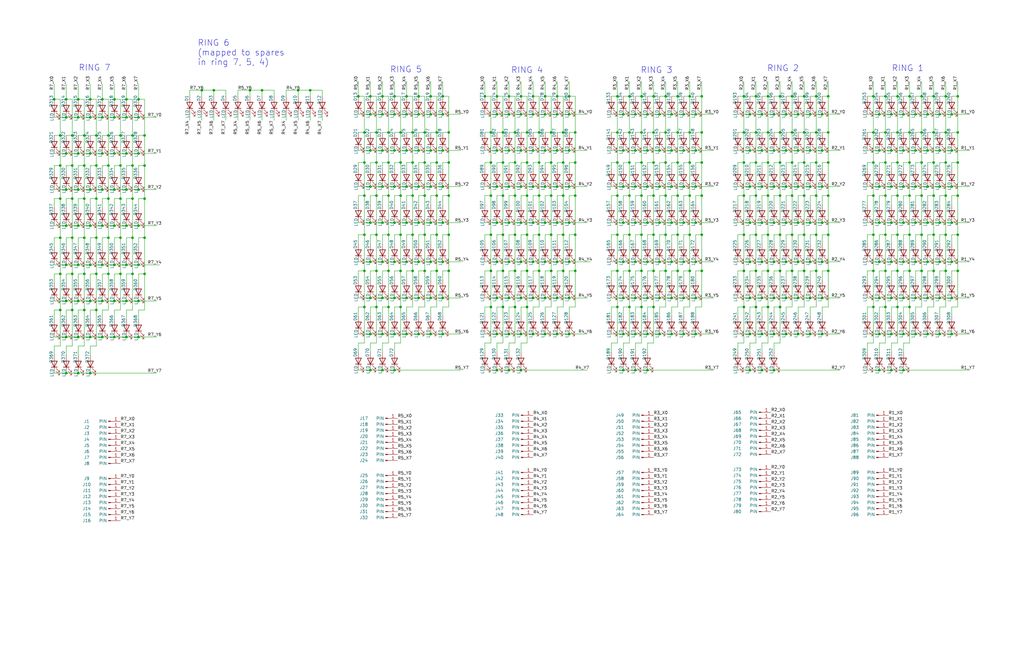
<source format=kicad_sch>
(kicad_sch (version 20250114) (generator "eeschema") (generator_version "9.0")
  (paper "B")
  (text "RING 7" (at 39.878 28.702 0) (effects (font (size 2.54 2.54))))
  (text "RING 3" (at 276.86 29.718 0) (effects (font (size 2.54 2.54))))
  (text "RING 1" (at 382.778 28.956 0) (effects (font (size 2.54 2.54))))
  (text "RING 5" (at 171.196 29.464 0) (effects (font (size 2.54 2.54))))
  (text "RING 6\n(mapped to spares\nin ring 7, 5, 4)" (at 83.312 22.352 0) (effects (font (size 2.54 2.54)) (justify left)))
  (text "RING 2" (at 330.2 28.956 0) (effects (font (size 2.54 2.54))))
  (text "RING 4" (at 222.25 29.718 0) (effects (font (size 2.54 2.54))))
  (junction (at 179.07 68.58))
  (junction (at 318.77 129.54))
  (junction (at 207.01 55.88))
  (junction (at 30.48 130.81))
  (junction (at 403.86 40.64))
  (junction (at 184.15 114.3))
  (junction (at 265.43 68.58))
  (junction (at 334.01 68.58))
  (junction (at 171.45 110.49))
  (junction (at 189.23 82.55))
  (junction (at 349.25 99.06))
  (junction (at 323.85 55.88))
  (junction (at 171.45 40.64))
  (junction (at 381 48.26))
  (junction (at 267.97 140.97))
  (junction (at 38.1 142.24))
  (junction (at 293.37 125.73))
  (junction (at 156.21 156.21))
  (junction (at 173.99 55.88))
  (junction (at 234.95 110.49))
  (junction (at 229.87 125.73))
  (junction (at 334.01 114.3))
  (junction (at 344.17 68.58))
  (junction (at 38.1 64.77))
  (junction (at 240.03 110.49))
  (junction (at 38.1 49.53))
  (junction (at 349.25 55.88))
  (junction (at 181.61 78.74))
  (junction (at 179.07 99.06))
  (junction (at 30.48 69.85))
  (junction (at 222.25 99.06))
  (junction (at 339.09 68.58))
  (junction (at 60.96 83.82))
  (junction (at 168.91 68.58))
  (junction (at 270.51 99.06))
  (junction (at 55.88 83.82))
  (junction (at 275.59 40.64))
  (junction (at 60.96 115.57))
  (junction (at 383.54 129.54))
  (junction (at 278.13 140.97))
  (junction (at 214.63 40.64))
  (junction (at 290.83 68.58))
  (junction (at 344.17 114.3))
  (junction (at 321.31 125.73))
  (junction (at 398.78 99.06))
  (junction (at 273.05 125.73))
  (junction (at 166.37 110.49))
  (junction (at 153.67 129.54))
  (junction (at 321.31 110.49))
  (junction (at 240.03 40.64))
  (junction (at 240.03 48.26))
  (junction (at 375.92 156.21))
  (junction (at 161.29 140.97))
  (junction (at 326.39 110.49))
  (junction (at 53.34 80.01))
  (junction (at 401.32 140.97))
  (junction (at 173.99 114.3))
  (junction (at 383.54 40.64))
  (junction (at 381 125.73))
  (junction (at 25.4 100.33))
  (junction (at 209.55 156.21))
  (junction (at 278.13 63.5))
  (junction (at 318.77 68.58))
  (junction (at 40.64 57.15))
  (junction (at 288.29 63.5))
  (junction (at 267.97 63.5))
  (junction (at 189.23 99.06))
  (junction (at 176.53 63.5))
  (junction (at 234.95 40.64))
  (junction (at 158.75 114.3))
  (junction (at 370.84 156.21))
  (junction (at 161.29 63.5))
  (junction (at 234.95 140.97))
  (junction (at 323.85 99.06))
  (junction (at 270.51 40.64))
  (junction (at 290.83 114.3))
  (junction (at 224.79 110.49))
  (junction (at 171.45 78.74))
  (junction (at 339.09 114.3))
  (junction (at 396.24 140.97))
  (junction (at 273.05 48.26))
  (junction (at 33.02 64.77))
  (junction (at 260.35 55.88))
  (junction (at 234.95 63.5))
  (junction (at 232.41 82.55))
  (junction (at 326.39 140.97))
  (junction (at 186.69 63.5))
  (junction (at 288.29 93.98))
  (junction (at 25.4 130.81))
  (junction (at 38.1 80.01))
  (junction (at 290.83 82.55))
  (junction (at 293.37 63.5))
  (junction (at 321.31 48.26))
  (junction (at 58.42 80.01))
  (junction (at 161.29 125.73))
  (junction (at 186.69 93.98))
  (junction (at 214.63 156.21))
  (junction (at 25.4 83.82))
  (junction (at 295.91 82.55))
  (junction (at 278.13 110.49))
  (junction (at 336.55 93.98))
  (junction (at 60.96 69.85))
  (junction (at 321.31 63.5))
  (junction (at 316.23 93.98))
  (junction (at 53.34 111.76))
  (junction (at 153.67 55.88))
  (junction (at 368.3 129.54))
  (junction (at 375.92 78.74))
  (junction (at 262.89 125.73))
  (junction (at 326.39 156.21))
  (junction (at 388.62 114.3))
  (junction (at 171.45 140.97))
  (junction (at 349.25 68.58))
  (junction (at 278.13 48.26))
  (junction (at 179.07 55.88))
  (junction (at 280.67 68.58))
  (junction (at 260.35 40.64))
  (junction (at 48.26 80.01))
  (junction (at 391.16 140.97))
  (junction (at 383.54 82.55))
  (junction (at 58.42 41.91))
  (junction (at 40.64 83.82))
  (junction (at 262.89 78.74))
  (junction (at 30.48 83.82))
  (junction (at 273.05 110.49))
  (junction (at 283.21 140.97))
  (junction (at 209.55 48.26))
  (junction (at 227.33 99.06))
  (junction (at 217.17 55.88))
  (junction (at 290.83 40.64))
  (junction (at 153.67 68.58))
  (junction (at 229.87 48.26))
  (junction (at 318.77 82.55))
  (junction (at 214.63 93.98))
  (junction (at 293.37 78.74))
  (junction (at 58.42 49.53))
  (junction (at 242.57 82.55))
  (junction (at 38.1 41.91))
  (junction (at 234.95 125.73))
  (junction (at 278.13 125.73))
  (junction (at 295.91 55.88))
  (junction (at 161.29 48.26))
  (junction (at 58.42 111.76))
  (junction (at 219.71 40.64))
  (junction (at 153.67 82.55))
  (junction (at 386.08 48.26))
  (junction (at 55.88 57.15))
  (junction (at 328.93 99.06))
  (junction (at 262.89 93.98))
  (junction (at 278.13 78.74))
  (junction (at 237.49 55.88))
  (junction (at 283.21 110.49))
  (junction (at 38.1 127))
  (junction (at 53.34 64.77))
  (junction (at 27.94 80.01))
  (junction (at 328.93 68.58))
  (junction (at 43.18 41.91))
  (junction (at 401.32 125.73))
  (junction (at 237.49 82.55))
  (junction (at 43.18 127))
  (junction (at 401.32 110.49))
  (junction (at 273.05 63.5))
  (junction (at 378.46 82.55))
  (junction (at 262.89 140.97))
  (junction (at 219.71 125.73))
  (junction (at 346.71 93.98))
  (junction (at 171.45 63.5))
  (junction (at 125.73 38.1))
  (junction (at 326.39 93.98))
  (junction (at 40.64 130.81))
  (junction (at 163.83 114.3))
  (junction (at 33.02 95.25))
  (junction (at 219.71 156.21))
  (junction (at 184.15 82.55))
  (junction (at 262.89 110.49))
  (junction (at 313.69 82.55))
  (junction (at 53.34 49.53))
  (junction (at 173.99 82.55))
  (junction (at 339.09 99.06))
  (junction (at 156.21 48.26))
  (junction (at 217.17 99.06))
  (junction (at 295.91 114.3))
  (junction (at 53.34 142.24))
  (junction (at 48.26 41.91))
  (junction (at 219.71 93.98))
  (junction (at 316.23 140.97))
  (junction (at 209.55 140.97))
  (junction (at 219.71 48.26))
  (junction (at 321.31 140.97))
  (junction (at 219.71 110.49))
  (junction (at 331.47 63.5))
  (junction (at 398.78 82.55))
  (junction (at 222.25 129.54))
  (junction (at 234.95 93.98))
  (junction (at 207.01 129.54))
  (junction (at 398.78 55.88))
  (junction (at 328.93 82.55))
  (junction (at 35.56 57.15))
  (junction (at 378.46 114.3))
  (junction (at 313.69 55.88))
  (junction (at 403.86 114.3))
  (junction (at 396.24 125.73))
  (junction (at 227.33 55.88))
  (junction (at 43.18 111.76))
  (junction (at 331.47 93.98))
  (junction (at 373.38 114.3))
  (junction (at 370.84 140.97))
  (junction (at 396.24 110.49))
  (junction (at 186.69 110.49))
  (junction (at 242.57 99.06))
  (junction (at 398.78 40.64))
  (junction (at 334.01 99.06))
  (junction (at 163.83 68.58))
  (junction (at 318.77 99.06))
  (junction (at 209.55 93.98))
  (junction (at 186.69 48.26))
  (junction (at 288.29 78.74))
  (junction (at 27.94 142.24))
  (junction (at 318.77 40.64))
  (junction (at 260.35 99.06))
  (junction (at 273.05 78.74))
  (junction (at 265.43 55.88))
  (junction (at 224.79 63.5))
  (junction (at 375.92 125.73))
  (junction (at 370.84 48.26))
  (junction (at 386.08 78.74))
  (junction (at 163.83 82.55))
  (junction (at 207.01 82.55))
  (junction (at 186.69 78.74))
  (junction (at 189.23 114.3))
  (junction (at 293.37 110.49))
  (junction (at 232.41 114.3))
  (junction (at 323.85 129.54))
  (junction (at 158.75 82.55))
  (junction (at 318.77 114.3))
  (junction (at 275.59 82.55))
  (junction (at 186.69 125.73))
  (junction (at 336.55 78.74))
  (junction (at 48.26 127))
  (junction (at 341.63 93.98))
  (junction (at 349.25 114.3))
  (junction (at 58.42 95.25))
  (junction (at 326.39 63.5))
  (junction (at 388.62 99.06))
  (junction (at 328.93 129.54))
  (junction (at 316.23 125.73))
  (junction (at 207.01 114.3))
  (junction (at 285.75 114.3))
  (junction (at 375.92 48.26))
  (junction (at 373.38 68.58))
  (junction (at 48.26 49.53))
  (junction (at 168.91 129.54))
  (junction (at 346.71 48.26))
  (junction (at 232.41 68.58))
  (junction (at 166.37 140.97))
  (junction (at 368.3 82.55))
  (junction (at 293.37 93.98))
  (junction (at 316.23 63.5))
  (junction (at 38.1 111.76))
  (junction (at 368.3 99.06))
  (junction (at 316.23 156.21))
  (junction (at 331.47 110.49))
  (junction (at 35.56 100.33))
  (junction (at 370.84 125.73))
  (junction (at 217.17 68.58))
  (junction (at 386.08 63.5))
  (junction (at 237.49 114.3))
  (junction (at 262.89 156.21))
  (junction (at 48.26 111.76))
  (junction (at 33.02 80.01))
  (junction (at 158.75 55.88))
  (junction (at 219.71 78.74))
  (junction (at 278.13 93.98))
  (junction (at 378.46 129.54))
  (junction (at 33.02 41.91))
  (junction (at 285.75 68.58))
  (junction (at 219.71 140.97))
  (junction (at 346.71 63.5))
  (junction (at 234.95 48.26))
  (junction (at 181.61 48.26))
  (junction (at 295.91 99.06))
  (junction (at 166.37 63.5))
  (junction (at 163.83 99.06))
  (junction (at 391.16 125.73))
  (junction (at 222.25 55.88))
  (junction (at 53.34 127))
  (junction (at 381 110.49))
  (junction (at 156.21 93.98))
  (junction (at 331.47 78.74))
  (junction (at 267.97 110.49))
  (junction (at 176.53 93.98))
  (junction (at 33.02 49.53))
  (junction (at 53.34 95.25))
  (junction (at 386.08 140.97))
  (junction (at 45.72 57.15))
  (junction (at 375.92 110.49))
  (junction (at 166.37 78.74))
  (junction (at 224.79 93.98))
  (junction (at 403.86 68.58))
  (junction (at 341.63 140.97))
  (junction (at 240.03 78.74))
  (junction (at 283.21 93.98))
  (junction (at 166.37 93.98))
  (junction (at 288.29 110.49))
  (junction (at 391.16 48.26))
  (junction (at 229.87 78.74))
  (junction (at 229.87 63.5))
  (junction (at 186.69 40.64))
  (junction (at 316.23 110.49))
  (junction (at 323.85 82.55))
  (junction (at 398.78 68.58))
  (junction (at 161.29 40.64))
  (junction (at 316.23 78.74))
  (junction (at 161.29 110.49))
  (junction (at 383.54 99.06))
  (junction (at 336.55 48.26))
  (junction (at 265.43 114.3))
  (junction (at 58.42 64.77))
  (junction (at 224.79 125.73))
  (junction (at 280.67 55.88))
  (junction (at 232.41 55.88))
  (junction (at 27.94 111.76))
  (junction (at 262.89 63.5))
  (junction (at 313.69 99.06))
  (junction (at 388.62 68.58))
  (junction (at 48.26 142.24))
  (junction (at 217.17 114.3))
  (junction (at 43.18 142.24))
  (junction (at 58.42 142.24))
  (junction (at 267.97 156.21))
  (junction (at 171.45 125.73))
  (junction (at 214.63 140.97))
  (junction (at 43.18 49.53))
  (junction (at 316.23 48.26))
  (junction (at 156.21 40.64))
  (junction (at 222.25 82.55))
  (junction (at 161.29 93.98))
  (junction (at 393.7 40.64))
  (junction (at 344.17 99.06))
  (junction (at 267.97 48.26))
  (junction (at 344.17 82.55))
  (junction (at 370.84 93.98))
  (junction (at 283.21 48.26))
  (junction (at 375.92 93.98))
  (junction (at 370.84 110.49))
  (junction (at 323.85 68.58))
  (junction (at 321.31 78.74))
  (junction (at 209.55 78.74))
  (junction (at 368.3 68.58))
  (junction (at 212.09 82.55))
  (junction (at 33.02 142.24))
  (junction (at 176.53 40.64))
  (junction (at 401.32 48.26))
  (junction (at 290.83 55.88))
  (junction (at 40.64 100.33))
  (junction (at 378.46 99.06))
  (junction (at 273.05 93.98))
  (junction (at 204.47 40.64))
  (junction (at 391.16 78.74))
  (junction (at 381 63.5))
  (junction (at 295.91 68.58))
  (junction (at 163.83 129.54))
  (junction (at 381 140.97))
  (junction (at 166.37 125.73))
  (junction (at 55.88 69.85))
  (junction (at 156.21 110.49))
  (junction (at 386.08 110.49))
  (junction (at 346.71 140.97))
  (junction (at 242.57 55.88))
  (junction (at 156.21 140.97))
  (junction (at 336.55 110.49))
  (junction (at 179.07 82.55))
  (junction (at 334.01 40.64))
  (junction (at 153.67 99.06))
  (junction (at 214.63 125.73))
  (junction (at 403.86 55.88))
  (junction (at 403.86 82.55))
  (junction (at 346.71 125.73))
  (junction (at 27.94 95.25))
  (junction (at 90.17 38.1))
  (junction (at 224.79 40.64))
  (junction (at 331.47 125.73))
  (junction (at 339.09 40.64))
  (junction (at 260.35 68.58))
  (junction (at 43.18 64.77))
  (junction (at 313.69 68.58))
  (junction (at 214.63 78.74))
  (junction (at 168.91 55.88))
  (junction (at 242.57 114.3))
  (junction (at 381 78.74))
  (junction (at 161.29 156.21))
  (junction (at 323.85 114.3))
  (junction (at 285.75 82.55))
  (junction (at 393.7 82.55))
  (junction (at 270.51 82.55))
  (junction (at 209.55 110.49))
  (junction (at 227.33 114.3))
  (junction (at 50.8 83.82))
  (junction (at 234.95 78.74))
  (junction (at 265.43 99.06))
  (junction (at 396.24 93.98))
  (junction (at 50.8 100.33))
  (junction (at 168.91 114.3))
  (junction (at 368.3 55.88))
  (junction (at 393.7 68.58))
  (junction (at 280.67 82.55))
  (junction (at 53.34 41.91))
  (junction (at 328.93 55.88))
  (junction (at 293.37 48.26))
  (junction (at 270.51 129.54))
  (junction (at 388.62 55.88))
  (junction (at 240.03 140.97))
  (junction (at 386.08 93.98))
  (junction (at 318.77 55.88))
  (junction (at 375.92 63.5))
  (junction (at 161.29 78.74))
  (junction (at 171.45 93.98))
  (junction (at 280.67 114.3))
  (junction (at 222.25 68.58))
  (junction (at 227.33 82.55))
  (junction (at 393.7 55.88))
  (junction (at 55.88 115.57))
  (junction (at 176.53 140.97))
  (junction (at 214.63 48.26))
  (junction (at 378.46 40.64))
  (junction (at 295.91 40.64))
  (junction (at 391.16 93.98))
  (junction (at 25.4 57.15))
  (junction (at 285.75 40.64))
  (junction (at 207.01 99.06))
  (junction (at 262.89 48.26))
  (junction (at 212.09 114.3))
  (junction (at 166.37 40.64))
  (junction (at 280.67 99.06))
  (junction (at 55.88 100.33))
  (junction (at 326.39 48.26))
  (junction (at 313.69 129.54))
  (junction (at 326.39 78.74))
  (junction (at 45.72 100.33))
  (junction (at 181.61 140.97))
  (junction (at 403.86 99.06))
  (junction (at 270.51 114.3))
  (junction (at 45.72 83.82))
  (junction (at 381 93.98))
  (junction (at 60.96 100.33))
  (junction (at 179.07 114.3))
  (junction (at 341.63 78.74))
  (junction (at 48.26 64.77))
  (junction (at 48.26 95.25))
  (junction (at 396.24 63.5))
  (junction (at 168.91 82.55))
  (junction (at 151.13 40.64))
  (junction (at 156.21 63.5))
  (junction (at 321.31 156.21))
  (junction (at 242.57 68.58))
  (junction (at 368.3 40.64))
  (junction (at 22.86 41.91))
  (junction (at 339.09 55.88))
  (junction (at 265.43 129.54))
  (junction (at 328.93 40.64))
  (junction (at 398.78 114.3))
  (junction (at 35.56 83.82))
  (junction (at 373.38 99.06))
  (junction (at 267.97 125.73))
  (junction (at 326.39 125.73))
  (junction (at 346.71 110.49))
  (junction (at 331.47 140.97))
  (junction (at 270.51 55.88))
  (junction (at 50.8 57.15))
  (junction (at 33.02 111.76))
  (junction (at 27.94 41.91))
  (junction (at 349.25 40.64))
  (junction (at 110.49 38.1))
  (junction (at 212.09 99.06))
  (junction (at 336.55 125.73))
  (junction (at 166.37 48.26))
  (junction (at 388.62 82.55))
  (junction (at 35.56 69.85))
  (junction (at 341.63 110.49))
  (junction (at 224.79 140.97))
  (junction (at 214.63 63.5))
  (junction (at 265.43 40.64))
  (junction (at 30.48 115.57))
  (junction (at 341.63 125.73))
  (junction (at 240.03 93.98))
  (junction (at 313.69 40.64))
  (junction (at 209.55 63.5))
  (junction (at 227.33 68.58))
  (junction (at 273.05 140.97))
  (junction (at 313.69 114.3))
  (junction (at 285.75 99.06))
  (junction (at 280.67 40.64))
  (junction (at 396.24 78.74))
  (junction (at 181.61 63.5))
  (junction (at 40.64 69.85))
  (junction (at 265.43 82.55))
  (junction (at 217.17 129.54))
  (junction (at 176.53 78.74))
  (junction (at 40.64 115.57))
  (junction (at 85.09 38.1))
  (junction (at 184.15 99.06))
  (junction (at 189.23 68.58))
  (junction (at 153.67 114.3))
  (junction (at 273.05 156.21))
  (junction (at 391.16 110.49))
  (junction (at 229.87 40.64))
  (junction (at 212.09 68.58))
  (junction (at 214.63 110.49))
  (junction (at 181.61 125.73))
  (junction (at 373.38 40.64))
  (junction (at 229.87 93.98))
  (junction (at 173.99 68.58))
  (junction (at 105.41 38.1))
  (junction (at 393.7 99.06))
  (junction (at 388.62 40.64))
  (junction (at 370.84 78.74))
  (junction (at 181.61 110.49))
  (junction (at 283.21 78.74))
  (junction (at 293.37 140.97))
  (junction (at 240.03 63.5))
  (junction (at 229.87 140.97))
  (junction (at 323.85 40.64))
  (junction (at 401.32 78.74))
  (junction (at 176.53 125.73))
  (junction (at 393.7 114.3))
  (junction (at 60.96 57.15))
  (junction (at 43.18 95.25))
  (junction (at 275.59 68.58))
  (junction (at 349.25 82.55))
  (junction (at 270.51 68.58))
  (junction (at 373.38 129.54))
  (junction (at 27.94 49.53))
  (junction (at 386.08 125.73))
  (junction (at 373.38 55.88))
  (junction (at 283.21 63.5))
  (junction (at 344.17 55.88))
  (junction (at 33.02 157.48))
  (junction (at 222.25 114.3))
  (junction (at 275.59 55.88))
  (junction (at 285.75 55.88))
  (junction (at 275.59 129.54))
  (junction (at 163.83 55.88))
  (junction (at 288.29 48.26))
  (junction (at 35.56 115.57))
  (junction (at 212.09 129.54))
  (junction (at 370.84 63.5))
  (junction (at 383.54 114.3))
  (junction (at 260.35 114.3))
  (junction (at 334.01 55.88))
  (junction (at 212.09 55.88))
  (junction (at 232.41 99.06))
  (junction (at 130.81 38.1))
  (junction (at 375.92 140.97))
  (junction (at 240.03 125.73))
  (junction (at 373.38 82.55))
  (junction (at 336.55 63.5))
  (junction (at 35.56 130.81))
  (junction (at 30.48 57.15))
  (junction (at 38.1 95.25))
  (junction (at 341.63 63.5))
  (junction (at 156.21 125.73))
  (junction (at 401.32 93.98))
  (junction (at 158.75 99.06))
  (junction (at 344.17 40.64))
  (junction (at 171.45 48.26))
  (junction (at 229.87 110.49))
  (junction (at 50.8 115.57))
  (junction (at 383.54 55.88))
  (junction (at 224.79 78.74))
  (junction (at 288.29 125.73))
  (junction (at 341.63 48.26))
  (junction (at 25.4 115.57))
  (junction (at 176.53 110.49))
  (junction (at 290.83 99.06))
  (junction (at 275.59 99.06))
  (junction (at 336.55 140.97))
  (junction (at 283.21 125.73))
  (junction (at 260.35 82.55))
  (junction (at 288.29 140.97))
  (junction (at 209.55 125.73))
  (junction (at 158.75 68.58))
  (junction (at 186.69 140.97))
  (junction (at 321.31 93.98))
  (junction (at 184.15 55.88))
  (junction (at 275.59 114.3))
  (junction (at 181.61 93.98))
  (junction (at 30.48 100.33))
  (junction (at 219.71 63.5))
  (junction (at 156.21 78.74))
  (junction (at 33.02 127))
  (junction (at 346.71 78.74))
  (junction (at 189.23 55.88))
  (junction (at 209.55 40.64))
  (junction (at 168.91 99.06))
  (junction (at 166.37 156.21))
  (junction (at 383.54 68.58))
  (junction (at 45.72 115.57))
  (junction (at 401.32 63.5))
  (junction (at 43.18 80.01))
  (junction (at 339.09 82.55))
  (junction (at 184.15 68.58))
  (junction (at 217.17 82.55))
  (junction (at 368.3 114.3))
  (junction (at 378.46 68.58))
  (junction (at 176.53 48.26))
  (junction (at 391.16 63.5))
  (junction (at 50.8 69.85))
  (junction (at 237.49 99.06))
  (junction (at 158.75 129.54))
  (junction (at 378.46 55.88))
  (junction (at 58.42 127))
  (junction (at 224.79 48.26))
  (junction (at 260.35 129.54))
  (junction (at 267.97 78.74))
  (junction (at 27.94 127))
  (junction (at 334.01 82.55))
  (junction (at 328.93 114.3))
  (junction (at 38.1 157.48))
  (junction (at 396.24 48.26))
  (junction (at 237.49 68.58))
  (junction (at 45.72 69.85))
  (junction (at 181.61 40.64))
  (junction (at 27.94 64.77))
  (junction (at 25.4 69.85))
  (junction (at 267.97 93.98))
  (junction (at 207.01 68.58))
  (junction (at 27.94 157.48))
  (junction (at 381 156.21))
  (junction (at 173.99 99.06))
  (junction (at 331.47 48.26))
  (wire (pts (xy 189.23 68.58) (xy 186.69 68.58)))
  (wire (pts (xy 288.29 129.54) (xy 288.29 133.35)))
  (wire (pts (xy 171.45 82.55) (xy 171.45 86.36)))
  (wire (pts (xy 212.09 68.58) (xy 209.55 68.58)))
  (wire (pts (xy 58.42 57.15) (xy 60.96 57.15)))
  (wire (pts (xy 40.64 69.85) (xy 38.1 69.85)))
  (wire (pts (xy 273.05 93.98) (xy 278.13 93.98)))
  (wire (pts (xy 344.17 99.06) (xy 344.17 114.3)))
  (wire (pts (xy 53.34 49.53) (xy 58.42 49.53)))
  (wire (pts (xy 186.69 34.29) (xy 186.69 40.64)))
  (wire (pts (xy 40.64 115.57) (xy 38.1 115.57)))
  (wire (pts (xy 234.95 140.97) (xy 240.03 140.97)))
  (wire (pts (xy 295.91 99.06) (xy 295.91 114.3)))
  (wire (pts (xy 176.53 125.73) (xy 181.61 125.73)))
  (wire (pts (xy 321.31 140.97) (xy 326.39 140.97)))
  (wire (pts (xy 270.51 114.3) (xy 267.97 114.3)))
  (wire (pts (xy 321.31 55.88) (xy 323.85 55.88)))
  (wire (pts (xy 184.15 40.64) (xy 181.61 40.64)))
  (wire (pts (xy 365.76 48.26) (xy 370.84 48.26)))
  (wire (pts (xy 257.81 129.54) (xy 257.81 133.35)))
  (wire (pts (xy 184.15 82.55) (xy 181.61 82.55)))
  (wire (pts (xy 280.67 114.3) (xy 280.67 129.54)))
  (wire (pts (xy 393.7 40.64) (xy 391.16 40.64)))
  (wire (pts (xy 275.59 129.54) (xy 275.59 144.78)))
  (wire (pts (xy 171.45 93.98) (xy 176.53 93.98)))
  (wire (pts (xy 401.32 78.74) (xy 408.94 78.74)))
  (wire (pts (xy 273.05 78.74) (xy 278.13 78.74)))
  (wire (pts (xy 293.37 48.26) (xy 300.99 48.26)))
  (wire (pts (xy 316.23 48.26) (xy 321.31 48.26)))
  (wire (pts (xy 398.78 40.64) (xy 398.78 55.88)))
  (wire (pts (xy 217.17 144.78) (xy 214.63 144.78)))
  (wire (pts (xy 207.01 40.64) (xy 204.47 40.64)))
  (wire (pts (xy 219.71 78.74) (xy 224.79 78.74)))
  (wire (pts (xy 318.77 129.54) (xy 318.77 144.78)))
  (wire (pts (xy 336.55 78.74) (xy 341.63 78.74)))
  (wire (pts (xy 120.65 38.1) (xy 120.65 40.64)))
  (wire (pts (xy 27.94 35.56) (xy 27.94 41.91)))
  (wire (pts (xy 173.99 114.3) (xy 173.99 129.54)))
  (wire (pts (xy 323.85 129.54) (xy 321.31 129.54)))
  (wire (pts (xy 27.94 80.01) (xy 33.02 80.01)))
  (wire (pts (xy 237.49 40.64) (xy 237.49 55.88)))
  (wire (pts (xy 368.3 114.3) (xy 365.76 114.3)))
  (wire (pts (xy 25.4 69.85) (xy 22.86 69.85)))
  (wire (pts (xy 321.31 110.49) (xy 326.39 110.49)))
  (wire (pts (xy 48.26 64.77) (xy 53.34 64.77)))
  (wire (pts (xy 278.13 125.73) (xy 283.21 125.73)))
  (wire (pts (xy 130.81 48.26) (xy 130.81 50.8)))
  (wire (pts (xy 368.3 55.88) (xy 368.3 68.58)))
  (wire (pts (xy 398.78 40.64) (xy 396.24 40.64)))
  (wire (pts (xy 373.38 114.3) (xy 373.38 129.54)))
  (wire (pts (xy 189.23 40.64) (xy 189.23 55.88)))
  (wire (pts (xy 321.31 63.5) (xy 326.39 63.5)))
  (wire (pts (xy 58.42 95.25) (xy 66.04 95.25)))
  (wire (pts (xy 30.48 69.85) (xy 27.94 69.85)))
  (wire (pts (xy 293.37 110.49) (xy 300.99 110.49)))
  (wire (pts (xy 378.46 55.88) (xy 378.46 68.58)))
  (wire (pts (xy 386.08 55.88) (xy 388.62 55.88)))
  (wire (pts (xy 219.71 93.98) (xy 224.79 93.98)))
  (wire (pts (xy 224.79 99.06) (xy 224.79 102.87)))
  (wire (pts (xy 161.29 144.78) (xy 161.29 148.59)))
  (wire (pts (xy 383.54 99.06) (xy 383.54 114.3)))
  (wire (pts (xy 229.87 48.26) (xy 234.95 48.26)))
  (wire (pts (xy 336.55 63.5) (xy 341.63 63.5)))
  (wire (pts (xy 260.35 40.64) (xy 260.35 55.88)))
  (wire (pts (xy 173.99 99.06) (xy 173.99 114.3)))
  (wire (pts (xy 370.84 55.88) (xy 373.38 55.88)))
  (wire (pts (xy 318.77 129.54) (xy 316.23 129.54)))
  (wire (pts (xy 401.32 114.3) (xy 401.32 118.11)))
  (wire (pts (xy 386.08 129.54) (xy 386.08 133.35)))
  (wire (pts (xy 391.16 125.73) (xy 396.24 125.73)))
  (wire (pts (xy 125.73 38.1) (xy 130.81 38.1)))
  (wire (pts (xy 176.53 114.3) (xy 176.53 118.11)))
  (wire (pts (xy 365.76 93.98) (xy 370.84 93.98)))
  (wire (pts (xy 35.56 115.57) (xy 35.56 130.81)))
  (wire (pts (xy 186.69 140.97) (xy 194.31 140.97)))
  (wire (pts (xy 293.37 140.97) (xy 300.99 140.97)))
  (wire (pts (xy 326.39 48.26) (xy 331.47 48.26)))
  (wire (pts (xy 25.4 83.82) (xy 25.4 100.33)))
  (wire (pts (xy 388.62 40.64) (xy 388.62 55.88)))
  (wire (pts (xy 60.96 57.15) (xy 60.96 69.85)))
  (wire (pts (xy 217.17 40.64) (xy 217.17 55.88)))
  (wire (pts (xy 45.72 41.91) (xy 45.72 57.15)))
  (wire (pts (xy 222.25 144.78) (xy 219.71 144.78)))
  (wire (pts (xy 328.93 129.54) (xy 326.39 129.54)))
  (wire (pts (xy 262.89 63.5) (xy 267.97 63.5)))
  (wire (pts (xy 346.71 93.98) (xy 354.33 93.98)))
  (wire (pts (xy 153.67 82.55) (xy 151.13 82.55)))
  (wire (pts (xy 224.79 140.97) (xy 229.87 140.97)))
  (wire (pts (xy 370.84 110.49) (xy 375.92 110.49)))
  (wire (pts (xy 43.18 95.25) (xy 48.26 95.25)))
  (wire (pts (xy 156.21 140.97) (xy 161.29 140.97)))
  (wire (pts (xy 275.59 68.58) (xy 275.59 82.55)))
  (wire (pts (xy 313.69 129.54) (xy 311.15 129.54)))
  (wire (pts (xy 30.48 83.82) (xy 27.94 83.82)))
  (wire (pts (xy 403.86 34.29) (xy 403.86 40.64)))
  (wire (pts (xy 50.8 69.85) (xy 50.8 83.82)))
  (wire (pts (xy 207.01 144.78) (xy 204.47 144.78)))
  (wire (pts (xy 393.7 82.55) (xy 393.7 99.06)))
  (wire (pts (xy 25.4 100.33) (xy 25.4 115.57)))
  (wire (pts (xy 166.37 99.06) (xy 166.37 102.87)))
  (wire (pts (xy 22.86 83.82) (xy 22.86 87.63)))
  (wire (pts (xy 161.29 82.55) (xy 161.29 86.36)))
  (wire (pts (xy 207.01 55.88) (xy 207.01 68.58)))
  (wire (pts (xy 219.71 55.88) (xy 222.25 55.88)))
  (wire (pts (xy 270.51 144.78) (xy 267.97 144.78)))
  (wire (pts (xy 53.34 130.81) (xy 53.34 134.62)))
  (wire (pts (xy 27.94 127) (xy 33.02 127)))
  (wire (pts (xy 22.86 69.85) (xy 22.86 72.39)))
  (wire (pts (xy 398.78 68.58) (xy 396.24 68.58)))
  (wire (pts (xy 270.51 129.54) (xy 270.51 144.78)))
  (wire (pts (xy 346.71 78.74) (xy 354.33 78.74)))
  (wire (pts (xy 344.17 68.58) (xy 341.63 68.58)))
  (wire (pts (xy 334.01 55.88) (xy 334.01 68.58)))
  (wire (pts (xy 381 156.21) (xy 408.94 156.21)))
  (wire (pts (xy 158.75 40.64) (xy 156.21 40.64)))
  (wire (pts (xy 33.02 35.56) (xy 33.02 41.91)))
  (wire (pts (xy 204.47 93.98) (xy 209.55 93.98)))
  (wire (pts (xy 262.89 140.97) (xy 267.97 140.97)))
  (wire (pts (xy 25.4 100.33) (xy 22.86 100.33)))
  (wire (pts (xy 156.21 78.74) (xy 161.29 78.74)))
  (wire (pts (xy 50.8 69.85) (xy 48.26 69.85)))
  (wire (pts (xy 280.67 82.55) (xy 278.13 82.55)))
  (wire (pts (xy 318.77 82.55) (xy 316.23 82.55)))
  (wire (pts (xy 349.25 82.55) (xy 349.25 99.06)))
  (wire (pts (xy 217.17 99.06) (xy 214.63 99.06)))
  (wire (pts (xy 35.56 57.15) (xy 35.56 69.85)))
  (wire (pts (xy 115.57 48.26) (xy 115.57 50.8)))
  (wire (pts (xy 262.89 48.26) (xy 267.97 48.26)))
  (wire (pts (xy 217.17 114.3) (xy 217.17 129.54)))
  (wire (pts (xy 273.05 156.21) (xy 300.99 156.21)))
  (wire (pts (xy 365.76 156.21) (xy 370.84 156.21)))
  (wire (pts (xy 323.85 68.58) (xy 321.31 68.58)))
  (wire (pts (xy 328.93 68.58) (xy 326.39 68.58)))
  (wire (pts (xy 285.75 68.58) (xy 283.21 68.58)))
  (wire (pts (xy 163.83 129.54) (xy 161.29 129.54)))
  (wire (pts (xy 288.29 114.3) (xy 288.29 118.11)))
  (wire (pts (xy 85.09 38.1) (xy 85.09 40.64)))
  (wire (pts (xy 151.13 55.88) (xy 153.67 55.88)))
  (wire (pts (xy 58.42 130.81) (xy 58.42 134.62)))
  (wire (pts (xy 288.29 68.58) (xy 288.29 71.12)))
  (wire (pts (xy 386.08 78.74) (xy 391.16 78.74)))
  (wire (pts (xy 368.3 129.54) (xy 368.3 144.78)))
  (wire (pts (xy 401.32 99.06) (xy 401.32 102.87)))
  (wire (pts (xy 25.4 83.82) (xy 22.86 83.82)))
  (wire (pts (xy 214.63 55.88) (xy 217.17 55.88)))
  (wire (pts (xy 316.23 93.98) (xy 321.31 93.98)))
  (wire (pts (xy 316.23 63.5) (xy 321.31 63.5)))
  (wire (pts (xy 273.05 48.26) (xy 278.13 48.26)))
  (wire (pts (xy 189.23 82.55) (xy 189.23 99.06)))
  (wire (pts (xy 48.26 57.15) (xy 50.8 57.15)))
  (wire (pts (xy 45.72 130.81) (xy 43.18 130.81)))
  (wire (pts (xy 115.57 38.1) (xy 115.57 40.64)))
  (wire (pts (xy 22.86 146.05) (xy 22.86 149.86)))
  (wire (pts (xy 110.49 38.1) (xy 115.57 38.1)))
  (wire (pts (xy 40.64 115.57) (xy 40.64 130.81)))
  (wire (pts (xy 311.15 110.49) (xy 316.23 110.49)))
  (wire (pts (xy 401.32 93.98) (xy 408.94 93.98)))
  (wire (pts (xy 270.51 99.06) (xy 270.51 114.3)))
  (wire (pts (xy 288.29 125.73) (xy 293.37 125.73)))
  (wire (pts (xy 273.05 144.78) (xy 273.05 148.59)))
  (wire (pts (xy 318.77 55.88) (xy 318.77 68.58)))
  (wire (pts (xy 368.3 99.06) (xy 368.3 114.3)))
  (wire (pts (xy 224.79 63.5) (xy 229.87 63.5)))
  (wire (pts (xy 295.91 68.58) (xy 293.37 68.58)))
  (wire (pts (xy 326.39 140.97) (xy 331.47 140.97)))
  (wire (pts (xy 204.47 125.73) (xy 209.55 125.73)))
  (wire (pts (xy 344.17 40.64) (xy 341.63 40.64)))
  (wire (pts (xy 151.13 63.5) (xy 156.21 63.5)))
  (wire (pts (xy 184.15 114.3) (xy 181.61 114.3)))
  (wire (pts (xy 336.55 68.58) (xy 336.55 71.12)))
  (wire (pts (xy 229.87 68.58) (xy 229.87 71.12)))
  (wire (pts (xy 370.84 156.21) (xy 375.92 156.21)))
  (wire (pts (xy 391.16 63.5) (xy 396.24 63.5)))
  (wire (pts (xy 381 78.74) (xy 386.08 78.74)))
  (wire (pts (xy 168.91 144.78) (xy 166.37 144.78)))
  (wire (pts (xy 33.02 64.77) (xy 38.1 64.77)))
  (wire (pts (xy 257.81 68.58) (xy 257.81 71.12)))
  (wire (pts (xy 265.43 129.54) (xy 265.43 144.78)))
  (wire (pts (xy 217.17 114.3) (xy 214.63 114.3)))
  (wire (pts (xy 257.81 93.98) (xy 262.89 93.98)))
  (wire (pts (xy 349.25 68.58) (xy 349.25 82.55)))
  (wire (pts (xy 224.79 110.49) (xy 229.87 110.49)))
  (wire (pts (xy 265.43 144.78) (xy 262.89 144.78)))
  (wire (pts (xy 398.78 68.58) (xy 398.78 82.55)))
  (wire (pts (xy 346.71 55.88) (xy 349.25 55.88)))
  (wire (pts (xy 373.38 82.55) (xy 370.84 82.55)))
  (wire (pts (xy 326.39 114.3) (xy 326.39 118.11)))
  (wire (pts (xy 163.83 82.55) (xy 161.29 82.55)))
  (wire (pts (xy 60.96 41.91) (xy 60.96 57.15)))
  (wire (pts (xy 217.17 68.58) (xy 214.63 68.58)))
  (wire (pts (xy 60.96 69.85) (xy 58.42 69.85)))
  (wire (pts (xy 163.83 40.64) (xy 163.83 55.88)))
  (wire (pts (xy 290.83 34.29) (xy 290.83 40.64)))
  (wire (pts (xy 386.08 125.73) (xy 391.16 125.73)))
  (wire (pts (xy 181.61 93.98) (xy 186.69 93.98)))
  (wire (pts (xy 288.29 63.5) (xy 293.37 63.5)))
  (wire (pts (xy 234.95 114.3) (xy 234.95 118.11)))
  (wire (pts (xy 48.26 49.53) (xy 53.34 49.53)))
  (wire (pts (xy 35.56 69.85) (xy 35.56 83.82)))
  (wire (pts (xy 311.15 48.26) (xy 316.23 48.26)))
  (wire (pts (xy 214.63 34.29) (xy 214.63 40.64)))
  (wire (pts (xy 270.51 40.64) (xy 270.51 55.88)))
  (wire (pts (xy 295.91 34.29) (xy 295.91 40.64)))
  (wire (pts (xy 60.96 130.81) (xy 58.42 130.81)))
  (wire (pts (xy 275.59 144.78) (xy 273.05 144.78)))
  (wire (pts (xy 184.15 68.58) (xy 184.15 82.55)))
  (wire (pts (xy 375.92 99.06) (xy 375.92 102.87)))
  (wire (pts (xy 336.55 55.88) (xy 339.09 55.88)))
  (wire (pts (xy 267.97 144.78) (xy 267.97 148.59)))
  (wire (pts (xy 186.69 114.3) (xy 186.69 118.11)))
  (wire (pts (xy 318.77 99.06) (xy 316.23 99.06)))
  (wire (pts (xy 232.41 114.3) (xy 229.87 114.3)))
  (wire (pts (xy 156.21 129.54) (xy 156.21 133.35)))
  (wire (pts (xy 227.33 114.3) (xy 227.33 129.54)))
  (wire (pts (xy 288.29 78.74) (xy 293.37 78.74)))
  (wire (pts (xy 242.57 55.88) (xy 242.57 68.58)))
  (wire (pts (xy 153.67 129.54) (xy 151.13 129.54)))
  (wire (pts (xy 290.83 114.3) (xy 290.83 129.54)))
  (wire (pts (xy 219.71 48.26) (xy 224.79 48.26)))
  (wire (pts (xy 344.17 82.55) (xy 344.17 99.06)))
  (wire (pts (xy 224.79 48.26) (xy 229.87 48.26)))
  (wire (pts (xy 267.97 68.58) (xy 267.97 71.12)))
  (wire (pts (xy 30.48 130.81) (xy 27.94 130.81)))
  (wire (pts (xy 33.02 111.76) (xy 38.1 111.76)))
  (wire (pts (xy 278.13 68.58) (xy 278.13 71.12)))
  (wire (pts (xy 273.05 68.58) (xy 273.05 71.12)))
  (wire (pts (xy 161.29 63.5) (xy 166.37 63.5)))
  (wire (pts (xy 43.18 115.57) (xy 43.18 119.38)))
  (wire (pts (xy 171.45 129.54) (xy 171.45 133.35)))
  (wire (pts (xy 45.72 100.33) (xy 45.72 115.57)))
  (wire (pts (xy 295.91 82.55) (xy 295.91 99.06)))
  (wire (pts (xy 403.86 40.64) (xy 401.32 40.64)))
  (wire (pts (xy 229.87 114.3) (xy 229.87 118.11)))
  (wire (pts (xy 383.54 114.3) (xy 383.54 129.54)))
  (wire (pts (xy 323.85 114.3) (xy 323.85 129.54)))
  (wire (pts (xy 204.47 68.58) (xy 204.47 71.12)))
  (wire (pts (xy 378.46 40.64) (xy 375.92 40.64)))
  (wire (pts (xy 321.31 48.26) (xy 326.39 48.26)))
  (wire (pts (xy 214.63 48.26) (xy 219.71 48.26)))
  (wire (pts (xy 386.08 110.49) (xy 391.16 110.49)))
  (wire (pts (xy 386.08 82.55) (xy 386.08 86.36)))
  (wire (pts (xy 171.45 110.49) (xy 176.53 110.49)))
  (wire (pts (xy 168.91 40.64) (xy 168.91 55.88)))
  (wire (pts (xy 341.63 140.97) (xy 346.71 140.97)))
  (wire (pts (xy 388.62 82.55) (xy 388.62 99.06)))
  (wire (pts (xy 378.46 99.06) (xy 375.92 99.06)))
  (wire (pts (xy 53.34 100.33) (xy 53.34 104.14)))
  (wire (pts (xy 396.24 110.49) (xy 401.32 110.49)))
  (wire (pts (xy 38.1 95.25) (xy 43.18 95.25)))
  (wire (pts (xy 313.69 68.58) (xy 313.69 82.55)))
  (wire (pts (xy 120.65 38.1) (xy 125.73 38.1)))
  (wire (pts (xy 184.15 68.58) (xy 181.61 68.58)))
  (wire (pts (xy 168.91 114.3) (xy 166.37 114.3)))
  (wire (pts (xy 285.75 99.06) (xy 283.21 99.06)))
  (wire (pts (xy 222.25 55.88) (xy 222.25 68.58)))
  (wire (pts (xy 401.32 55.88) (xy 403.86 55.88)))
  (wire (pts (xy 370.84 93.98) (xy 375.92 93.98)))
  (wire (pts (xy 209.55 93.98) (xy 214.63 93.98)))
  (wire (pts (xy 311.15 55.88) (xy 313.69 55.88)))
  (wire (pts (xy 48.26 83.82) (xy 48.26 87.63)))
  (wire (pts (xy 214.63 129.54) (xy 214.63 133.35)))
  (wire (pts (xy 290.83 129.54) (xy 288.29 129.54)))
  (wire (pts (xy 58.42 115.57) (xy 58.42 119.38)))
  (wire (pts (xy 260.35 144.78) (xy 257.81 144.78)))
  (wire (pts (xy 288.29 140.97) (xy 293.37 140.97)))
  (wire (pts (xy 331.47 78.74) (xy 336.55 78.74)))
  (wire (pts (xy 166.37 129.54) (xy 166.37 133.35)))
  (wire (pts (xy 386.08 140.97) (xy 391.16 140.97)))
  (wire (pts (xy 33.02 95.25) (xy 38.1 95.25)))
  (wire (pts (xy 365.76 99.06) (xy 365.76 102.87)))
  (wire (pts (xy 260.35 99.06) (xy 257.81 99.06)))
  (wire (pts (xy 30.48 41.91) (xy 27.94 41.91)))
  (wire (pts (xy 341.63 63.5) (xy 346.71 63.5)))
  (wire (pts (xy 339.09 40.64) (xy 336.55 40.64)))
  (wire (pts (xy 171.45 48.26) (xy 176.53 48.26)))
  (wire (pts (xy 33.02 49.53) (xy 38.1 49.53)))
  (wire (pts (xy 30.48 130.81) (xy 30.48 146.05)))
  (wire (pts (xy 328.93 114.3) (xy 326.39 114.3)))
  (wire (pts (xy 295.91 99.06) (xy 293.37 99.06)))
  (wire (pts (xy 280.67 82.55) (xy 280.67 99.06)))
  (wire (pts (xy 100.33 48.26) (xy 100.33 50.8)))
  (wire (pts (xy 323.85 40.64) (xy 321.31 40.64)))
  (wire (pts (xy 55.88 83.82) (xy 53.34 83.82)))
  (wire (pts (xy 38.1 69.85) (xy 38.1 72.39)))
  (wire (pts (xy 280.67 99.06) (xy 278.13 99.06)))
  (wire (pts (xy 378.46 68.58) (xy 378.46 82.55)))
  (wire (pts (xy 388.62 129.54) (xy 386.08 129.54)))
  (wire (pts (xy 222.25 129.54) (xy 222.25 144.78)))
  (wire (pts (xy 173.99 55.88) (xy 173.99 68.58)))
  (wire (pts (xy 176.53 129.54) (xy 176.53 133.35)))
  (wire (pts (xy 381 63.5) (xy 386.08 63.5)))
  (wire (pts (xy 168.91 68.58) (xy 168.91 82.55)))
  (wire (pts (xy 214.63 82.55) (xy 214.63 86.36)))
  (wire (pts (xy 166.37 125.73) (xy 171.45 125.73)))
  (wire (pts (xy 339.09 114.3) (xy 339.09 129.54)))
  (wire (pts (xy 227.33 99.06) (xy 227.33 114.3)))
  (wire (pts (xy 260.35 40.64) (xy 257.81 40.64)))
  (wire (pts (xy 393.7 34.29) (xy 393.7 40.64)))
  (wire (pts (xy 186.69 55.88) (xy 189.23 55.88)))
  (wire (pts (xy 219.71 99.06) (xy 219.71 102.87)))
  (wire (pts (xy 33.02 157.48) (xy 38.1 157.48)))
  (wire (pts (xy 373.38 68.58) (xy 373.38 82.55)))
  (wire (pts (xy 313.69 82.55) (xy 311.15 82.55)))
  (wire (pts (xy 375.92 63.5) (xy 381 63.5)))
  (wire (pts (xy 161.29 93.98) (xy 166.37 93.98)))
  (wire (pts (xy 262.89 144.78) (xy 262.89 148.59)))
  (wire (pts (xy 401.32 129.54) (xy 401.32 133.35)))
  (wire (pts (xy 156.21 99.06) (xy 156.21 102.87)))
  (wire (pts (xy 285.75 99.06) (xy 285.75 114.3)))
  (wire (pts (xy 323.85 82.55) (xy 323.85 99.06)))
  (wire (pts (xy 313.69 55.88) (xy 313.69 68.58)))
  (wire (pts (xy 323.85 129.54) (xy 323.85 144.78)))
  (wire (pts (xy 328.93 114.3) (xy 328.93 129.54)))
  (wire (pts (xy 285.75 40.64) (xy 283.21 40.64)))
  (wire (pts (xy 383.54 82.55) (xy 381 82.55)))
  (wire (pts (xy 270.51 55.88) (xy 270.51 68.58)))
  (wire (pts (xy 334.01 68.58) (xy 334.01 82.55)))
  (wire (pts (xy 45.72 41.91) (xy 43.18 41.91)))
  (wire (pts (xy 53.34 83.82) (xy 53.34 87.63)))
  (wire (pts (xy 222.25 114.3) (xy 222.25 129.54)))
  (wire (pts (xy 212.09 82.55) (xy 209.55 82.55)))
  (wire (pts (xy 242.57 68.58) (xy 240.03 68.58)))
  (wire (pts (xy 381 144.78) (xy 381 148.59)))
  (wire (pts (xy 186.69 129.54) (xy 186.69 133.35)))
  (wire (pts (xy 240.03 140.97) (xy 247.65 140.97)))
  (wire (pts (xy 323.85 144.78) (xy 321.31 144.78)))
  (wire (pts (xy 346.71 114.3) (xy 346.71 118.11)))
  (wire (pts (xy 43.18 80.01) (xy 48.26 80.01)))
  (wire (pts (xy 22.86 100.33) (xy 22.86 104.14)))
  (wire (pts (xy 33.02 80.01) (xy 38.1 80.01)))
  (wire (pts (xy 163.83 129.54) (xy 163.83 144.78)))
  (wire (pts (xy 163.83 55.88) (xy 163.83 68.58)))
  (wire (pts (xy 260.35 55.88) (xy 260.35 68.58)))
  (wire (pts (xy 331.47 55.88) (xy 334.01 55.88)))
  (wire (pts (xy 339.09 99.06) (xy 339.09 114.3)))
  (wire (pts (xy 53.34 69.85) (xy 53.34 72.39)))
  (wire (pts (xy 326.39 55.88) (xy 328.93 55.88)))
  (wire (pts (xy 204.47 99.06) (xy 204.47 102.87)))
  (wire (pts (xy 393.7 55.88) (xy 393.7 68.58)))
  (wire (pts (xy 328.93 82.55) (xy 328.93 99.06)))
  (wire (pts (xy 217.17 82.55) (xy 217.17 99.06)))
  (wire (pts (xy 270.51 114.3) (xy 270.51 129.54)))
  (wire (pts (xy 401.32 63.5) (xy 408.94 63.5)))
  (wire (pts (xy 50.8 115.57) (xy 48.26 115.57)))
  (wire (pts (xy 181.61 140.97) (xy 186.69 140.97)))
  (wire (pts (xy 393.7 114.3) (xy 391.16 114.3)))
  (wire (pts (xy 336.55 99.06) (xy 336.55 102.87)))
  (wire (pts (xy 265.43 129.54) (xy 262.89 129.54)))
  (wire (pts (xy 336.55 125.73) (xy 341.63 125.73)))
  (wire (pts (xy 257.81 140.97) (xy 262.89 140.97)))
  (wire (pts (xy 229.87 129.54) (xy 229.87 133.35)))
  (wire (pts (xy 240.03 129.54) (xy 240.03 133.35)))
  (wire (pts (xy 156.21 144.78) (xy 156.21 148.59)))
  (wire (pts (xy 163.83 99.06) (xy 161.29 99.06)))
  (wire (pts (xy 232.41 40.64) (xy 232.41 55.88)))
  (wire (pts (xy 270.51 82.55) (xy 267.97 82.55)))
  (wire (pts (xy 318.77 99.06) (xy 318.77 114.3)))
  (wire (pts (xy 222.25 129.54) (xy 219.71 129.54)))
  (wire (pts (xy 38.1 130.81) (xy 38.1 134.62)))
  (wire (pts (xy 396.24 140.97) (xy 401.32 140.97)))
  (wire (pts (xy 219.71 68.58) (xy 219.71 71.12)))
  (wire (pts (xy 323.85 68.58) (xy 323.85 82.55)))
  (wire (pts (xy 219.71 63.5) (xy 224.79 63.5)))
  (wire (pts (xy 346.71 82.55) (xy 346.71 86.36)))
  (wire (pts (xy 45.72 115.57) (xy 45.72 130.81)))
  (wire (pts (xy 234.95 99.06) (xy 234.95 102.87)))
  (wire (pts (xy 321.31 129.54) (xy 321.31 133.35)))
  (wire (pts (xy 153.67 114.3) (xy 153.67 129.54)))
  (wire (pts (xy 151.13 82.55) (xy 151.13 86.36)))
  (wire (pts (xy 242.57 114.3) (xy 242.57 129.54)))
  (wire (pts (xy 316.23 99.06) (xy 316.23 102.87)))
  (wire (pts (xy 176.53 82.55) (xy 176.53 86.36)))
  (wire (pts (xy 321.31 82.55) (xy 321.31 86.36)))
  (wire (pts (xy 40.64 100.33) (xy 40.64 115.57)))
  (wire (pts (xy 373.38 99.06) (xy 373.38 114.3)))
  (wire (pts (xy 229.87 78.74) (xy 234.95 78.74)))
  (wire (pts (xy 323.85 114.3) (xy 321.31 114.3)))
  (wire (pts (xy 396.24 48.26) (xy 401.32 48.26)))
  (wire (pts (xy 151.13 140.97) (xy 156.21 140.97)))
  (wire (pts (xy 40.64 83.82) (xy 38.1 83.82)))
  (wire (pts (xy 189.23 114.3) (xy 186.69 114.3)))
  (wire (pts (xy 378.46 114.3) (xy 375.92 114.3)))
  (wire (pts (xy 35.56 83.82) (xy 33.02 83.82)))
  (wire (pts (xy 381 99.06) (xy 381 102.87)))
  (wire (pts (xy 189.23 129.54) (xy 186.69 129.54)))
  (wire (pts (xy 237.49 99.06) (xy 234.95 99.06)))
  (wire (pts (xy 179.07 55.88) (xy 179.07 68.58)))
  (wire (pts (xy 270.51 40.64) (xy 267.97 40.64)))
  (wire (pts (xy 33.02 130.81) (xy 33.02 134.62)))
  (wire (pts (xy 158.75 82.55) (xy 156.21 82.55)))
  (wire (pts (xy 161.29 156.21) (xy 166.37 156.21)))
  (wire (pts (xy 275.59 82.55) (xy 273.05 82.55)))
  (wire (pts (xy 339.09 129.54) (xy 336.55 129.54)))
  (wire (pts (xy 58.42 35.56) (xy 58.42 41.91)))
  (wire (pts (xy 260.35 99.06) (xy 260.35 114.3)))
  (wire (pts (xy 242.57 68.58) (xy 242.57 82.55)))
  (wire (pts (xy 237.49 114.3) (xy 237.49 129.54)))
  (wire (pts (xy 48.26 69.85) (xy 48.26 72.39)))
  (wire (pts (xy 260.35 129.54) (xy 257.81 129.54)))
  (wire (pts (xy 283.21 110.49) (xy 288.29 110.49)))
  (wire (pts (xy 375.92 114.3) (xy 375.92 118.11)))
  (wire (pts (xy 373.38 114.3) (xy 370.84 114.3)))
  (wire (pts (xy 33.02 69.85) (xy 33.02 72.39)))
  (wire (pts (xy 209.55 99.06) (xy 209.55 102.87)))
  (wire (pts (xy 260.35 114.3) (xy 260.35 129.54)))
  (wire (pts (xy 280.67 55.88) (xy 280.67 68.58)))
  (wire (pts (xy 270.51 68.58) (xy 270.51 82.55)))
  (wire (pts (xy 383.54 68.58) (xy 383.54 82.55)))
  (wire (pts (xy 53.34 64.77) (xy 58.42 64.77)))
  (wire (pts (xy 334.01 129.54) (xy 331.47 129.54)))
  (wire (pts (xy 391.16 68.58) (xy 391.16 71.12)))
  (wire (pts (xy 341.63 68.58) (xy 341.63 71.12)))
  (wire (pts (xy 209.55 48.26) (xy 214.63 48.26)))
  (wire (pts (xy 151.13 99.06) (xy 151.13 102.87)))
  (wire (pts (xy 186.69 125.73) (xy 194.31 125.73)))
  (wire (pts (xy 240.03 48.26) (xy 247.65 48.26)))
  (wire (pts (xy 383.54 68.58) (xy 381 68.58)))
  (wire (pts (xy 336.55 48.26) (xy 341.63 48.26)))
  (wire (pts (xy 318.77 82.55) (xy 318.77 99.06)))
  (wire (pts (xy 158.75 114.3) (xy 158.75 129.54)))
  (wire (pts (xy 105.41 38.1) (xy 110.49 38.1)))
  (wire (pts (xy 373.38 144.78) (xy 370.84 144.78)))
  (wire (pts (xy 391.16 114.3) (xy 391.16 118.11)))
  (wire (pts (xy 85.09 38.1) (xy 90.17 38.1)))
  (wire (pts (xy 346.71 63.5) (xy 354.33 63.5)))
  (wire (pts (xy 339.09 82.55) (xy 336.55 82.55)))
  (wire (pts (xy 344.17 114.3) (xy 341.63 114.3)))
  (wire (pts (xy 53.34 57.15) (xy 55.88 57.15)))
  (wire (pts (xy 331.47 63.5) (xy 336.55 63.5)))
  (wire (pts (xy 388.62 82.55) (xy 386.08 82.55)))
  (wire (pts (xy 224.79 125.73) (xy 229.87 125.73)))
  (wire (pts (xy 373.38 40.64) (xy 370.84 40.64)))
  (wire (pts (xy 260.35 82.55) (xy 260.35 99.06)))
  (wire (pts (xy 224.79 68.58) (xy 224.79 71.12)))
  (wire (pts (xy 234.95 93.98) (xy 240.03 93.98)))
  (wire (pts (xy 38.1 146.05) (xy 38.1 149.86)))
  (wire (pts (xy 212.09 82.55) (xy 212.09 99.06)))
  (wire (pts (xy 275.59 40.64) (xy 273.05 40.64)))
  (wire (pts (xy 240.03 34.29) (xy 240.03 40.64)))
  (wire (pts (xy 209.55 110.49) (xy 214.63 110.49)))
  (wire (pts (xy 48.26 142.24) (xy 53.34 142.24)))
  (wire (pts (xy 151.13 48.26) (xy 156.21 48.26)))
  (wire (pts (xy 227.33 82.55) (xy 227.33 99.06)))
  (wire (pts (xy 179.07 40.64) (xy 179.07 55.88)))
  (wire (pts (xy 50.8 100.33) (xy 50.8 115.57)))
  (wire (pts (xy 156.21 82.55) (xy 156.21 86.36)))
  (wire (pts (xy 181.61 110.49) (xy 186.69 110.49)))
  (wire (pts (xy 35.56 115.57) (xy 33.02 115.57)))
  (wire (pts (xy 321.31 144.78) (xy 321.31 148.59)))
  (wire (pts (xy 43.18 100.33) (xy 43.18 104.14)))
  (wire (pts (xy 373.38 82.55) (xy 373.38 99.06)))
  (wire (pts (xy 38.1 127) (xy 43.18 127)))
  (wire (pts (xy 328.93 55.88) (xy 328.93 68.58)))
  (wire (pts (xy 224.79 114.3) (xy 224.79 118.11)))
  (wire (pts (xy 163.83 114.3) (xy 161.29 114.3)))
  (wire (pts (xy 209.55 68.58) (xy 209.55 71.12)))
  (wire (pts (xy 339.09 68.58) (xy 336.55 68.58)))
  (wire (pts (xy 375.92 78.74) (xy 381 78.74)))
  (wire (pts (xy 365.76 63.5) (xy 370.84 63.5)))
  (wire (pts (xy 222.25 99.06) (xy 222.25 114.3)))
  (wire (pts (xy 323.85 34.29) (xy 323.85 40.64)))
  (wire (pts (xy 212.09 40.64) (xy 209.55 40.64)))
  (wire (pts (xy 278.13 93.98) (xy 283.21 93.98)))
  (wire (pts (xy 33.02 100.33) (xy 33.02 104.14)))
  (wire (pts (xy 373.38 55.88) (xy 373.38 68.58)))
  (wire (pts (xy 232.41 68.58) (xy 232.41 82.55)))
  (wire (pts (xy 386.08 48.26) (xy 391.16 48.26)))
  (wire (pts (xy 321.31 99.06) (xy 321.31 102.87)))
  (wire (pts (xy 295.91 40.64) (xy 295.91 55.88)))
  (wire (pts (xy 339.09 114.3) (xy 336.55 114.3)))
  (wire (pts (xy 265.43 82.55) (xy 265.43 99.06)))
  (wire (pts (xy 35.56 41.91) (xy 33.02 41.91)))
  (wire (pts (xy 270.51 99.06) (xy 267.97 99.06)))
  (wire (pts (xy 344.17 40.64) (xy 344.17 55.88)))
  (wire (pts (xy 173.99 82.55) (xy 171.45 82.55)))
  (wire (pts (xy 50.8 130.81) (xy 48.26 130.81)))
  (wire (pts (xy 204.47 34.29) (xy 204.47 40.64)))
  (wire (pts (xy 260.35 68.58) (xy 260.35 82.55)))
  (wire (pts (xy 232.41 99.06) (xy 229.87 99.06)))
  (wire (pts (xy 370.84 99.06) (xy 370.84 102.87)))
  (wire (pts (xy 209.55 114.3) (xy 209.55 118.11)))
  (wire (pts (xy 260.35 68.58) (xy 257.81 68.58)))
  (wire (pts (xy 168.91 55.88) (xy 168.91 68.58)))
  (wire (pts (xy 27.94 69.85) (xy 27.94 72.39)))
  (wire (pts (xy 60.96 83.82) (xy 60.96 100.33)))
  (wire (pts (xy 280.67 129.54) (xy 278.13 129.54)))
  (wire (pts (xy 153.67 82.55) (xy 153.67 99.06)))
  (wire (pts (xy 336.55 93.98) (xy 341.63 93.98)))
  (wire (pts (xy 25.4 115.57) (xy 22.86 115.57)))
  (wire (pts (xy 40.64 100.33) (xy 38.1 100.33)))
  (wire (pts (xy 339.09 40.64) (xy 339.09 55.88)))
  (wire (pts (xy 401.32 125.73) (xy 408.94 125.73)))
  (wire (pts (xy 331.47 110.49) (xy 336.55 110.49)))
  (wire (pts (xy 50.8 100.33) (xy 48.26 100.33)))
  (wire (pts (xy 209.55 63.5) (xy 214.63 63.5)))
  (wire (pts (xy 242.57 99.06) (xy 242.57 114.3)))
  (wire (pts (xy 30.48 115.57) (xy 27.94 115.57)))
  (wire (pts (xy 280.67 40.64) (xy 278.13 40.64)))
  (wire (pts (xy 158.75 129.54) (xy 158.75 144.78)))
  (wire (pts (xy 50.8 41.91) (xy 48.26 41.91)))
  (wire (pts (xy 166.37 78.74) (xy 171.45 78.74)))
  (wire (pts (xy 237.49 82.55) (xy 237.49 99.06)))
  (wire (pts (xy 398.78 34.29) (xy 398.78 40.64)))
  (wire (pts (xy 285.75 82.55) (xy 285.75 99.06)))
  (wire (pts (xy 293.37 93.98) (xy 300.99 93.98)))
  (wire (pts (xy 100.33 38.1) (xy 105.41 38.1)))
  (wire (pts (xy 273.05 110.49) (xy 278.13 110.49)))
  (wire (pts (xy 393.7 68.58) (xy 393.7 82.55)))
  (wire (pts (xy 341.63 129.54) (xy 341.63 133.35)))
  (wire (pts (xy 383.54 55.88) (xy 383.54 68.58)))
  (wire (pts (xy 370.84 125.73) (xy 375.92 125.73)))
  (wire (pts (xy 388.62 68.58) (xy 386.08 68.58)))
  (wire (pts (xy 344.17 34.29) (xy 344.17 40.64)))
  (wire (pts (xy 110.49 48.26) (xy 110.49 50.8)))
  (wire (pts (xy 100.33 38.1) (xy 100.33 40.64)))
  (wire (pts (xy 204.47 48.26) (xy 209.55 48.26)))
  (wire (pts (xy 260.35 82.55) (xy 257.81 82.55)))
  (wire (pts (xy 173.99 82.55) (xy 173.99 99.06)))
  (wire (pts (xy 278.13 78.74) (xy 283.21 78.74)))
  (wire (pts (xy 383.54 114.3) (xy 381 114.3)))
  (wire (pts (xy 365.76 110.49) (xy 370.84 110.49)))
  (wire (pts (xy 209.55 156.21) (xy 214.63 156.21)))
  (wire (pts (xy 386.08 93.98) (xy 391.16 93.98)))
  (wire (pts (xy 22.86 127) (xy 27.94 127)))
  (wire (pts (xy 344.17 68.58) (xy 344.17 82.55)))
  (wire (pts (xy 242.57 82.55) (xy 240.03 82.55)))
  (wire (pts (xy 370.84 78.74) (xy 375.92 78.74)))
  (wire (pts (xy 336.55 82.55) (xy 336.55 86.36)))
  (wire (pts (xy 398.78 129.54) (xy 396.24 129.54)))
  (wire (pts (xy 35.56 41.91) (xy 35.56 57.15)))
  (wire (pts (xy 207.01 68.58) (xy 207.01 82.55)))
  (wire (pts (xy 33.02 83.82) (xy 33.02 87.63)))
  (wire (pts (xy 275.59 99.06) (xy 273.05 99.06)))
  (wire (pts (xy 35.56 100.33) (xy 35.56 115.57)))
  (wire (pts (xy 278.13 82.55) (xy 278.13 86.36)))
  (wire (pts (xy 22.86 49.53) (xy 27.94 49.53)))
  (wire (pts (xy 365.76 129.54) (xy 365.76 133.35)))
  (wire (pts (xy 373.38 129.54) (xy 373.38 144.78)))
  (wire (pts (xy 53.34 80.01) (xy 58.42 80.01)))
  (wire (pts (xy 265.43 55.88) (xy 265.43 68.58)))
  (wire (pts (xy 349.25 99.06) (xy 346.71 99.06)))
  (wire (pts (xy 270.51 129.54) (xy 267.97 129.54)))
  (wire (pts (xy 25.4 146.05) (xy 22.86 146.05)))
  (wire (pts (xy 50.8 41.91) (xy 50.8 57.15)))
  (wire (pts (xy 393.7 68.58) (xy 391.16 68.58)))
  (wire (pts (xy 232.41 68.58) (xy 229.87 68.58)))
  (wire (pts (xy 229.87 99.06) (xy 229.87 102.87)))
  (wire (pts (xy 280.67 99.06) (xy 280.67 114.3)))
  (wire (pts (xy 227.33 114.3) (xy 224.79 114.3)))
  (wire (pts (xy 232.41 129.54) (xy 229.87 129.54)))
  (wire (pts (xy 334.01 99.06) (xy 334.01 114.3)))
  (wire (pts (xy 381 125.73) (xy 386.08 125.73)))
  (wire (pts (xy 130.81 38.1) (xy 130.81 40.64)))
  (wire (pts (xy 339.09 34.29) (xy 339.09 40.64)))
  (wire (pts (xy 349.25 40.64) (xy 349.25 55.88)))
  (wire (pts (xy 166.37 156.21) (xy 194.31 156.21)))
  (wire (pts (xy 214.63 63.5) (xy 219.71 63.5)))
  (wire (pts (xy 278.13 110.49) (xy 283.21 110.49)))
  (wire (pts (xy 328.93 99.06) (xy 328.93 114.3)))
  (wire (pts (xy 326.39 144.78) (xy 326.39 148.59)))
  (wire (pts (xy 373.38 99.06) (xy 370.84 99.06)))
  (wire (pts (xy 173.99 114.3) (xy 171.45 114.3)))
  (wire (pts (xy 58.42 83.82) (xy 58.42 87.63)))
  (wire (pts (xy 396.24 93.98) (xy 401.32 93.98)))
  (wire (pts (xy 267.97 110.49) (xy 273.05 110.49)))
  (wire (pts (xy 173.99 99.06) (xy 171.45 99.06)))
  (wire (pts (xy 346.71 99.06) (xy 346.71 102.87)))
  (wire (pts (xy 43.18 57.15) (xy 45.72 57.15)))
  (wire (pts (xy 153.67 40.64) (xy 153.67 55.88)))
  (wire (pts (xy 341.63 82.55) (xy 341.63 86.36)))
  (wire (pts (xy 273.05 129.54) (xy 273.05 133.35)))
  (wire (pts (xy 176.53 93.98) (xy 181.61 93.98)))
  (wire (pts (xy 151.13 110.49) (xy 156.21 110.49)))
  (wire (pts (xy 270.51 34.29) (xy 270.51 40.64)))
  (wire (pts (xy 288.29 99.06) (xy 288.29 102.87)))
  (wire (pts (xy 176.53 140.97) (xy 181.61 140.97)))
  (wire (pts (xy 209.55 125.73) (xy 214.63 125.73)))
  (wire (pts (xy 189.23 82.55) (xy 186.69 82.55)))
  (wire (pts (xy 398.78 82.55) (xy 398.78 99.06)))
  (wire (pts (xy 290.83 68.58) (xy 290.83 82.55)))
  (wire (pts (xy 331.47 68.58) (xy 331.47 71.12)))
  (wire (pts (xy 55.88 100.33) (xy 53.34 100.33)))
  (wire (pts (xy 375.92 110.49) (xy 381 110.49)))
  (wire (pts (xy 224.79 129.54) (xy 224.79 133.35)))
  (wire (pts (xy 227.33 129.54) (xy 224.79 129.54)))
  (wire (pts (xy 181.61 78.74) (xy 186.69 78.74)))
  (wire (pts (xy 275.59 114.3) (xy 275.59 129.54)))
  (wire (pts (xy 27.94 130.81) (xy 27.94 134.62)))
  (wire (pts (xy 368.3 82.55) (xy 365.76 82.55)))
  (wire (pts (xy 240.03 55.88) (xy 242.57 55.88)))
  (wire (pts (xy 179.07 99.06) (xy 176.53 99.06)))
  (wire (pts (xy 214.63 110.49) (xy 219.71 110.49)))
  (wire (pts (xy 311.15 78.74) (xy 316.23 78.74)))
  (wire (pts (xy 381 114.3) (xy 381 118.11)))
  (wire (pts (xy 283.21 99.06) (xy 283.21 102.87)))
  (wire (pts (xy 396.24 82.55) (xy 396.24 86.36)))
  (wire (pts (xy 38.1 80.01) (xy 43.18 80.01)))
  (wire (pts (xy 212.09 40.64) (xy 212.09 55.88)))
  (wire (pts (xy 316.23 140.97) (xy 321.31 140.97)))
  (wire (pts (xy 326.39 78.74) (xy 331.47 78.74)))
  (wire (pts (xy 398.78 114.3) (xy 398.78 129.54)))
  (wire (pts (xy 267.97 93.98) (xy 273.05 93.98)))
  (wire (pts (xy 125.73 48.26) (xy 125.73 50.8)))
  (wire (pts (xy 153.67 129.54) (xy 153.67 144.78)))
  (wire (pts (xy 60.96 115.57) (xy 60.96 130.81)))
  (wire (pts (xy 316.23 68.58) (xy 316.23 71.12)))
  (wire (pts (xy 275.59 40.64) (xy 275.59 55.88)))
  (wire (pts (xy 189.23 99.06) (xy 186.69 99.06)))
  (wire (pts (xy 339.09 82.55) (xy 339.09 99.06)))
  (wire (pts (xy 262.89 55.88) (xy 265.43 55.88)))
  (wire (pts (xy 179.07 114.3) (xy 179.07 129.54)))
  (wire (pts (xy 207.01 68.58) (xy 204.47 68.58)))
  (wire (pts (xy 156.21 114.3) (xy 156.21 118.11)))
  (wire (pts (xy 227.33 40.64) (xy 227.33 55.88)))
  (wire (pts (xy 278.13 129.54) (xy 278.13 133.35)))
  (wire (pts (xy 232.41 82.55) (xy 229.87 82.55)))
  (wire (pts (xy 217.17 40.64) (xy 214.63 40.64)))
  (wire (pts (xy 262.89 129.54) (xy 262.89 133.35)))
  (wire (pts (xy 370.84 82.55) (xy 370.84 86.36)))
  (wire (pts (xy 43.18 130.81) (xy 43.18 134.62)))
  (wire (pts (xy 176.53 55.88) (xy 179.07 55.88)))
  (wire (pts (xy 222.25 82.55) (xy 219.71 82.55)))
  (wire (pts (xy 27.94 157.48) (xy 33.02 157.48)))
  (wire (pts (xy 331.47 125.73) (xy 336.55 125.73)))
  (wire (pts (xy 50.8 115.57) (xy 50.8 130.81)))
  (wire (pts (xy 156.21 93.98) (xy 161.29 93.98)))
  (wire (pts (xy 278.13 48.26) (xy 283.21 48.26)))
  (wire (pts (xy 204.47 114.3) (xy 204.47 118.11)))
  (wire (pts (xy 151.13 114.3) (xy 151.13 118.11)))
  (wire (pts (xy 265.43 68.58) (xy 265.43 82.55)))
  (wire (pts (xy 53.34 127) (xy 58.42 127)))
  (wire (pts (xy 151.13 125.73) (xy 156.21 125.73)))
  (wire (pts (xy 189.23 55.88) (xy 189.23 68.58)))
  (wire (pts (xy 184.15 114.3) (xy 184.15 129.54)))
  (wire (pts (xy 393.7 114.3) (xy 393.7 129.54)))
  (wire (pts (xy 313.69 144.78) (xy 311.15 144.78)))
  (wire (pts (xy 344.17 114.3) (xy 344.17 129.54)))
  (wire (pts (xy 336.55 140.97) (xy 341.63 140.97)))
  (wire (pts (xy 346.71 129.54) (xy 346.71 133.35)))
  (wire (pts (xy 378.46 34.29) (xy 378.46 40.64)))
  (wire (pts (xy 323.85 99.06) (xy 323.85 114.3)))
  (wire (pts (xy 30.48 69.85) (xy 30.48 83.82)))
  (wire (pts (xy 318.77 68.58) (xy 316.23 68.58)))
  (wire (pts (xy 381 129.54) (xy 381 133.35)))
  (wire (pts (xy 237.49 68.58) (xy 234.95 68.58)))
  (wire (pts (xy 311.15 140.97) (xy 316.23 140.97)))
  (wire (pts (xy 176.53 34.29) (xy 176.53 40.64)))
  (wire (pts (xy 125.73 38.1) (xy 125.73 40.64)))
  (wire (pts (xy 275.59 82.55) (xy 275.59 99.06)))
  (wire (pts (xy 184.15 129.54) (xy 181.61 129.54)))
  (wire (pts (xy 153.67 55.88) (xy 153.67 68.58)))
  (wire (pts (xy 181.61 55.88) (xy 184.15 55.88)))
  (wire (pts (xy 45.72 69.85) (xy 43.18 69.85)))
  (wire (pts (xy 388.62 114.3) (xy 386.08 114.3)))
  (wire (pts (xy 275.59 68.58) (xy 273.05 68.58)))
  (wire (pts (xy 267.97 129.54) (xy 267.97 133.35)))
  (wire (pts (xy 403.86 99.06) (xy 403.86 114.3)))
  (wire (pts (xy 22.86 64.77) (xy 27.94 64.77)))
  (wire (pts (xy 214.63 156.21) (xy 219.71 156.21)))
  (wire (pts (xy 293.37 55.88) (xy 295.91 55.88)))
  (wire (pts (xy 398.78 99.06) (xy 396.24 99.06)))
  (wire (pts (xy 43.18 142.24) (xy 48.26 142.24)))
  (wire (pts (xy 262.89 125.73) (xy 267.97 125.73)))
  (wire (pts (xy 267.97 55.88) (xy 270.51 55.88)))
  (wire (pts (xy 381 140.97) (xy 386.08 140.97)))
  (wire (pts (xy 375.92 93.98) (xy 381 93.98)))
  (wire (pts (xy 22.86 157.48) (xy 27.94 157.48)))
  (wire (pts (xy 55.88 115.57) (xy 55.88 130.81)))
  (wire (pts (xy 186.69 63.5) (xy 194.31 63.5)))
  (wire (pts (xy 273.05 125.73) (xy 278.13 125.73)))
  (wire (pts (xy 156.21 156.21) (xy 161.29 156.21)))
  (wire (pts (xy 388.62 114.3) (xy 388.62 129.54)))
  (wire (pts (xy 388.62 99.06) (xy 386.08 99.06)))
  (wire (pts (xy 209.55 129.54) (xy 209.55 133.35)))
  (wire (pts (xy 30.48 41.91) (xy 30.48 57.15)))
  (wire (pts (xy 262.89 110.49) (xy 267.97 110.49)))
  (wire (pts (xy 265.43 34.29) (xy 265.43 40.64)))
  (wire (pts (xy 265.43 99.06) (xy 262.89 99.06)))
  (wire (pts (xy 280.67 68.58) (xy 278.13 68.58)))
  (wire (pts (xy 173.99 68.58) (xy 173.99 82.55)))
  (wire (pts (xy 181.61 125.73) (xy 186.69 125.73)))
  (wire (pts (xy 158.75 40.64) (xy 158.75 55.88)))
  (wire (pts (xy 242.57 40.64) (xy 242.57 55.88)))
  (wire (pts (xy 242.57 114.3) (xy 240.03 114.3)))
  (wire (pts (xy 328.93 40.64) (xy 328.93 55.88)))
  (wire (pts (xy 219.71 156.21) (xy 247.65 156.21)))
  (wire (pts (xy 349.25 129.54) (xy 346.71 129.54)))
  (wire (pts (xy 273.05 55.88) (xy 275.59 55.88)))
  (wire (pts (xy 25.4 130.81) (xy 22.86 130.81)))
  (wire (pts (xy 311.15 63.5) (xy 316.23 63.5)))
  (wire (pts (xy 378.46 99.06) (xy 378.46 114.3)))
  (wire (pts (xy 365.76 140.97) (xy 370.84 140.97)))
  (wire (pts (xy 401.32 48.26) (xy 408.94 48.26)))
  (wire (pts (xy 240.03 68.58) (xy 240.03 71.12)))
  (wire (pts (xy 403.86 55.88) (xy 403.86 68.58)))
  (wire (pts (xy 393.7 99.06) (xy 391.16 99.06)))
  (wire (pts (xy 336.55 129.54) (xy 336.55 133.35)))
  (wire (pts (xy 219.71 114.3) (xy 219.71 118.11)))
  (wire (pts (xy 171.45 63.5) (xy 176.53 63.5)))
  (wire (pts (xy 328.93 34.29) (xy 328.93 40.64)))
  (wire (pts (xy 383.54 129.54) (xy 381 129.54)))
  (wire (pts (xy 176.53 78.74) (xy 181.61 78.74)))
  (wire (pts (xy 334.01 82.55) (xy 331.47 82.55)))
  (wire (pts (xy 30.48 83.82) (xy 30.48 100.33)))
  (wire (pts (xy 368.3 129.54) (xy 365.76 129.54)))
  (wire (pts (xy 27.94 100.33) (xy 27.94 104.14)))
  (wire (pts (xy 328.93 68.58) (xy 328.93 82.55)))
  (wire (pts (xy 151.13 34.29) (xy 151.13 40.64)))
  (wire (pts (xy 27.94 146.05) (xy 27.94 149.86)))
  (wire (pts (xy 388.62 34.29) (xy 388.62 40.64)))
  (wire (pts (xy 318.77 144.78) (xy 316.23 144.78)))
  (wire (pts (xy 217.17 99.06) (xy 217.17 114.3)))
  (wire (pts (xy 207.01 114.3) (xy 207.01 129.54)))
  (wire (pts (xy 401.32 140.97) (xy 408.94 140.97)))
  (wire (pts (xy 186.69 82.55) (xy 186.69 86.36)))
  (wire (pts (xy 365.76 114.3) (xy 365.76 118.11)))
  (wire (pts (xy 334.01 82.55) (xy 334.01 99.06)))
  (wire (pts (xy 283.21 93.98) (xy 288.29 93.98)))
  (wire (pts (xy 388.62 55.88) (xy 388.62 68.58)))
  (wire (pts (xy 229.87 63.5) (xy 234.95 63.5)))
  (wire (pts (xy 262.89 82.55) (xy 262.89 86.36)))
  (wire (pts (xy 403.86 114.3) (xy 403.86 129.54)))
  (wire (pts (xy 173.99 68.58) (xy 171.45 68.58)))
  (wire (pts (xy 151.13 144.78) (xy 151.13 148.59)))
  (wire (pts (xy 212.09 114.3) (xy 209.55 114.3)))
  (wire (pts (xy 38.1 49.53) (xy 43.18 49.53)))
  (wire (pts (xy 227.33 82.55) (xy 224.79 82.55)))
  (wire (pts (xy 283.21 48.26) (xy 288.29 48.26)))
  (wire (pts (xy 214.63 78.74) (xy 219.71 78.74)))
  (wire (pts (xy 262.89 68.58) (xy 262.89 71.12)))
  (wire (pts (xy 393.7 129.54) (xy 391.16 129.54)))
  (wire (pts (xy 295.91 40.64) (xy 293.37 40.64)))
  (wire (pts (xy 151.13 93.98) (xy 156.21 93.98)))
  (wire (pts (xy 396.24 99.06) (xy 396.24 102.87)))
  (wire (pts (xy 48.26 115.57) (xy 48.26 119.38)))
  (wire (pts (xy 55.88 41.91) (xy 53.34 41.91)))
  (wire (pts (xy 209.55 78.74) (xy 214.63 78.74)))
  (wire (pts (xy 204.47 144.78) (xy 204.47 148.59)))
  (wire (pts (xy 339.09 55.88) (xy 339.09 68.58)))
  (wire (pts (xy 222.25 40.64) (xy 222.25 55.88)))
  (wire (pts (xy 368.3 99.06) (xy 365.76 99.06)))
  (wire (pts (xy 173.99 129.54) (xy 171.45 129.54)))
  (wire (pts (xy 393.7 99.06) (xy 393.7 114.3)))
  (wire (pts (xy 391.16 78.74) (xy 396.24 78.74)))
  (wire (pts (xy 346.71 125.73) (xy 354.33 125.73)))
  (wire (pts (xy 326.39 99.06) (xy 326.39 102.87)))
  (wire (pts (xy 257.81 125.73) (xy 262.89 125.73)))
  (wire (pts (xy 55.88 115.57) (xy 53.34 115.57)))
  (wire (pts (xy 313.69 34.29) (xy 313.69 40.64)))
  (wire (pts (xy 313.69 82.55) (xy 313.69 99.06)))
  (wire (pts (xy 33.02 115.57) (xy 33.02 119.38)))
  (wire (pts (xy 339.09 99.06) (xy 336.55 99.06)))
  (wire (pts (xy 285.75 55.88) (xy 285.75 68.58)))
  (wire (pts (xy 368.3 68.58) (xy 368.3 82.55)))
  (wire (pts (xy 295.91 114.3) (xy 295.91 129.54)))
  (wire (pts (xy 331.47 129.54) (xy 331.47 133.35)))
  (wire (pts (xy 275.59 55.88) (xy 275.59 68.58)))
  (wire (pts (xy 388.62 99.06) (xy 388.62 114.3)))
  (wire (pts (xy 181.61 68.58) (xy 181.61 71.12)))
  (wire (pts (xy 35.56 130.81) (xy 33.02 130.81)))
  (wire (pts (xy 267.97 48.26) (xy 273.05 48.26)))
  (wire (pts (xy 43.18 83.82) (xy 43.18 87.63)))
  (wire (pts (xy 321.31 93.98) (xy 326.39 93.98)))
  (wire (pts (xy 153.67 68.58) (xy 151.13 68.58)))
  (wire (pts (xy 168.91 99.06) (xy 166.37 99.06)))
  (wire (pts (xy 316.23 78.74) (xy 321.31 78.74)))
  (wire (pts (xy 27.94 115.57) (xy 27.94 119.38)))
  (wire (pts (xy 260.35 114.3) (xy 257.81 114.3)))
  (wire (pts (xy 45.72 115.57) (xy 43.18 115.57)))
  (wire (pts (xy 396.24 68.58) (xy 396.24 71.12)))
  (wire (pts (xy 273.05 82.55) (xy 273.05 86.36)))
  (wire (pts (xy 316.23 114.3) (xy 316.23 118.11)))
  (wire (pts (xy 293.37 129.54) (xy 293.37 133.35)))
  (wire (pts (xy 151.13 156.21) (xy 156.21 156.21)))
  (wire (pts (xy 151.13 129.54) (xy 151.13 133.35)))
  (wire (pts (xy 265.43 99.06) (xy 265.43 114.3)))
  (wire (pts (xy 158.75 55.88) (xy 158.75 68.58)))
  (wire (pts (xy 278.13 55.88) (xy 280.67 55.88)))
  (wire (pts (xy 280.67 34.29) (xy 280.67 40.64)))
  (wire (pts (xy 48.26 80.01) (xy 53.34 80.01)))
  (wire (pts (xy 349.25 34.29) (xy 349.25 40.64)))
  (wire (pts (xy 168.91 129.54) (xy 166.37 129.54)))
  (wire (pts (xy 334.01 114.3) (xy 334.01 129.54)))
  (wire (pts (xy 166.37 144.78) (xy 166.37 148.59)))
  (wire (pts (xy 265.43 82.55) (xy 262.89 82.55)))
  (wire (pts (xy 265.43 68.58) (xy 262.89 68.58)))
  (wire (pts (xy 313.69 114.3) (xy 311.15 114.3)))
  (wire (pts (xy 224.79 78.74) (xy 229.87 78.74)))
  (wire (pts (xy 166.37 68.58) (xy 166.37 71.12)))
  (wire (pts (xy 166.37 114.3) (xy 166.37 118.11)))
  (wire (pts (xy 283.21 114.3) (xy 283.21 118.11)))
  (wire (pts (xy 179.07 129.54) (xy 176.53 129.54)))
  (wire (pts (xy 171.45 140.97) (xy 176.53 140.97)))
  (wire (pts (xy 370.84 68.58) (xy 370.84 71.12)))
  (wire (pts (xy 242.57 82.55) (xy 242.57 99.06)))
  (wire (pts (xy 40.64 130.81) (xy 40.64 146.05)))
  (wire (pts (xy 224.79 93.98) (xy 229.87 93.98)))
  (wire (pts (xy 35.56 83.82) (xy 35.56 100.33)))
  (wire (pts (xy 293.37 63.5) (xy 300.99 63.5)))
  (wire (pts (xy 381 48.26) (xy 386.08 48.26)))
  (wire (pts (xy 316.23 156.21) (xy 321.31 156.21)))
  (wire (pts (xy 280.67 40.64) (xy 280.67 55.88)))
  (wire (pts (xy 173.99 40.64) (xy 173.99 55.88)))
  (wire (pts (xy 212.09 55.88) (xy 212.09 68.58)))
  (wire (pts (xy 217.17 68.58) (xy 217.17 82.55)))
  (wire (pts (xy 204.47 63.5) (xy 209.55 63.5)))
  (wire (pts (xy 25.4 41.91) (xy 22.86 41.91)))
  (wire (pts (xy 326.39 125.73) (xy 331.47 125.73)))
  (wire (pts (xy 58.42 127) (xy 66.04 127)))
  (wire (pts (xy 285.75 34.29) (xy 285.75 40.64)))
  (wire (pts (xy 229.87 93.98) (xy 234.95 93.98)))
  (wire (pts (xy 283.21 125.73) (xy 288.29 125.73)))
  (wire (pts (xy 43.18 69.85) (xy 43.18 72.39)))
  (wire (pts (xy 38.1 100.33) (xy 38.1 104.14)))
  (wire (pts (xy 273.05 140.97) (xy 278.13 140.97)))
  (wire (pts (xy 331.47 48.26) (xy 336.55 48.26)))
  (wire (pts (xy 158.75 82.55) (xy 158.75 99.06)))
  (wire (pts (xy 290.83 114.3) (xy 288.29 114.3)))
  (wire (pts (xy 391.16 129.54) (xy 391.16 133.35)))
  (wire (pts (xy 209.55 82.55) (xy 209.55 86.36)))
  (wire (pts (xy 168.91 68.58) (xy 166.37 68.58)))
  (wire (pts (xy 163.83 40.64) (xy 161.29 40.64)))
  (wire (pts (xy 237.49 55.88) (xy 237.49 68.58)))
  (wire (pts (xy 295.91 68.58) (xy 295.91 82.55)))
  (wire (pts (xy 381 68.58) (xy 381 71.12)))
  (wire (pts (xy 22.86 95.25) (xy 27.94 95.25)))
  (wire (pts (xy 50.8 83.82) (xy 48.26 83.82)))
  (wire (pts (xy 163.83 68.58) (xy 163.83 82.55)))
  (wire (pts (xy 318.77 40.64) (xy 316.23 40.64)))
  (wire (pts (xy 35.56 146.05) (xy 33.02 146.05)))
  (wire (pts (xy 378.46 129.54) (xy 378.46 144.78)))
  (wire (pts (xy 55.88 69.85) (xy 55.88 83.82)))
  (wire (pts (xy 311.15 99.06) (xy 311.15 102.87)))
  (wire (pts (xy 326.39 68.58) (xy 326.39 71.12)))
  (wire (pts (xy 227.33 99.06) (xy 224.79 99.06)))
  (wire (pts (xy 22.86 142.24) (xy 27.94 142.24)))
  (wire (pts (xy 331.47 140.97) (xy 336.55 140.97)))
  (wire (pts (xy 25.4 57.15) (xy 25.4 69.85)))
  (wire (pts (xy 341.63 55.88) (xy 344.17 55.88)))
  (wire (pts (xy 341.63 99.06) (xy 341.63 102.87)))
  (wire (pts (xy 267.97 140.97) (xy 273.05 140.97)))
  (wire (pts (xy 288.29 82.55) (xy 288.29 86.36)))
  (wire (pts (xy 393.7 82.55) (xy 391.16 82.55)))
  (wire (pts (xy 283.21 78.74) (xy 288.29 78.74)))
  (wire (pts (xy 234.95 63.5) (xy 240.03 63.5)))
  (wire (pts (xy 283.21 55.88) (xy 285.75 55.88)))
  (wire (pts (xy 375.92 48.26) (xy 381 48.26)))
  (wire (pts (xy 240.03 63.5) (xy 247.65 63.5)))
  (wire (pts (xy 30.48 100.33) (xy 30.48 115.57)))
  (wire (pts (xy 45.72 100.33) (xy 43.18 100.33)))
  (wire (pts (xy 403.86 68.58) (xy 401.32 68.58)))
  (wire (pts (xy 158.75 68.58) (xy 156.21 68.58)))
  (wire (pts (xy 365.76 68.58) (xy 365.76 71.12)))
  (wire (pts (xy 334.01 114.3) (xy 331.47 114.3)))
  (wire (pts (xy 222.25 114.3) (xy 219.71 114.3)))
  (wire (pts (xy 262.89 156.21) (xy 267.97 156.21)))
  (wire (pts (xy 35.56 69.85) (xy 33.02 69.85)))
  (wire (pts (xy 234.95 55.88) (xy 237.49 55.88)))
  (wire (pts (xy 326.39 129.54) (xy 326.39 133.35)))
  (wire (pts (xy 391.16 93.98) (xy 396.24 93.98)))
  (wire (pts (xy 25.4 115.57) (xy 25.4 130.81)))
  (wire (pts (xy 334.01 40.64) (xy 334.01 55.88)))
  (wire (pts (xy 275.59 114.3) (xy 273.05 114.3)))
  (wire (pts (xy 328.93 99.06) (xy 326.39 99.06)))
  (wire (pts (xy 341.63 93.98) (xy 346.71 93.98)))
  (wire (pts (xy 386.08 68.58) (xy 386.08 71.12)))
  (wire (pts (xy 222.25 99.06) (xy 219.71 99.06)))
  (wire (pts (xy 105.41 38.1) (xy 105.41 40.64)))
  (wire (pts (xy 181.61 129.54) (xy 181.61 133.35)))
  (wire (pts (xy 346.71 140.97) (xy 354.33 140.97)))
  (wire (pts (xy 219.71 125.73) (xy 224.79 125.73)))
  (wire (pts (xy 267.97 82.55) (xy 267.97 86.36)))
  (wire (pts (xy 234.95 110.49) (xy 240.03 110.49)))
  (wire (pts (xy 35.56 100.33) (xy 33.02 100.33)))
  (wire (pts (xy 370.84 48.26) (xy 375.92 48.26)))
  (wire (pts (xy 30.48 146.05) (xy 27.94 146.05)))
  (wire (pts (xy 370.84 140.97) (xy 375.92 140.97)))
  (wire (pts (xy 38.1 57.15) (xy 40.64 57.15)))
  (wire (pts (xy 401.32 68.58) (xy 401.32 71.12)))
  (wire (pts (xy 283.21 82.55) (xy 283.21 86.36)))
  (wire (pts (xy 48.26 111.76) (xy 53.34 111.76)))
  (wire (pts (xy 334.01 40.64) (xy 331.47 40.64)))
  (wire (pts (xy 311.15 156.21) (xy 316.23 156.21)))
  (wire (pts (xy 55.88 41.91) (xy 55.88 57.15)))
  (wire (pts (xy 234.95 68.58) (xy 234.95 71.12)))
  (wire (pts (xy 161.29 140.97) (xy 166.37 140.97)))
  (wire (pts (xy 391.16 82.55) (xy 391.16 86.36)))
  (wire (pts (xy 184.15 82.55) (xy 184.15 99.06)))
  (wire (pts (xy 53.34 111.76) (xy 58.42 111.76)))
  (wire (pts (xy 33.02 142.24) (xy 38.1 142.24)))
  (wire (pts (xy 171.45 125.73) (xy 176.53 125.73)))
  (wire (pts (xy 403.86 82.55) (xy 403.86 99.06)))
  (wire (pts (xy 212.09 114.3) (xy 212.09 129.54)))
  (wire (pts (xy 214.63 68.58) (xy 214.63 71.12)))
  (wire (pts (xy 240.03 110.49) (xy 248.92 110.49)))
  (wire (pts (xy 153.67 99.06) (xy 153.67 114.3)))
  (wire (pts (xy 176.53 48.26) (xy 181.61 48.26)))
  (wire (pts (xy 285.75 129.54) (xy 283.21 129.54)))
  (wire (pts (xy 204.47 55.88) (xy 207.01 55.88)))
  (wire (pts (xy 378.46 129.54) (xy 375.92 129.54)))
  (wire (pts (xy 396.24 125.73) (xy 401.32 125.73)))
  (wire (pts (xy 265.43 114.3) (xy 265.43 129.54)))
  (wire (pts (xy 179.07 68.58) (xy 176.53 68.58)))
  (wire (pts (xy 270.51 82.55) (xy 270.51 99.06)))
  (wire (pts (xy 207.01 82.55) (xy 204.47 82.55)))
  (wire (pts (xy 278.13 63.5) (xy 283.21 63.5)))
  (wire (pts (xy 311.15 82.55) (xy 311.15 86.36)))
  (wire (pts (xy 373.38 129.54) (xy 370.84 129.54)))
  (wire (pts (xy 224.79 55.88) (xy 227.33 55.88)))
  (wire (pts (xy 55.88 83.82) (xy 55.88 100.33)))
  (wire (pts (xy 283.21 129.54) (xy 283.21 133.35)))
  (wire (pts (xy 45.72 57.15) (xy 45.72 69.85)))
  (wire (pts (xy 219.71 110.49) (xy 224.79 110.49)))
  (wire (pts (xy 53.34 142.24) (xy 58.42 142.24)))
  (wire (pts (xy 370.84 129.54) (xy 370.84 133.35)))
  (wire (pts (xy 375.92 144.78) (xy 375.92 148.59)))
  (wire (pts (xy 27.94 83.82) (xy 27.94 87.63)))
  (wire (pts (xy 381 82.55) (xy 381 86.36)))
  (wire (pts (xy 321.31 125.73) (xy 326.39 125.73)))
  (wire (pts (xy 375.92 125.73) (xy 381 125.73)))
  (wire (pts (xy 171.45 114.3) (xy 171.45 118.11)))
  (wire (pts (xy 391.16 110.49) (xy 396.24 110.49)))
  (wire (pts (xy 229.87 55.88) (xy 232.41 55.88)))
  (wire (pts (xy 278.13 140.97) (xy 283.21 140.97)))
  (wire (pts (xy 403.86 99.06) (xy 401.32 99.06)))
  (wire (pts (xy 341.63 114.3) (xy 341.63 118.11)))
  (wire (pts (xy 346.71 68.58) (xy 346.71 71.12)))
  (wire (pts (xy 257.81 63.5) (xy 262.89 63.5)))
  (wire (pts (xy 375.92 55.88) (xy 378.46 55.88)))
  (wire (pts (xy 179.07 40.64) (xy 176.53 40.64)))
  (wire (pts (xy 55.88 57.15) (xy 55.88 69.85)))
  (wire (pts (xy 240.03 125.73) (xy 247.65 125.73)))
  (wire (pts (xy 373.38 68.58) (xy 370.84 68.58)))
  (wire (pts (xy 30.48 57.15) (xy 30.48 69.85)))
  (wire (pts (xy 237.49 82.55) (xy 234.95 82.55)))
  (wire (pts (xy 344.17 129.54) (xy 341.63 129.54)))
  (wire (pts (xy 386.08 114.3) (xy 386.08 118.11)))
  (wire (pts (xy 240.03 93.98) (xy 247.65 93.98)))
  (wire (pts (xy 290.83 40.64) (xy 290.83 55.88)))
  (wire (pts (xy 265.43 40.64) (xy 265.43 55.88)))
  (wire (pts (xy 293.37 78.74) (xy 300.99 78.74)))
  (wire (pts (xy 328.93 82.55) (xy 326.39 82.55)))
  (wire (pts (xy 381 55.88) (xy 383.54 55.88)))
  (wire (pts (xy 38.1 35.56) (xy 38.1 41.91)))
  (wire (pts (xy 318.77 40.64) (xy 318.77 55.88)))
  (wire (pts (xy 48.26 127) (xy 53.34 127)))
  (wire (pts (xy 161.29 110.49) (xy 166.37 110.49)))
  (wire (pts (xy 184.15 55.88) (xy 184.15 68.58)))
  (wire (pts (xy 60.96 100.33) (xy 58.42 100.33)))
  (wire (pts (xy 27.94 95.25) (xy 33.02 95.25)))
  (wire (pts (xy 85.09 48.26) (xy 85.09 50.8)))
  (wire (pts (xy 207.01 99.06) (xy 204.47 99.06)))
  (wire (pts (xy 318.77 114.3) (xy 316.23 114.3)))
  (wire (pts (xy 265.43 114.3) (xy 262.89 114.3)))
  (wire (pts (xy 224.79 34.29) (xy 224.79 40.64)))
  (wire (pts (xy 22.86 35.56) (xy 22.86 41.91)))
  (wire (pts (xy 275.59 99.06) (xy 275.59 114.3)))
  (wire (pts (xy 153.67 144.78) (xy 151.13 144.78)))
  (wire (pts (xy 22.86 130.81) (xy 22.86 134.62)))
  (wire (pts (xy 158.75 129.54) (xy 156.21 129.54)))
  (wire (pts (xy 171.45 55.88) (xy 173.99 55.88)))
  (wire (pts (xy 120.65 48.26) (xy 120.65 50.8)))
  (wire (pts (xy 33.02 57.15) (xy 35.56 57.15)))
  (wire (pts (xy 22.86 111.76) (xy 27.94 111.76)))
  (wire (pts (xy 370.84 114.3) (xy 370.84 118.11)))
  (wire (pts (xy 260.35 129.54) (xy 260.35 144.78)))
  (wire (pts (xy 311.15 114.3) (xy 311.15 118.11)))
  (wire (pts (xy 311.15 93.98) (xy 316.23 93.98)))
  (wire (pts (xy 288.29 48.26) (xy 293.37 48.26)))
  (wire (pts (xy 227.33 55.88) (xy 227.33 68.58)))
  (wire (pts (xy 311.15 68.58) (xy 311.15 71.12)))
  (wire (pts (xy 373.38 40.64) (xy 373.38 55.88)))
  (wire (pts (xy 288.29 110.49) (xy 293.37 110.49)))
  (wire (pts (xy 381 93.98) (xy 386.08 93.98)))
  (wire (pts (xy 257.81 110.49) (xy 262.89 110.49)))
  (wire (pts (xy 229.87 125.73) (xy 234.95 125.73)))
  (wire (pts (xy 388.62 40.64) (xy 386.08 40.64)))
  (wire (pts (xy 53.34 115.57) (xy 53.34 119.38)))
  (wire (pts (xy 135.89 38.1) (xy 135.89 40.64)))
  (wire (pts (xy 48.26 100.33) (xy 48.26 104.14)))
  (wire (pts (xy 158.75 68.58) (xy 158.75 82.55)))
  (wire (pts (xy 293.37 114.3) (xy 293.37 118.11)))
  (wire (pts (xy 90.17 38.1) (xy 90.17 40.64)))
  (wire (pts (xy 285.75 114.3) (xy 285.75 129.54)))
  (wire (pts (xy 171.45 34.29) (xy 171.45 40.64)))
  (wire (pts (xy 349.25 82.55) (xy 346.71 82.55)))
  (wire (pts (xy 285.75 82.55) (xy 283.21 82.55)))
  (wire (pts (xy 260.35 34.29) (xy 260.35 40.64)))
  (wire (pts (xy 242.57 99.06) (xy 240.03 99.06)))
  (wire (pts (xy 323.85 40.64) (xy 323.85 55.88)))
  (wire (pts (xy 53.34 95.25) (xy 58.42 95.25)))
  (wire (pts (xy 375.92 129.54) (xy 375.92 133.35)))
  (wire (pts (xy 38.1 115.57) (xy 38.1 119.38)))
  (wire (pts (xy 331.47 93.98) (xy 336.55 93.98)))
  (wire (pts (xy 383.54 40.64) (xy 381 40.64)))
  (wire (pts (xy 217.17 129.54) (xy 214.63 129.54)))
  (wire (pts (xy 323.85 82.55) (xy 321.31 82.55)))
  (wire (pts (xy 290.83 99.06) (xy 288.29 99.06)))
  (wire (pts (xy 232.41 82.55) (xy 232.41 99.06)))
  (wire (pts (xy 396.24 55.88) (xy 398.78 55.88)))
  (wire (pts (xy 207.01 114.3) (xy 204.47 114.3)))
  (wire (pts (xy 242.57 129.54) (xy 240.03 129.54)))
  (wire (pts (xy 283.21 140.97) (xy 288.29 140.97)))
  (wire (pts (xy 27.94 57.15) (xy 30.48 57.15)))
  (wire (pts (xy 184.15 40.64) (xy 184.15 55.88)))
  (wire (pts (xy 391.16 140.97) (xy 396.24 140.97)))
  (wire (pts (xy 240.03 78.74) (xy 247.65 78.74)))
  (wire (pts (xy 257.81 114.3) (xy 257.81 118.11)))
  (wire (pts (xy 163.83 68.58) (xy 161.29 68.58)))
  (wire (pts (xy 341.63 125.73) (xy 346.71 125.73)))
  (wire (pts (xy 401.32 82.55) (xy 401.32 86.36)))
  (wire (pts (xy 262.89 99.06) (xy 262.89 102.87)))
  (wire (pts (xy 219.71 144.78) (xy 219.71 148.59)))
  (wire (pts (xy 288.29 55.88) (xy 290.83 55.88)))
  (wire (pts (xy 189.23 40.64) (xy 186.69 40.64)))
  (wire (pts (xy 295.91 82.55) (xy 293.37 82.55)))
  (wire (pts (xy 204.47 140.97) (xy 209.55 140.97)))
  (wire (pts (xy 240.03 114.3) (xy 240.03 118.11)))
  (wire (pts (xy 168.91 40.64) (xy 166.37 40.64)))
  (wire (pts (xy 214.63 99.06) (xy 214.63 102.87)))
  (wire (pts (xy 163.83 144.78) (xy 161.29 144.78)))
  (wire (pts (xy 212.09 99.06) (xy 212.09 114.3)))
  (wire (pts (xy 207.01 40.64) (xy 207.01 55.88)))
  (wire (pts (xy 181.61 48.26) (xy 186.69 48.26)))
  (wire (pts (xy 375.92 68.58) (xy 375.92 71.12)))
  (wire (pts (xy 321.31 68.58) (xy 321.31 71.12)))
  (wire (pts (xy 227.33 68.58) (xy 227.33 82.55)))
  (wire (pts (xy 166.37 48.26) (xy 171.45 48.26)))
  (wire (pts (xy 161.29 48.26) (xy 166.37 48.26)))
  (wire (pts (xy 158.75 144.78) (xy 156.21 144.78)))
  (wire (pts (xy 214.63 93.98) (xy 219.71 93.98)))
  (wire (pts (xy 179.07 82.55) (xy 179.07 99.06)))
  (wire (pts (xy 38.1 83.82) (xy 38.1 87.63)))
  (wire (pts (xy 58.42 142.24) (xy 66.04 142.24)))
  (wire (pts (xy 316.23 110.49) (xy 321.31 110.49)))
  (wire (pts (xy 30.48 100.33) (xy 27.94 100.33)))
  (wire (pts (xy 334.01 99.06) (xy 331.47 99.06)))
  (wire (pts (xy 43.18 35.56) (xy 43.18 41.91)))
  (wire (pts (xy 166.37 34.29) (xy 166.37 40.64)))
  (wire (pts (xy 295.91 55.88) (xy 295.91 68.58)))
  (wire (pts (xy 318.77 114.3) (xy 318.77 129.54)))
  (wire (pts (xy 168.91 129.54) (xy 168.91 144.78)))
  (wire (pts (xy 40.64 83.82) (xy 40.64 100.33)))
  (wire (pts (xy 321.31 78.74) (xy 326.39 78.74)))
  (wire (pts (xy 290.83 55.88) (xy 290.83 68.58)))
  (wire (pts (xy 163.83 114.3) (xy 163.83 129.54)))
  (wire (pts (xy 161.29 125.73) (xy 166.37 125.73)))
  (wire (pts (xy 378.46 68.58) (xy 375.92 68.58)))
  (wire (pts (xy 212.09 129.54) (xy 212.09 144.78)))
  (wire (pts (xy 311.15 129.54) (xy 311.15 133.35)))
  (wire (pts (xy 311.15 144.78) (xy 311.15 148.59)))
  (wire (pts (xy 207.01 129.54) (xy 207.01 144.78)))
  (wire (pts (xy 321.31 156.21) (xy 326.39 156.21)))
  (wire (pts (xy 383.54 82.55) (xy 383.54 99.06)))
  (wire (pts (xy 229.87 82.55) (xy 229.87 86.36)))
  (wire (pts (xy 212.09 129.54) (xy 209.55 129.54)))
  (wire (pts (xy 398.78 114.3) (xy 396.24 114.3)))
  (wire (pts (xy 181.61 82.55) (xy 181.61 86.36)))
  (wire (pts (xy 95.25 38.1) (xy 95.25 40.64)))
  (wire (pts (xy 240.03 99.06) (xy 240.03 102.87)))
  (wire (pts (xy 25.4 130.81) (xy 25.4 146.05)))
  (wire (pts (xy 229.87 110.49) (xy 234.95 110.49)))
  (wire (pts (xy 326.39 63.5) (xy 331.47 63.5)))
  (wire (pts (xy 336.55 110.49) (xy 341.63 110.49)))
  (wire (pts (xy 368.3 144.78) (xy 365.76 144.78)))
  (wire (pts (xy 331.47 114.3) (xy 331.47 118.11)))
  (wire (pts (xy 229.87 140.97) (xy 234.95 140.97)))
  (wire (pts (xy 393.7 40.64) (xy 393.7 55.88)))
  (wire (pts (xy 166.37 82.55) (xy 166.37 86.36)))
  (wire (pts (xy 313.69 40.64) (xy 313.69 55.88)))
  (wire (pts (xy 171.45 99.06) (xy 171.45 102.87)))
  (wire (pts (xy 161.29 78.74) (xy 166.37 78.74)))
  (wire (pts (xy 163.83 82.55) (xy 163.83 99.06)))
  (wire (pts (xy 33.02 146.05) (xy 33.02 149.86)))
  (wire (pts (xy 341.63 78.74) (xy 346.71 78.74)))
  (wire (pts (xy 311.15 125.73) (xy 316.23 125.73)))
  (wire (pts (xy 349.25 68.58) (xy 346.71 68.58)))
  (wire (pts (xy 43.18 64.77) (xy 48.26 64.77)))
  (wire (pts (xy 323.85 55.88) (xy 323.85 68.58)))
  (wire (pts (xy 58.42 80.01) (xy 66.04 80.01)))
  (wire (pts (xy 179.07 99.06) (xy 179.07 114.3)))
  (wire (pts (xy 375.92 156.21) (xy 381 156.21)))
  (wire (pts (xy 365.76 144.78) (xy 365.76 148.59)))
  (wire (pts (xy 45.72 83.82) (xy 43.18 83.82)))
  (wire (pts (xy 58.42 111.76) (xy 67.31 111.76)))
  (wire (pts (xy 153.67 114.3) (xy 151.13 114.3)))
  (wire (pts (xy 285.75 68.58) (xy 285.75 82.55)))
  (wire (pts (xy 237.49 68.58) (xy 237.49 82.55)))
  (wire (pts (xy 204.47 129.54) (xy 204.47 133.35)))
  (wire (pts (xy 375.92 82.55) (xy 375.92 86.36)))
  (wire (pts (xy 176.53 63.5) (xy 181.61 63.5)))
  (wire (pts (xy 403.86 82.55) (xy 401.32 82.55)))
  (wire (pts (xy 184.15 99.06) (xy 184.15 114.3)))
  (wire (pts (xy 168.91 99.06) (xy 168.91 114.3)))
  (wire (pts (xy 290.83 99.06) (xy 290.83 114.3)))
  (wire (pts (xy 262.89 93.98) (xy 267.97 93.98)))
  (wire (pts (xy 166.37 63.5) (xy 171.45 63.5)))
  (wire (pts (xy 368.3 34.29) (xy 368.3 40.64)))
  (wire (pts (xy 50.8 57.15) (xy 50.8 69.85)))
  (wire (pts (xy 158.75 99.06) (xy 158.75 114.3)))
  (wire (pts (xy 209.55 144.78) (xy 209.55 148.59)))
  (wire (pts (xy 176.53 99.06) (xy 176.53 102.87)))
  (wire (pts (xy 55.88 69.85) (xy 53.34 69.85)))
  (wire (pts (xy 316.23 144.78) (xy 316.23 148.59)))
  (wire (pts (xy 318.77 34.29) (xy 318.77 40.64)))
  (wire (pts (xy 173.99 40.64) (xy 171.45 40.64)))
  (wire (pts (xy 313.69 68.58) (xy 311.15 68.58)))
  (wire (pts (xy 58.42 100.33) (xy 58.42 104.14)))
  (wire (pts (xy 189.23 99.06) (xy 189.23 114.3)))
  (wire (pts (xy 184.15 99.06) (xy 181.61 99.06)))
  (wire (pts (xy 349.25 114.3) (xy 349.25 129.54)))
  (wire (pts (xy 176.53 68.58) (xy 176.53 71.12)))
  (wire (pts (xy 275.59 34.29) (xy 275.59 40.64)))
  (wire (pts (xy 323.85 99.06) (xy 321.31 99.06)))
  (wire (pts (xy 234.95 82.55) (xy 234.95 86.36)))
  (wire (pts (xy 214.63 140.97) (xy 219.71 140.97)))
  (wire (pts (xy 398.78 99.06) (xy 398.78 114.3)))
  (wire (pts (xy 341.63 110.49) (xy 346.71 110.49)))
  (wire (pts (xy 212.09 144.78) (xy 209.55 144.78)))
  (wire (pts (xy 403.86 68.58) (xy 403.86 82.55)))
  (wire (pts (xy 237.49 129.54) (xy 234.95 129.54)))
  (wire (pts (xy 48.26 35.56) (xy 48.26 41.91)))
  (wire (pts (xy 179.07 114.3) (xy 176.53 114.3)))
  (wire (pts (xy 217.17 129.54) (xy 217.17 144.78)))
  (wire (pts (xy 60.96 115.57) (xy 58.42 115.57)))
  (wire (pts (xy 267.97 114.3) (xy 267.97 118.11)))
  (wire (pts (xy 232.41 114.3) (xy 232.41 129.54)))
  (wire (pts (xy 383.54 40.64) (xy 383.54 55.88)))
  (wire (pts (xy 186.69 48.26) (xy 194.31 48.26)))
  (wire (pts (xy 153.67 40.64) (xy 151.13 40.64)))
  (wire (pts (xy 293.37 99.06) (xy 293.37 102.87)))
  (wire (pts (xy 234.95 78.74) (xy 240.03 78.74)))
  (wire (pts (xy 321.31 114.3) (xy 321.31 118.11)))
  (wire (pts (xy 181.61 63.5) (xy 186.69 63.5)))
  (wire (pts (xy 43.18 49.53) (xy 48.26 49.53)))
  (wire (pts (xy 403.86 114.3) (xy 401.32 114.3)))
  (wire (pts (xy 398.78 55.88) (xy 398.78 68.58)))
  (wire (pts (xy 313.69 99.06) (xy 311.15 99.06)))
  (wire (pts (xy 219.71 82.55) (xy 219.71 86.36)))
  (wire (pts (xy 212.09 68.58) (xy 212.09 82.55)))
  (wire (pts (xy 378.46 40.64) (xy 378.46 55.88)))
  (wire (pts (xy 326.39 82.55) (xy 326.39 86.36)))
  (wire (pts (xy 386.08 99.06) (xy 386.08 102.87)))
  (wire (pts (xy 153.67 68.58) (xy 153.67 82.55)))
  (wire (pts (xy 267.97 78.74) (xy 273.05 78.74)))
  (wire (pts (xy 38.1 157.48) (xy 66.04 157.48)))
  (wire (pts (xy 161.29 99.06) (xy 161.29 102.87)))
  (wire (pts (xy 262.89 114.3) (xy 262.89 118.11)))
  (wire (pts (xy 186.69 78.74) (xy 194.31 78.74)))
  (wire (pts (xy 224.79 82.55) (xy 224.79 86.36)))
  (wire (pts (xy 270.51 68.58) (xy 267.97 68.58)))
  (wire (pts (xy 401.32 110.49) (xy 408.94 110.49)))
  (wire (pts (xy 267.97 99.06) (xy 267.97 102.87)))
  (wire (pts (xy 365.76 82.55) (xy 365.76 86.36)))
  (wire (pts (xy 232.41 40.64) (xy 229.87 40.64)))
  (wire (pts (xy 156.21 68.58) (xy 156.21 71.12)))
  (wire (pts (xy 156.21 63.5) (xy 161.29 63.5)))
  (wire (pts (xy 257.81 144.78) (xy 257.81 148.59)))
  (wire (pts (xy 288.29 93.98) (xy 293.37 93.98)))
  (wire (pts (xy 217.17 55.88) (xy 217.17 68.58)))
  (wire (pts (xy 179.07 68.58) (xy 179.07 82.55)))
  (wire (pts (xy 257.81 156.21) (xy 262.89 156.21)))
  (wire (pts (xy 316.23 125.73) (xy 321.31 125.73)))
  (wire (pts (xy 189.23 68.58) (xy 189.23 82.55)))
  (wire (pts (xy 60.96 100.33) (xy 60.96 115.57)))
  (wire (pts (xy 290.83 40.64) (xy 288.29 40.64)))
  (wire (pts (xy 22.86 57.15) (xy 25.4 57.15)))
  (wire (pts (xy 227.33 40.64) (xy 224.79 40.64)))
  (wire (pts (xy 80.01 48.26) (xy 80.01 50.8)))
  (wire (pts (xy 186.69 99.06) (xy 186.69 102.87)))
  (wire (pts (xy 349.25 99.06) (xy 349.25 114.3)))
  (wire (pts (xy 181.61 99.06) (xy 181.61 102.87)))
  (wire (pts (xy 344.17 82.55) (xy 341.63 82.55)))
  (wire (pts (xy 186.69 68.58) (xy 186.69 71.12)))
  (wire (pts (xy 257.81 48.26) (xy 262.89 48.26)))
  (wire (pts (xy 179.07 82.55) (xy 176.53 82.55)))
  (wire (pts (xy 30.48 115.57) (xy 30.48 130.81)))
  (wire (pts (xy 267.97 63.5) (xy 273.05 63.5)))
  (wire (pts (xy 60.96 69.85) (xy 60.96 83.82)))
  (wire (pts (xy 204.47 78.74) (xy 209.55 78.74)))
  (wire (pts (xy 373.38 34.29) (xy 373.38 40.64)))
  (wire (pts (xy 375.92 140.97) (xy 381 140.97)))
  (wire (pts (xy 234.95 34.29) (xy 234.95 40.64)))
  (wire (pts (xy 227.33 68.58) (xy 224.79 68.58)))
  (wire (pts (xy 40.64 69.85) (xy 40.64 83.82)))
  (wire (pts (xy 156.21 34.29) (xy 156.21 40.64)))
  (wire (pts (xy 257.81 78.74) (xy 262.89 78.74)))
  (wire (pts (xy 278.13 114.3) (xy 278.13 118.11)))
  (wire (pts (xy 161.29 129.54) (xy 161.29 133.35)))
  (wire (pts (xy 391.16 55.88) (xy 393.7 55.88)))
  (wire (pts (xy 278.13 99.06) (xy 278.13 102.87)))
  (wire (pts (xy 313.69 129.54) (xy 313.69 144.78)))
  (wire (pts (xy 339.09 68.58) (xy 339.09 82.55)))
  (wire (pts (xy 217.17 82.55) (xy 214.63 82.55)))
  (wire (pts (xy 331.47 99.06) (xy 331.47 102.87)))
  (wire (pts (xy 189.23 114.3) (xy 189.23 129.54)))
  (wire (pts (xy 326.39 93.98) (xy 331.47 93.98)))
  (wire (pts (xy 219.71 34.29) (xy 219.71 40.64)))
  (wire (pts (xy 27.94 64.77) (xy 33.02 64.77)))
  (wire (pts (xy 222.25 40.64) (xy 219.71 40.64)))
  (wire (pts (xy 214.63 144.78) (xy 214.63 148.59)))
  (wire (pts (xy 365.76 55.88) (xy 368.3 55.88)))
  (wire (pts (xy 219.71 140.97) (xy 224.79 140.97)))
  (wire (pts (xy 257.81 82.55) (xy 257.81 86.36)))
  (wire (pts (xy 151.13 78.74) (xy 156.21 78.74)))
  (wire (pts (xy 33.02 127) (xy 38.1 127)))
  (wire (pts (xy 234.95 48.26) (xy 240.03 48.26)))
  (wire (pts (xy 349.25 55.88) (xy 349.25 68.58)))
  (wire (pts (xy 166.37 110.49) (xy 171.45 110.49)))
  (wire (pts (xy 326.39 110.49) (xy 331.47 110.49)))
  (wire (pts (xy 50.8 83.82) (xy 50.8 100.33)))
  (wire (pts (xy 383.54 144.78) (xy 381 144.78)))
  (wire (pts (xy 58.42 49.53) (xy 66.04 49.53)))
  (wire (pts (xy 341.63 48.26) (xy 346.71 48.26)))
  (wire (pts (xy 153.67 99.06) (xy 151.13 99.06)))
  (wire (pts (xy 161.29 68.58) (xy 161.29 71.12)))
  (wire (pts (xy 168.91 82.55) (xy 168.91 99.06)))
  (wire (pts (xy 240.03 82.55) (xy 240.03 86.36)))
  (wire (pts (xy 156.21 110.49) (xy 161.29 110.49)))
  (wire (pts (xy 58.42 64.77) (xy 66.04 64.77)))
  (wire (pts (xy 316.23 55.88) (xy 318.77 55.88)))
  (wire (pts (xy 283.21 63.5) (xy 288.29 63.5)))
  (wire (pts (xy 186.69 110.49) (xy 194.31 110.49)))
  (wire (pts (xy 38.1 64.77) (xy 43.18 64.77)))
  (wire (pts (xy 207.01 129.54) (xy 204.47 129.54)))
  (wire (pts (xy 313.69 99.06) (xy 313.69 114.3)))
  (wire (pts (xy 25.4 69.85) (xy 25.4 83.82)))
  (wire (pts (xy 212.09 99.06) (xy 209.55 99.06)))
  (wire (pts (xy 40.64 146.05) (xy 38.1 146.05)))
  (wire (pts (xy 158.75 114.3) (xy 156.21 114.3)))
  (wire (pts (xy 386.08 63.5) (xy 391.16 63.5)))
  (wire (pts (xy 331.47 82.55) (xy 331.47 86.36)))
  (wire (pts (xy 48.26 130.81) (xy 48.26 134.62)))
  (wire (pts (xy 344.17 55.88) (xy 344.17 68.58)))
  (wire (pts (xy 313.69 114.3) (xy 313.69 129.54)))
  (wire (pts (xy 346.71 48.26) (xy 354.33 48.26)))
  (wire (pts (xy 43.18 127) (xy 48.26 127)))
  (wire (pts (xy 368.3 114.3) (xy 368.3 129.54)))
  (wire (pts (xy 370.84 144.78) (xy 370.84 148.59)))
  (wire (pts (xy 275.59 129.54) (xy 273.05 129.54)))
  (wire (pts (xy 55.88 100.33) (xy 55.88 115.57)))
  (wire (pts (xy 80.01 38.1) (xy 85.09 38.1)))
  (wire (pts (xy 80.01 38.1) (xy 80.01 40.64)))
  (wire (pts (xy 237.49 114.3) (xy 234.95 114.3)))
  (wire (pts (xy 388.62 68.58) (xy 388.62 82.55)))
  (wire (pts (xy 396.24 63.5) (xy 401.32 63.5)))
  (wire (pts (xy 273.05 114.3) (xy 273.05 118.11)))
  (wire (pts (xy 328.93 144.78) (xy 326.39 144.78)))
  (wire (pts (xy 349.25 114.3) (xy 346.71 114.3)))
  (wire (pts (xy 40.64 57.15) (xy 40.64 69.85)))
  (wire (pts (xy 45.72 83.82) (xy 45.72 100.33)))
  (wire (pts (xy 396.24 78.74) (xy 401.32 78.74)))
  (wire (pts (xy 293.37 125.73) (xy 300.99 125.73)))
  (wire (pts (xy 234.95 125.73) (xy 240.03 125.73)))
  (wire (pts (xy 378.46 144.78) (xy 375.92 144.78)))
  (wire (pts (xy 313.69 40.64) (xy 311.15 40.64)))
  (wire (pts (xy 368.3 68.58) (xy 365.76 68.58)))
  (wire (pts (xy 285.75 114.3) (xy 283.21 114.3)))
  (wire (pts (xy 27.94 49.53) (xy 33.02 49.53)))
  (wire (pts (xy 22.86 115.57) (xy 22.86 119.38)))
  (wire (pts (xy 237.49 99.06) (xy 237.49 114.3)))
  (wire (pts (xy 334.01 68.58) (xy 331.47 68.58)))
  (wire (pts (xy 135.89 48.26) (xy 135.89 50.8)))
  (wire (pts (xy 156.21 48.26) (xy 161.29 48.26)))
  (wire (pts (xy 158.75 99.06) (xy 156.21 99.06)))
  (wire (pts (xy 209.55 55.88) (xy 212.09 55.88)))
  (wire (pts (xy 403.86 40.64) (xy 403.86 55.88)))
  (wire (pts (xy 90.17 38.1) (xy 95.25 38.1)))
  (wire (pts (xy 22.86 80.01) (xy 27.94 80.01)))
  (wire (pts (xy 156.21 55.88) (xy 158.75 55.88)))
  (wire (pts (xy 242.57 40.64) (xy 240.03 40.64)))
  (wire (pts (xy 161.29 55.88) (xy 163.83 55.88)))
  (wire (pts (xy 181.61 34.29) (xy 181.61 40.64)))
  (wire (pts (xy 391.16 48.26) (xy 396.24 48.26)))
  (wire (pts (xy 105.41 48.26) (xy 105.41 50.8)))
  (wire (pts (xy 27.94 111.76) (xy 33.02 111.76)))
  (wire (pts (xy 295.91 114.3) (xy 293.37 114.3)))
  (wire (pts (xy 45.72 69.85) (xy 45.72 83.82)))
  (wire (pts (xy 290.83 82.55) (xy 290.83 99.06)))
  (wire (pts (xy 163.83 99.06) (xy 163.83 114.3)))
  (wire (pts (xy 398.78 82.55) (xy 396.24 82.55)))
  (wire (pts (xy 168.91 82.55) (xy 166.37 82.55)))
  (wire (pts (xy 60.96 83.82) (xy 58.42 83.82)))
  (wire (pts (xy 273.05 99.06) (xy 273.05 102.87)))
  (wire (pts (xy 186.69 93.98) (xy 194.31 93.98)))
  (wire (pts (xy 232.41 55.88) (xy 232.41 68.58)))
  (wire (pts (xy 396.24 129.54) (xy 396.24 133.35)))
  (wire (pts (xy 280.67 68.58) (xy 280.67 82.55)))
  (wire (pts (xy 328.93 129.54) (xy 328.93 144.78)))
  (wire (pts (xy 90.17 48.26) (xy 90.17 50.8)))
  (wire (pts (xy 267.97 125.73) (xy 273.05 125.73)))
  (wire (pts (xy 318.77 68.58) (xy 318.77 82.55)))
  (wire (pts (xy 368.3 40.64) (xy 365.76 40.64)))
  (wire (pts (xy 368.3 82.55) (xy 368.3 99.06)))
  (wire (pts (xy 262.89 78.74) (xy 267.97 78.74)))
  (wire (pts (xy 229.87 34.29) (xy 229.87 40.64)))
  (wire (pts (xy 25.4 41.91) (xy 25.4 57.15)))
  (wire (pts (xy 58.42 69.85) (xy 58.42 72.39)))
  (wire (pts (xy 60.96 41.91) (xy 58.42 41.91)))
  (wire (pts (xy 391.16 99.06) (xy 391.16 102.87)))
  (wire (pts (xy 368.3 40.64) (xy 368.3 55.88)))
  (wire (pts (xy 383.54 34.29) (xy 383.54 40.64)))
  (wire (pts (xy 204.47 110.49) (xy 209.55 110.49)))
  (wire (pts (xy 326.39 156.21) (xy 354.33 156.21)))
  (wire (pts (xy 151.13 68.58) (xy 151.13 71.12)))
  (wire (pts (xy 48.26 95.25) (xy 53.34 95.25)))
  (wire (pts (xy 346.71 110.49) (xy 354.33 110.49)))
  (wire (pts (xy 161.29 114.3) (xy 161.29 118.11)))
  (wire (pts (xy 38.1 111.76) (xy 43.18 111.76)))
  (wire (pts (xy 207.01 82.55) (xy 207.01 99.06)))
  (wire (pts (xy 381 110.49) (xy 386.08 110.49)))
  (wire (pts (xy 110.49 38.1) (xy 110.49 40.64)))
  (wire (pts (xy 219.71 129.54) (xy 219.71 133.35)))
  (wire (pts (xy 370.84 63.5) (xy 375.92 63.5)))
  (wire (pts (xy 378.46 82.55) (xy 375.92 82.55)))
  (wire (pts (xy 214.63 114.3) (xy 214.63 118.11)))
  (wire (pts (xy 166.37 93.98) (xy 171.45 93.98)))
  (wire (pts (xy 209.55 34.29) (xy 209.55 40.64)))
  (wire (pts (xy 267.97 156.21) (xy 273.05 156.21)))
  (wire (pts (xy 290.83 82.55) (xy 288.29 82.55)))
  (wire (pts (xy 365.76 125.73) (xy 370.84 125.73)))
  (wire (pts (xy 378.46 82.55) (xy 378.46 99.06)))
  (wire (pts (xy 55.88 130.81) (xy 53.34 130.81)))
  (wire (pts (xy 222.25 68.58) (xy 219.71 68.58)))
  (wire (pts (xy 171.45 78.74) (xy 176.53 78.74)))
  (wire (pts (xy 38.1 142.24) (xy 43.18 142.24)))
  (wire (pts (xy 285.75 40.64) (xy 285.75 55.88)))
  (wire (pts (xy 43.18 111.76) (xy 48.26 111.76)))
  (wire (pts (xy 209.55 140.97) (xy 214.63 140.97)))
  (wire (pts (xy 95.25 48.26) (xy 95.25 50.8)))
  (wire (pts (xy 40.64 41.91) (xy 38.1 41.91)))
  (wire (pts (xy 35.56 130.81) (xy 35.56 146.05)))
  (wire (pts (xy 166.37 140.97) (xy 171.45 140.97)))
  (wire (pts (xy 336.55 114.3) (xy 336.55 118.11)))
  (wire (pts (xy 295.91 129.54) (xy 293.37 129.54)))
  (wire (pts (xy 265.43 40.64) (xy 262.89 40.64)))
  (wire (pts (xy 316.23 82.55) (xy 316.23 86.36)))
  (wire (pts (xy 280.67 114.3) (xy 278.13 114.3)))
  (wire (pts (xy 40.64 130.81) (xy 38.1 130.81)))
  (wire (pts (xy 334.01 34.29) (xy 334.01 40.64)))
  (wire (pts (xy 328.93 40.64) (xy 326.39 40.64)))
  (wire (pts (xy 349.25 40.64) (xy 346.71 40.64)))
  (wire (pts (xy 344.17 99.06) (xy 341.63 99.06)))
  (wire (pts (xy 166.37 55.88) (xy 168.91 55.88)))
  (wire (pts (xy 161.29 34.29) (xy 161.29 40.64)))
  (wire (pts (xy 168.91 114.3) (xy 168.91 129.54)))
  (wire (pts (xy 204.47 82.55) (xy 204.47 86.36)))
  (wire (pts (xy 378.46 114.3) (xy 378.46 129.54)))
  (wire (pts (xy 316.23 129.54) (xy 316.23 133.35)))
  (wire (pts (xy 396.24 114.3) (xy 396.24 118.11)))
  (wire (pts (xy 383.54 129.54) (xy 383.54 144.78)))
  (wire (pts (xy 222.25 82.55) (xy 222.25 99.06)))
  (wire (pts (xy 181.61 114.3) (xy 181.61 118.11)))
  (wire (pts (xy 234.95 129.54) (xy 234.95 133.35)))
  (wire (pts (xy 257.81 55.88) (xy 260.35 55.88)))
  (wire (pts (xy 214.63 125.73) (xy 219.71 125.73)))
  (wire (pts (xy 290.83 68.58) (xy 288.29 68.58)))
  (wire (pts (xy 232.41 99.06) (xy 232.41 114.3)))
  (wire (pts (xy 130.81 38.1) (xy 135.89 38.1)))
  (wire (pts (xy 40.64 41.91) (xy 40.64 57.15)))
  (wire (pts (xy 237.49 40.64) (xy 234.95 40.64)))
  (wire (pts (xy 176.53 110.49) (xy 181.61 110.49)))
  (wire (pts (xy 204.47 156.21) (xy 209.55 156.21)))
  (wire (pts (xy 27.94 142.24) (xy 33.02 142.24)))
  (wire (pts (xy 293.37 68.58) (xy 293.37 71.12)))
  (wire (pts (xy 222.25 68.58) (xy 222.25 82.55)))
  (wire (pts (xy 257.81 99.06) (xy 257.81 102.87)))
  (wire (pts (xy 273.05 63.5) (xy 278.13 63.5)))
  (wire (pts (xy 156.21 125.73) (xy 161.29 125.73)))
  (wire (pts (xy 383.54 99.06) (xy 381 99.06)))
  (wire (pts (xy 365.76 78.74) (xy 370.84 78.74)))
  (wire (pts (xy 171.45 68.58) (xy 171.45 71.12)))
  (wire (pts (xy 403.86 129.54) (xy 401.32 129.54)))
  (wire (pts (xy 53.34 35.56) (xy 53.34 41.91)))
  (wire (pts (xy 283.21 68.58) (xy 283.21 71.12)))
  (wire (pts (xy 207.01 99.06) (xy 207.01 114.3)))
  (wire (pts (xy 293.37 82.55) (xy 293.37 86.36)))
  (label "R4_X6" (at 224.79 190.5 0))
  (label "R7_X6" (at 90.17 50.8 270))
  (label "R2_X2" (at 323.85 38.1 90))
  (label "R1_X3" (at 374.65 182.88 0))
  (label "R2_X5" (at 325.12 186.69 0))
  (label "R4_Y4" (at 243.84 110.49 0))
  (label "R1_X2" (at 374.65 180.34 0))
  (label "R2_X1" (at 318.77 38.1 90))
  (label "R5_Y0" (at 167.64 200.66 0))
  (label "R7_X2" (at 50.8 182.88 0))
  (label "R4_Y7" (at 224.79 217.17 0))
  (label "R1_Y4" (at 405.13 110.49 0))
  (label "R4_X4" (at 224.79 185.42 0))
  (label "R2_X5" (at 339.09 38.1 90))
  (label "R4_Y1" (at 243.84 63.5 0))
  (label "R4_X7" (at 135.89 50.8 270))
  (label "R3_Y3" (at 297.18 93.98 0))
  (label "R7_X7" (at 95.25 50.8 270))
  (label "R7_Y1" (at 62.23 64.77 0))
  (label "R3_X2" (at 270.51 38.1 90))
  (label "R5_X7" (at 186.69 38.1 90))
  (label "R4_X3" (at 219.71 38.1 90))
  (label "R3_Y4" (at 275.59 209.55 0))
  (label "R4_X7" (at 224.79 193.04 0))
  (label "R7_X7" (at 50.8 195.58 0))
  (label "R3_X4" (at 275.59 185.42 0))
  (label "R7_X0" (at 22.86 38.1 90))
  (label "R7_Y4" (at 50.8 212.09 0))
  (label "R3_X0" (at 260.35 38.1 90))
  (label "R2_X4" (at 325.12 184.15 0))
  (label "R3_Y5" (at 275.59 212.09 0))
  (label "R5_X6" (at 110.49 50.8 270))
  (label "R2_Y1" (at 350.52 63.5 0))
  (label "R3_Y2" (at 275.59 204.47 0))
  (label "R2_X3" (at 328.93 38.1 90))
  (label "R7_X5" (at 50.8 190.5 0))
  (label "R7_X5" (at 48.26 38.1 90))
  (label "R3_Y4" (at 297.18 110.49 0))
  (label "R1_X4" (at 374.65 185.42 0))
  (label "R1_Y5" (at 374.65 212.09 0))
  (label "R3_Y1" (at 297.18 63.5 0))
  (label "R5_X2" (at 161.29 38.1 90))
  (label "R4_Y0" (at 224.79 199.39 0))
  (label "R2_Y0" (at 325.12 198.12 0))
  (label "R7_X3" (at 38.1 38.1 90))
  (label "R5_X7" (at 167.64 194.31 0))
  (label "R3_Y6" (at 275.59 214.63 0))
  (label "R1_X0" (at 374.65 175.26 0))
  (label "R1_Y5" (at 405.13 125.73 0))
  (label "R7_Y7" (at 62.23 157.48 0))
  (label "R5_Y2" (at 191.77 78.74 0))
  (label "R7_X2" (at 33.02 38.1 90))
  (label "R4_Y5" (at 243.84 125.73 0))
  (label "R5_X5" (at 167.64 189.23 0))
  (label "R4_X5" (at 229.87 38.1 90))
  (label "R7_X4" (at 80.01 50.8 270))
  (label "R4_X4" (at 120.65 50.8 270))
  (label "R3_Y0" (at 275.59 199.39 0))
  (label "R1_X6" (at 374.65 190.5 0))
  (label "R2_Y6" (at 350.52 140.97 0))
  (label "R4_X5" (at 125.73 50.8 270))
  (label "R5_Y6" (at 191.77 140.97 0))
  (label "R7_Y1" (at 50.8 204.47 0))
  (label "R1_X7" (at 403.86 38.1 90))
  (label "R4_Y0" (at 243.84 48.26 0))
  (label "R2_Y7" (at 325.12 215.9 0))
  (label "R2_Y5" (at 325.12 210.82 0))
  (label "R1_X2" (at 378.46 38.1 90))
  (label "R2_X4" (at 334.01 38.1 90))
  (label "R5_Y6" (at 167.64 215.9 0))
  (label "R2_X0" (at 313.69 38.1 90))
  (label "R3_X3" (at 275.59 182.88 0))
  (label "R1_X0" (at 368.3 38.1 90))
  (label "R7_Y0" (at 62.23 49.53 0))
  (label "R5_Y0" (at 191.77 48.26 0))
  (label "R7_Y3" (at 50.8 209.55 0))
  (label "R1_Y6" (at 405.13 140.97 0))
  (label "R5_X1" (at 156.21 38.1 90))
  (label "R2_X7" (at 325.12 191.77 0))
  (label "R3_X7" (at 295.91 38.1 90))
  (label "R2_Y3" (at 325.12 205.74 0))
  (label "R7_Y7" (at 50.8 219.71 0))
  (label "R3_Y6" (at 297.18 140.97 0))
  (label "R4_Y1" (at 224.79 201.93 0))
  (label "R7_X6" (at 50.8 193.04 0))
  (label "R3_X2" (at 275.59 180.34 0))
  (label "R3_X0" (at 275.59 175.26 0))
  (label "R4_X0" (at 224.79 175.26 0))
  (label "R7_X4" (at 50.8 187.96 0))
  (label "R7_X4" (at 43.18 38.1 90))
  (label "R3_X4" (at 280.67 38.1 90))
  (label "R3_X1" (at 275.59 177.8 0))
  (label "R5_Y2" (at 167.64 205.74 0))
  (label "R7_X1" (at 50.8 180.34 0))
  (label "R4_Y3" (at 243.84 93.98 0))
  (label "R4_X0" (at 204.47 38.1 90))
  (label "R4_X5" (at 224.79 187.96 0))
  (label "R5_X1" (at 167.64 179.07 0))
  (label "R1_X7" (at 374.65 193.04 0))
  (label "R3_X7" (at 275.59 193.04 0))
  (label "R4_Y5" (at 224.79 212.09 0))
  (label "R5_X2" (at 167.64 181.61 0))
  (label "R5_Y7" (at 191.77 156.21 0))
  (label "R2_X3" (at 325.12 181.61 0))
  (label "R3_Y7" (at 275.59 217.17 0))
  (label "R5_Y3" (at 167.64 208.28 0))
  (label "R5_Y5" (at 191.77 125.73 0))
  (label "R4_X3" (at 224.79 182.88 0))
  (label "R2_X7" (at 349.25 38.1 90))
  (label "R7_Y2" (at 50.8 207.01 0))
  (label "R3_X5" (at 285.75 38.1 90))
  (label "R4_Y6" (at 224.79 214.63 0))
  (label "R1_X5" (at 374.65 187.96 0))
  (label "R4_X7" (at 240.03 38.1 90))
  (label "R3_X6" (at 290.83 38.1 90))
  (label "R1_Y2" (at 405.13 78.74 0))
  (label "R1_Y1" (at 405.13 63.5 0))
  (label "R1_X1" (at 374.65 177.8 0))
  (label "R5_Y1" (at 167.64 203.2 0))
  (label "R7_X3" (at 50.8 185.42 0))
  (label "R2_X6" (at 344.17 38.1 90))
  (label "R5_Y4" (at 167.64 210.82 0))
  (label "R4_X4" (at 224.79 38.1 90))
  (label "R4_Y6" (at 120.65 38.1 0))
  (label "R2_X0" (at 325.12 173.99 0))
  (label "R4_X1" (at 224.79 177.8 0))
  (label "R1_X4" (at 388.62 38.1 90))
  (label "R2_Y2" (at 325.12 203.2 0))
  (label "R3_X3" (at 275.59 38.1 90))
  (label "R4_Y6" (at 243.84 140.97 0))
  (label "R1_Y4" (at 374.65 209.55 0))
  (label "R7_Y3" (at 62.23 95.25 0))
  (label "R1_X3" (at 383.54 38.1 90))
  (label "R4_Y2" (at 243.84 78.74 0))
  (label "R4_X2" (at 214.63 38.1 90))
  (label "R2_Y7" (at 350.52 156.21 0))
  (label "R4_Y7" (at 242.57 156.21 0))
  (label "R1_Y0" (at 374.65 199.39 0))
  (label "R7_Y2" (at 62.23 80.01 0))
  (label "R2_X1" (at 325.12 176.53 0))
  (label "R2_Y4" (at 350.52 110.49 0))
  (label "R4_X2" (at 224.79 180.34 0))
  (label "R5_X6" (at 167.64 191.77 0))
  (label "R2_Y4" (at 325.12 208.28 0))
  (label "R5_X4" (at 167.64 186.69 0))
  (label "R5_X4" (at 171.45 38.1 90))
  (label "R4_Y2" (at 224.79 204.47 0))
  (label "R7_Y6" (at 80.01 38.1 0))
  (label "R2_Y2" (at 350.52 78.74 0))
  (label "R1_Y6" (at 374.65 214.63 0))
  (label "R3_Y5" (at 297.18 125.73 0))
  (label "R5_X3" (at 167.64 184.15 0))
  (label "R4_X6" (at 234.95 38.1 90))
  (label "R3_Y3" (at 275.59 207.01 0))
  (label "R7_Y0" (at 50.8 201.93 0))
  (label "R7_X5" (at 85.09 50.8 270))
  (label "R3_Y0" (at 297.18 48.26 0))
  (label "R5_Y1" (at 191.77 63.5 0))
  (label "R4_X1" (at 209.55 38.1 90))
  (label "R2_Y1" (at 325.12 200.66 0))
  (label "R3_Y1" (at 275.59 201.93 0))
  (label "R3_X5" (at 275.59 187.96 0))
  (label "R7_Y4" (at 62.23 111.76 0))
  (label "R7_X6" (at 53.34 38.1 90))
  (label "R4_Y4" (at 224.79 209.55 0))
  (label "R3_Y7" (at 297.18 156.21 0))
  (label "R5_X3" (at 166.37 38.1 90))
  (label "R3_X1" (at 265.43 38.1 90))
  (label "R5_X5" (at 105.41 50.8 270))
  (label "R5_X7" (at 115.57 50.8 270))
  (label "R5_Y5" (at 167.64 213.36 0))
  (label "R2_Y5" (at 350.52 125.73 0))
  (label "R2_Y0" (at 350.52 48.26 0))
  (label "R5_Y3" (at 191.77 93.98 0))
  (label "R5_X0" (at 167.64 176.53 0))
  (label "R5_Y6" (at 100.33 38.1 0))
  (label "R3_X6" (at 275.59 190.5 0))
  (label "R1_Y2" (at 374.65 204.47 0))
  (label "R1_X1" (at 373.38 38.1 90))
  (label "R3_Y2" (at 297.18 78.74 0))
  (label "R2_Y6" (at 325.12 213.36 0))
  (label "R5_Y4" (at 191.77 110.49 0))
  (label "R2_Y3" (at 350.52 93.98 0))
  (label "R1_Y3" (at 374.65 207.01 0))
  (label "R5_Y7" (at 167.64 218.44 0))
  (label "R1_X6" (at 398.78 38.1 90))
  (label "R7_Y6" (at 62.23 142.24 0))
  (label "R2_X2" (at 325.12 179.07 0))
  (label "R4_Y3" (at 224.79 207.01 0))
  (label "R7_Y6" (at 50.8 217.17 0))
  (label "R5_X0" (at 151.13 38.1 90))
  (label "R1_X5" (at 393.7 38.1 90))
  (label "R5_X6" (at 181.61 38.1 90))
  (label "R2_X6" (at 325.12 189.23 0))
  (label "R1_Y3" (at 405.13 93.98 0))
  (label "R1_Y1" (at 374.65 201.93 0))
  (label "R4_X6" (at 130.81 50.8 270))
  (label "R1_Y7" (at 374.65 217.17 0))
  (label "R1_Y0" (at 405.13 48.26 0))
  (label "R7_X7" (at 58.42 38.1 90))
  (label "R7_X1" (at 27.94 38.1 90))
  (label "R5_X5" (at 176.53 38.1 90))
  (label "R7_Y5" (at 62.23 127 0))
  (label "R5_X4" (at 100.33 50.8 270))
  (label "R7_X0" (at 50.8 177.8 0))
  (label "R7_Y5" (at 50.8 214.63 0))
  (label "R1_Y7" (at 405.13 156.21 0))
  (symbol (lib_id "Device:LED") (at 346.71 74.93 90) (unit 1)
    (property "Reference" "D216" (at 345.44 69.342 0) (effects (justify right)))
    (property "Value" "LED" (at 345.694 76.708 0) (effects (justify right)))
    (property "Footprint" "LED_SMD:LED_1206_3216Metric_Pad1.42x1.75mm_HandSolder" (effects (hide yes)))
  )
  (symbol (lib_id "Connector:Conn_01x01_Pin") (at 219.71 217.17 0) (unit 1) (in_bom no)
    (property "Reference" "J48" (at 210.566 217.17 0))
    (property "Value" "PIN" (at 217.424 217.17 0))
    (property "Footprint" "TestPoint:TestPoint_THTPad_D2.0mm_Drill1.0mm" (effects (hide yes)))
  )
  (symbol (lib_id "Device:LED") (at 401.32 137.16 90) (unit 1)
    (property "Reference" "D308" (at 400.05 131.572 0) (effects (justify right)))
    (property "Value" "LED" (at 400.304 138.938 0) (effects (justify right)))
    (property "Footprint" "LED_SMD:LED_1206_3216Metric_Pad1.42x1.75mm_HandSolder" (effects (hide yes)))
  )
  (symbol (lib_id "Connector:Conn_01x01_Pin") (at 45.72 212.09 0) (unit 1) (in_bom no)
    (property "Reference" "J13" (at 36.576 212.09 0))
    (property "Value" "PIN" (at 43.434 212.09 0))
    (property "Footprint" "TestPoint:TestPoint_THTPad_D2.0mm_Drill1.0mm" (effects (hide yes)))
  )
  (symbol (lib_id "Device:LED") (at 321.31 59.69 90) (unit 1)
    (property "Reference" "D203" (at 320.04 54.102 0) (effects (justify right)))
    (property "Value" "LED" (at 320.294 61.468 0) (effects (justify right)))
    (property "Footprint" "LED_SMD:LED_1206_3216Metric_Pad1.42x1.75mm_HandSolder" (effects (hide yes)))
  )
  (symbol (lib_id "Device:LED") (at 365.76 59.69 90) (unit 1)
    (property "Reference" "D261" (at 364.49 54.102 0) (effects (justify right)))
    (property "Value" "LED" (at 364.744 61.468 0) (effects (justify right)))
    (property "Footprint" "LED_SMD:LED_1206_3216Metric_Pad1.42x1.75mm_HandSolder" (effects (hide yes)))
  )
  (symbol (lib_id "Device:LED") (at 186.69 137.16 90) (unit 1)
    (property "Reference" "D68" (at 185.42 131.572 0) (effects (justify right)))
    (property "Value" "LED" (at 185.674 138.938 0) (effects (justify right)))
    (property "Footprint" "LED_THT:LED_D3.0mm" (effects (hide yes)))
  )
  (symbol (lib_id "Device:LED") (at 240.03 44.45 90) (unit 1)
    (property "Reference" "D80" (at 238.76 38.862 0) (effects (justify right)))
    (property "Value" "LED" (at 239.014 46.228 0) (effects (justify right)))
    (property "Footprint" "LED_SMD:LED_1206_3216Metric_Pad1.42x1.75mm_HandSolder" (effects (hide yes)))
  )
  (symbol (lib_id "Device:LED") (at 176.53 106.68 90) (unit 1)
    (property "Reference" "D50" (at 175.26 101.092 0) (effects (justify right)))
    (property "Value" "LED" (at 175.514 108.458 0) (effects (justify right)))
    (property "Footprint" "LED_THT:LED_D3.0mm" (effects (hide yes)))
  )
  (symbol (lib_id "Device:LED") (at 186.69 74.93 90) (unit 1)
    (property "Reference" "D36" (at 185.42 69.342 0) (effects (justify right)))
    (property "Value" "LED" (at 185.674 76.708 0) (effects (justify right)))
    (property "Footprint" "LED_THT:LED_D3.0mm" (effects (hide yes)))
  )
  (symbol (lib_id "Device:LED") (at 262.89 152.4 90) (unit 1)
    (property "Reference" "D190" (at 261.62 146.812 0) (effects (justify right)))
    (property "Value" "LED" (at 261.874 154.178 0) (effects (justify right)))
    (property "Footprint" "LED_SMD:LED_1206_3216Metric_Pad1.42x1.75mm_HandSolder" (effects (hide yes)))
  )
  (symbol (lib_id "Device:LED") (at 214.63 106.68 90) (unit 1)
    (property "Reference" "D107" (at 213.36 101.092 0) (effects (justify right)))
    (property "Value" "LED" (at 213.614 108.458 0) (effects (justify right)))
    (property "Footprint" "LED_SMD:LED_1206_3216Metric_Pad1.42x1.75mm_HandSolder" (effects (hide yes)))
  )
  (symbol (lib_id "Device:LED") (at 316.23 152.4 90) (unit 1)
    (property "Reference" "D250" (at 314.96 146.812 0) (effects (justify right)))
    (property "Value" "LED" (at 315.214 154.178 0) (effects (justify right)))
    (property "Footprint" "LED_SMD:LED_1206_3216Metric_Pad1.42x1.75mm_HandSolder" (effects (hide yes)))
  )
  (symbol (lib_id "Connector:Conn_01x01_Pin") (at 320.04 186.69 0) (unit 1) (in_bom no)
    (property "Reference" "J70" (at 310.896 186.69 0))
    (property "Value" "PIN" (at 317.754 186.69 0))
    (property "Footprint" "TestPoint:TestPoint_THTPad_D2.0mm_Drill1.0mm" (effects (hide yes)))
  )
  (symbol (lib_id "Device:LED") (at 316.23 90.17 90) (unit 1)
    (property "Reference" "D218" (at 314.96 84.582 0) (effects (justify right)))
    (property "Value" "LED" (at 315.214 91.948 0) (effects (justify right)))
    (property "Footprint" "LED_SMD:LED_1206_3216Metric_Pad1.42x1.75mm_HandSolder" (effects (hide yes)))
  )
  (symbol (lib_id "Connector:Conn_01x01_Pin") (at 270.51 177.8 0) (unit 1) (in_bom no)
    (property "Reference" "J50" (at 261.366 177.8 0))
    (property "Value" "PIN" (at 268.224 177.8 0))
    (property "Footprint" "TestPoint:TestPoint_THTPad_D2.0mm_Drill1.0mm" (effects (hide yes)))
  )
  (symbol (lib_id "Device:LED") (at 321.31 44.45 90) (unit 1)
    (property "Reference" "D195" (at 320.04 38.862 0) (effects (justify right)))
    (property "Value" "LED" (at 320.294 46.228 0) (effects (justify right)))
    (property "Footprint" "LED_SMD:LED_1206_3216Metric_Pad1.42x1.75mm_HandSolder" (effects (hide yes)))
  )
  (symbol (lib_id "Device:LED") (at 38.1 138.43 90) (unit 1)
    (property "Reference" "D364" (at 36.83 132.842 0) (effects (justify right)))
    (property "Value" "LED" (at 37.084 140.208 0) (effects (justify right)))
    (property "Footprint" "LED_THT:LED_D3.0mm" (effects (hide yes)))
  )
  (symbol (lib_id "Device:LED") (at 53.34 45.72 90) (unit 1)
    (property "Reference" "D319" (at 52.07 40.132 0) (effects (justify right)))
    (property "Value" "LED" (at 52.324 47.498 0) (effects (justify right)))
    (property "Footprint" "LED_THT:LED_D3.0mm" (effects (hide yes)))
  )
  (symbol (lib_id "Device:LED") (at 381 137.16 90) (unit 1)
    (property "Reference" "D304" (at 379.73 131.572 0) (effects (justify right)))
    (property "Value" "LED" (at 379.984 138.938 0) (effects (justify right)))
    (property "Footprint" "LED_SMD:LED_1206_3216Metric_Pad1.42x1.75mm_HandSolder" (effects (hide yes)))
  )
  (symbol (lib_id "Device:LED") (at 204.47 44.45 90) (unit 1)
    (property "Reference" "D73" (at 203.2 38.862 0) (effects (justify right)))
    (property "Value" "LED" (at 203.454 46.228 0) (effects (justify right)))
    (property "Footprint" "LED_SMD:LED_1206_3216Metric_Pad1.42x1.75mm_HandSolder" (effects (hide yes)))
  )
  (symbol (lib_id "Device:LED") (at 27.94 91.44 90) (unit 1)
    (property "Reference" "D338" (at 26.67 85.852 0) (effects (justify right)))
    (property "Value" "LED" (at 26.924 93.218 0) (effects (justify right)))
    (property "Footprint" "LED_THT:LED_D3.0mm" (effects (hide yes)))
  )
  (symbol (lib_id "Device:LED") (at 257.81 44.45 90) (unit 1)
    (property "Reference" "D133" (at 256.54 38.862 0) (effects (justify right)))
    (property "Value" "LED" (at 256.794 46.228 0) (effects (justify right)))
    (property "Footprint" "LED_SMD:LED_1206_3216Metric_Pad1.42x1.75mm_HandSolder" (effects (hide yes)))
  )
  (symbol (lib_id "Device:LED") (at 151.13 106.68 90) (unit 1)
    (property "Reference" "D45" (at 149.86 101.092 0) (effects (justify right)))
    (property "Value" "LED" (at 150.114 108.458 0) (effects (justify right)))
    (property "Footprint" "LED_THT:LED_D3.0mm" (effects (hide yes)))
  )
  (symbol (lib_id "Device:LED") (at 27.94 123.19 90) (unit 1)
    (property "Reference" "D354" (at 26.67 117.602 0) (effects (justify right)))
    (property "Value" "LED" (at 26.924 124.968 0) (effects (justify right)))
    (property "Footprint" "LED_THT:LED_D3.0mm" (effects (hide yes)))
  )
  (symbol (lib_id "Device:LED") (at 224.79 74.93 90) (unit 1)
    (property "Reference" "D93" (at 223.52 69.342 0) (effects (justify right)))
    (property "Value" "LED" (at 223.774 76.708 0) (effects (justify right)))
    (property "Footprint" "LED_SMD:LED_1206_3216Metric_Pad1.42x1.75mm_HandSolder" (effects (hide yes)))
  )
  (symbol (lib_id "Device:LED") (at 33.02 45.72 90) (unit 1)
    (property "Reference" "D315" (at 31.75 40.132 0) (effects (justify right)))
    (property "Value" "LED" (at 32.004 47.498 0) (effects (justify right)))
    (property "Footprint" "LED_THT:LED_D3.0mm" (effects (hide yes)))
  )
  (symbol (lib_id "Device:LED") (at 316.23 59.69 90) (unit 1)
    (property "Reference" "D202" (at 314.96 54.102 0) (effects (justify right)))
    (property "Value" "LED" (at 315.214 61.468 0) (effects (justify right)))
    (property "Footprint" "LED_SMD:LED_1206_3216Metric_Pad1.42x1.75mm_HandSolder" (effects (hide yes)))
  )
  (symbol (lib_id "Device:LED") (at 80.01 44.45 90) (unit 1)
    (property "Reference" "D1" (at 78.74 40.132 0) (effects (justify right)))
    (property "Value" "LED" (at 78.994 46.228 0) (effects (justify right)))
    (property "Footprint" "LED_THT:LED_D5.0mm" (effects (hide yes)))
    (property "Description" "Light emitting diode" (effects (hide yes)))
    (property "Sim.Pins" "1=K 2=A" (effects (hide yes)))
  )
  (symbol (lib_id "Device:LED") (at 27.94 60.96 90) (unit 1)
    (property "Reference" "D322" (at 26.67 55.372 0) (effects (justify right)))
    (property "Value" "LED" (at 26.924 62.738 0) (effects (justify right)))
    (property "Footprint" "LED_THT:LED_D3.0mm" (effects (hide yes)))
  )
  (symbol (lib_id "Device:LED") (at 120.65 44.45 90) (unit 1)
    (property "Reference" "D9" (at 119.38 40.132 0) (effects (justify right)))
    (property "Value" "LED" (at 119.634 46.228 0) (effects (justify right)))
    (property "Footprint" "LED_THT:LED_D5.0mm" (effects (hide yes)))
    (property "Description" "Light emitting diode" (effects (hide yes)))
    (property "Sim.Pins" "1=K 2=A" (effects (hide yes)))
  )
  (symbol (lib_id "Connector:Conn_01x01_Pin") (at 162.56 181.61 0) (unit 1) (in_bom no)
    (property "Reference" "J19" (at 153.416 181.61 0))
    (property "Value" "PIN" (at 160.274 181.61 0))
    (property "Footprint" "TestPoint:TestPoint_THTPad_D2.0mm_Drill1.0mm" (effects (hide yes)))
  )
  (symbol (lib_id "Device:LED") (at 209.55 137.16 90) (unit 1)
    (property "Reference" "D122" (at 208.28 131.572 0) (effects (justify right)))
    (property "Value" "LED" (at 208.534 138.938 0) (effects (justify right)))
    (property "Footprint" "LED_SMD:LED_1206_3216Metric_Pad1.42x1.75mm_HandSolder" (effects (hide yes)))
  )
  (symbol (lib_id "Connector:Conn_01x01_Pin") (at 45.72 177.8 0) (unit 1) (in_bom no)
    (property "Reference" "J1" (at 36.576 177.8 0))
    (property "Value" "PIN" (at 43.434 177.8 0))
    (property "Footprint" "TestPoint:TestPoint_THTPad_D2.0mm_Drill1.0mm" (effects (hide yes)))
  )
  (symbol (lib_id "Connector:Conn_01x01_Pin") (at 45.72 190.5 0) (unit 1) (in_bom no)
    (property "Reference" "J6" (at 36.576 190.5 0))
    (property "Value" "PIN" (at 43.434 190.5 0))
    (property "Footprint" "TestPoint:TestPoint_THTPad_D2.0mm_Drill1.0mm" (effects (hide yes)))
  )
  (symbol (lib_id "Device:LED") (at 391.16 74.93 90) (unit 1)
    (property "Reference" "D274" (at 389.89 69.342 0) (effects (justify right)))
    (property "Value" "LED" (at 390.144 76.708 0) (effects (justify right)))
    (property "Footprint" "LED_SMD:LED_1206_3216Metric_Pad1.42x1.75mm_HandSolder" (effects (hide yes)))
  )
  (symbol (lib_id "Connector:Conn_01x01_Pin") (at 270.51 209.55 0) (unit 1) (in_bom no)
    (property "Reference" "J61" (at 261.366 209.55 0))
    (property "Value" "PIN" (at 268.224 209.55 0))
    (property "Footprint" "TestPoint:TestPoint_THTPad_D2.0mm_Drill1.0mm" (effects (hide yes)))
  )
  (symbol (lib_id "Device:LED") (at 341.63 121.92 90) (unit 1)
    (property "Reference" "D239" (at 340.36 116.332 0) (effects (justify right)))
    (property "Value" "LED" (at 340.614 123.698 0) (effects (justify right)))
    (property "Footprint" "LED_SMD:LED_1206_3216Metric_Pad1.42x1.75mm_HandSolder" (effects (hide yes)))
  )
  (symbol (lib_id "Connector:Conn_01x01_Pin") (at 369.57 177.8 0) (unit 1) (in_bom no)
    (property "Reference" "J82" (at 360.426 177.8 0))
    (property "Value" "PIN" (at 367.284 177.8 0))
    (property "Footprint" "TestPoint:TestPoint_THTPad_D2.0mm_Drill1.0mm" (effects (hide yes)))
  )
  (symbol (lib_id "Connector:Conn_01x01_Pin") (at 270.51 204.47 0) (unit 1) (in_bom no)
    (property "Reference" "J59" (at 261.366 204.47 0))
    (property "Value" "PIN" (at 268.224 204.47 0))
    (property "Footprint" "TestPoint:TestPoint_THTPad_D2.0mm_Drill1.0mm" (effects (hide yes)))
  )
  (symbol (lib_id "Device:LED") (at 273.05 59.69 90) (unit 1)
    (property "Reference" "D144" (at 271.78 54.102 0) (effects (justify right)))
    (property "Value" "LED" (at 272.034 61.468 0) (effects (justify right)))
    (property "Footprint" "LED_SMD:LED_1206_3216Metric_Pad1.42x1.75mm_HandSolder" (effects (hide yes)))
  )
  (symbol (lib_id "Connector:Conn_01x01_Pin") (at 270.51 180.34 0) (unit 1) (in_bom no)
    (property "Reference" "J51" (at 261.366 180.34 0))
    (property "Value" "PIN" (at 268.224 180.34 0))
    (property "Footprint" "TestPoint:TestPoint_THTPad_D2.0mm_Drill1.0mm" (effects (hide yes)))
  )
  (symbol (lib_id "Device:LED") (at 273.05 152.4 90) (unit 1)
    (property "Reference" "D192" (at 271.78 146.812 0) (effects (justify right)))
    (property "Value" "LED" (at 272.034 154.178 0) (effects (justify right)))
    (property "Footprint" "LED_SMD:LED_1206_3216Metric_Pad1.42x1.75mm_HandSolder" (effects (hide yes)))
  )
  (symbol (lib_id "Device:LED") (at 219.71 152.4 90) (unit 1)
    (property "Reference" "D132" (at 218.44 146.812 0) (effects (justify right)))
    (property "Value" "LED" (at 218.694 154.178 0) (effects (justify right)))
    (property "Footprint" "LED_SMD:LED_1206_3216Metric_Pad1.42x1.75mm_HandSolder" (effects (hide yes)))
  )
  (symbol (lib_id "Device:LED") (at 336.55 74.93 90) (unit 1)
    (property "Reference" "D214" (at 335.28 69.342 0) (effects (justify right)))
    (property "Value" "LED" (at 335.534 76.708 0) (effects (justify right)))
    (property "Footprint" "LED_SMD:LED_1206_3216Metric_Pad1.42x1.75mm_HandSolder" (effects (hide yes)))
  )
  (symbol (lib_id "Connector:Conn_01x01_Pin") (at 162.56 189.23 0) (unit 1) (in_bom no)
    (property "Reference" "J22" (at 153.416 189.23 0))
    (property "Value" "PIN" (at 160.274 189.23 0))
    (property "Footprint" "TestPoint:TestPoint_THTPad_D2.0mm_Drill1.0mm" (effects (hide yes)))
  )
  (symbol (lib_id "Connector:Conn_01x01_Pin") (at 270.51 214.63 0) (unit 1) (in_bom no)
    (property "Reference" "J63" (at 261.366 214.63 0))
    (property "Value" "PIN" (at 268.224 214.63 0))
    (property "Footprint" "TestPoint:TestPoint_THTPad_D2.0mm_Drill1.0mm" (effects (hide yes)))
  )
  (symbol (lib_id "Device:LED") (at 375.92 106.68 90) (unit 1)
    (property "Reference" "D287" (at 374.65 101.092 0) (effects (justify right)))
    (property "Value" "LED" (at 374.904 108.458 0) (effects (justify right)))
    (property "Footprint" "LED_SMD:LED_1206_3216Metric_Pad1.42x1.75mm_HandSolder" (effects (hide yes)))
  )
  (symbol (lib_id "Device:LED") (at 33.02 107.95 90) (unit 1)
    (property "Reference" "D347" (at 31.75 102.362 0) (effects (justify right)))
    (property "Value" "LED" (at 32.004 109.728 0) (effects (justify right)))
    (property "Footprint" "LED_THT:LED_D3.0mm" (effects (hide yes)))
  )
  (symbol (lib_id "Device:LED") (at 151.13 152.4 90) (unit 1)
    (property "Reference" "D69" (at 149.86 146.812 0) (effects (justify right)))
    (property "Value" "LED" (at 150.114 154.178 0) (effects (justify right)))
    (property "Footprint" "LED_THT:LED_D3.0mm" (effects (hide yes)))
  )
  (symbol (lib_id "Device:LED") (at 365.76 152.4 90) (unit 1)
    (property "Reference" "D309" (at 364.49 146.812 0) (effects (justify right)))
    (property "Value" "LED" (at 364.744 154.178 0) (effects (justify right)))
    (property "Footprint" "LED_SMD:LED_1206_3216Metric_Pad1.42x1.75mm_HandSolder" (effects (hide yes)))
  )
  (symbol (lib_id "Device:LED") (at 229.87 59.69 90) (unit 1)
    (property "Reference" "D86" (at 228.6 54.102 0) (effects (justify right)))
    (property "Value" "LED" (at 228.854 61.468 0) (effects (justify right)))
    (property "Footprint" "LED_SMD:LED_1206_3216Metric_Pad1.42x1.75mm_HandSolder" (effects (hide yes)))
  )
  (symbol (lib_id "Device:LED") (at 331.47 59.69 90) (unit 1)
    (property "Reference" "D205" (at 330.2 54.102 0) (effects (justify right)))
    (property "Value" "LED" (at 330.454 61.468 0) (effects (justify right)))
    (property "Footprint" "LED_SMD:LED_1206_3216Metric_Pad1.42x1.75mm_HandSolder" (effects (hide yes)))
  )
  (symbol (lib_id "Device:LED") (at 321.31 90.17 90) (unit 1)
    (property "Reference" "D219" (at 320.04 84.582 0) (effects (justify right)))
    (property "Value" "LED" (at 320.294 91.948 0) (effects (justify right)))
    (property "Footprint" "LED_SMD:LED_1206_3216Metric_Pad1.42x1.75mm_HandSolder" (effects (hide yes)))
  )
  (symbol (lib_id "Device:LED") (at 181.61 74.93 90) (unit 1)
    (property "Reference" "D35" (at 180.34 69.342 0) (effects (justify right)))
    (property "Value" "LED" (at 180.594 76.708 0) (effects (justify right)))
    (property "Footprint" "LED_THT:LED_D3.0mm" (effects (hide yes)))
  )
  (symbol (lib_id "Device:LED") (at 209.55 106.68 90) (unit 1)
    (property "Reference" "D106" (at 208.28 101.092 0) (effects (justify right)))
    (property "Value" "LED" (at 208.534 108.458 0) (effects (justify right)))
    (property "Footprint" "LED_SMD:LED_1206_3216Metric_Pad1.42x1.75mm_HandSolder" (effects (hide yes)))
  )
  (symbol (lib_id "Connector:Conn_01x01_Pin") (at 162.56 203.2 0) (unit 1) (in_bom no)
    (property "Reference" "J26" (at 153.416 203.2 0))
    (property "Value" "PIN" (at 160.274 203.2 0))
    (property "Footprint" "TestPoint:TestPoint_THTPad_D2.0mm_Drill1.0mm" (effects (hide yes)))
  )
  (symbol (lib_id "Device:LED") (at 234.95 90.17 90) (unit 1)
    (property "Reference" "D103" (at 233.68 84.582 0) (effects (justify right)))
    (property "Value" "LED" (at 233.934 91.948 0) (effects (justify right)))
    (property "Footprint" "LED_SMD:LED_1206_3216Metric_Pad1.42x1.75mm_HandSolder" (effects (hide yes)))
  )
  (symbol (lib_id "Connector:Conn_01x01_Pin") (at 219.71 204.47 0) (unit 1) (in_bom no)
    (property "Reference" "J43" (at 210.566 204.47 0))
    (property "Value" "PIN" (at 217.424 204.47 0))
    (property "Footprint" "TestPoint:TestPoint_THTPad_D2.0mm_Drill1.0mm" (effects (hide yes)))
  )
  (symbol (lib_id "Device:LED") (at 257.81 74.93 90) (unit 1)
    (property "Reference" "D149" (at 256.54 69.342 0) (effects (justify right)))
    (property "Value" "LED" (at 256.794 76.708 0) (effects (justify right)))
    (property "Footprint" "LED_SMD:LED_1206_3216Metric_Pad1.42x1.75mm_HandSolder" (effects (hide yes)))
  )
  (symbol (lib_id "Connector:Conn_01x01_Pin") (at 219.71 182.88 0) (unit 1) (in_bom no)
    (property "Reference" "J36" (at 210.566 182.88 0))
    (property "Value" "PIN" (at 217.424 182.88 0))
    (property "Footprint" "TestPoint:TestPoint_THTPad_D2.0mm_Drill1.0mm" (effects (hide yes)))
  )
  (symbol (lib_id "Device:LED") (at 85.09 44.45 90) (unit 1)
    (property "Reference" "D2" (at 83.82 40.132 0) (effects (justify right)))
    (property "Value" "LED" (at 84.074 46.228 0) (effects (justify right)))
    (property "Footprint" "LED_THT:LED_D5.0mm" (effects (hide yes)))
    (property "Description" "Light emitting diode" (effects (hide yes)))
    (property "Sim.Pins" "1=K 2=A" (effects (hide yes)))
  )
  (symbol (lib_id "Connector:Conn_01x01_Pin") (at 162.56 215.9 0) (unit 1) (in_bom no)
    (property "Reference" "J31" (at 153.416 215.9 0))
    (property "Value" "PIN" (at 160.274 215.9 0))
    (property "Footprint" "TestPoint:TestPoint_THTPad_D2.0mm_Drill1.0mm" (effects (hide yes)))
  )
  (symbol (lib_id "Connector:Conn_01x01_Pin") (at 320.04 184.15 0) (unit 1) (in_bom no)
    (property "Reference" "J69" (at 310.896 184.15 0))
    (property "Value" "PIN" (at 317.754 184.15 0))
    (property "Footprint" "TestPoint:TestPoint_THTPad_D2.0mm_Drill1.0mm" (effects (hide yes)))
  )
  (symbol (lib_id "Device:LED") (at 365.76 44.45 90) (unit 1)
    (property "Reference" "D253" (at 364.49 38.862 0) (effects (justify right)))
    (property "Value" "LED" (at 364.744 46.228 0) (effects (justify right)))
    (property "Footprint" "LED_SMD:LED_1206_3216Metric_Pad1.42x1.75mm_HandSolder" (effects (hide yes)))
  )
  (symbol (lib_id "Device:LED") (at 43.18 123.19 90) (unit 1)
    (property "Reference" "D357" (at 41.91 117.602 0) (effects (justify right)))
    (property "Value" "LED" (at 42.164 124.968 0) (effects (justify right)))
    (property "Footprint" "LED_THT:LED_D3.0mm" (effects (hide yes)))
  )
  (symbol (lib_id "Device:LED") (at 267.97 59.69 90) (unit 1)
    (property "Reference" "D143" (at 266.7 54.102 0) (effects (justify right)))
    (property "Value" "LED" (at 266.954 61.468 0) (effects (justify right)))
    (property "Footprint" "LED_SMD:LED_1206_3216Metric_Pad1.42x1.75mm_HandSolder" (effects (hide yes)))
  )
  (symbol (lib_id "Device:LED") (at 283.21 106.68 90) (unit 1)
    (property "Reference" "D170" (at 281.94 101.092 0) (effects (justify right)))
    (property "Value" "LED" (at 282.194 108.458 0) (effects (justify right)))
    (property "Footprint" "LED_SMD:LED_1206_3216Metric_Pad1.42x1.75mm_HandSolder" (effects (hide yes)))
  )
  (symbol (lib_id "Connector:Conn_01x01_Pin") (at 162.56 191.77 0) (unit 1) (in_bom no)
    (property "Reference" "J23" (at 153.416 191.77 0))
    (property "Value" "PIN" (at 160.274 191.77 0))
    (property "Footprint" "TestPoint:TestPoint_THTPad_D2.0mm_Drill1.0mm" (effects (hide yes)))
  )
  (symbol (lib_id "Connector:Conn_01x01_Pin") (at 369.57 209.55 0) (unit 1) (in_bom no)
    (property "Reference" "J93" (at 360.426 209.55 0))
    (property "Value" "PIN" (at 367.284 209.55 0))
    (property "Footprint" "TestPoint:TestPoint_THTPad_D2.0mm_Drill1.0mm" (effects (hide yes)))
  )
  (symbol (lib_id "Device:LED") (at 90.17 44.45 90) (unit 1)
    (property "Reference" "D3" (at 88.9 40.132 0) (effects (justify right)))
    (property "Value" "LED" (at 89.154 46.228 0) (effects (justify right)))
    (property "Footprint" "LED_THT:LED_D5.0mm" (effects (hide yes)))
    (property "Description" "Light emitting diode" (effects (hide yes)))
    (property "Sim.Pins" "1=K 2=A" (effects (hide yes)))
  )
  (symbol (lib_id "Connector:Conn_01x01_Pin") (at 320.04 200.66 0) (unit 1) (in_bom no)
    (property "Reference" "J74" (at 310.896 200.66 0))
    (property "Value" "PIN" (at 317.754 200.66 0))
    (property "Footprint" "TestPoint:TestPoint_THTPad_D2.0mm_Drill1.0mm" (effects (hide yes)))
  )
  (symbol (lib_id "Device:LED") (at 240.03 59.69 90) (unit 1)
    (property "Reference" "D88" (at 238.76 54.102 0) (effects (justify right)))
    (property "Value" "LED" (at 239.014 61.468 0) (effects (justify right)))
    (property "Footprint" "LED_SMD:LED_1206_3216Metric_Pad1.42x1.75mm_HandSolder" (effects (hide yes)))
  )
  (symbol (lib_id "Device:LED") (at 214.63 90.17 90) (unit 1)
    (property "Reference" "D99" (at 213.36 84.582 0) (effects (justify right)))
    (property "Value" "LED" (at 213.614 91.948 0) (effects (justify right)))
    (property "Footprint" "LED_SMD:LED_1206_3216Metric_Pad1.42x1.75mm_HandSolder" (effects (hide yes)))
  )
  (symbol (lib_id "Device:LED") (at 326.39 152.4 90) (unit 1)
    (property "Reference" "D252" (at 325.12 146.812 0) (effects (justify right)))
    (property "Value" "LED" (at 325.374 154.178 0) (effects (justify right)))
    (property "Footprint" "LED_SMD:LED_1206_3216Metric_Pad1.42x1.75mm_HandSolder" (effects (hide yes)))
  )
  (symbol (lib_id "Device:LED") (at 262.89 137.16 90) (unit 1)
    (property "Reference" "D182" (at 261.62 131.572 0) (effects (justify right)))
    (property "Value" "LED" (at 261.874 138.938 0) (effects (justify right)))
    (property "Footprint" "LED_SMD:LED_1206_3216Metric_Pad1.42x1.75mm_HandSolder" (effects (hide yes)))
  )
  (symbol (lib_id "Device:LED") (at 386.08 137.16 90) (unit 1)
    (property "Reference" "D305" (at 384.81 131.572 0) (effects (justify right)))
    (property "Value" "LED" (at 385.064 138.938 0) (effects (justify right)))
    (property "Footprint" "LED_SMD:LED_1206_3216Metric_Pad1.42x1.75mm_HandSolder" (effects (hide yes)))
  )
  (symbol (lib_id "Device:LED") (at 311.15 74.93 90) (unit 1)
    (property "Reference" "D209" (at 309.88 69.342 0) (effects (justify right)))
    (property "Value" "LED" (at 310.134 76.708 0) (effects (justify right)))
    (property "Footprint" "LED_SMD:LED_1206_3216Metric_Pad1.42x1.75mm_HandSolder" (effects (hide yes)))
  )
  (symbol (lib_id "Connector:Conn_01x01_Pin") (at 270.51 193.04 0) (unit 1) (in_bom no)
    (property "Reference" "J56" (at 261.366 193.04 0))
    (property "Value" "PIN" (at 268.224 193.04 0))
    (property "Footprint" "TestPoint:TestPoint_THTPad_D2.0mm_Drill1.0mm" (effects (hide yes)))
  )
  (symbol (lib_id "Device:LED") (at 166.37 106.68 90) (unit 1)
    (property "Reference" "D48" (at 165.1 101.092 0) (effects (justify right)))
    (property "Value" "LED" (at 165.354 108.458 0) (effects (justify right)))
    (property "Footprint" "LED_THT:LED_D3.0mm" (effects (hide yes)))
  )
  (symbol (lib_id "Device:LED") (at 375.92 121.92 90) (unit 1)
    (property "Reference" "D295" (at 374.65 116.332 0) (effects (justify right)))
    (property "Value" "LED" (at 374.904 123.698 0) (effects (justify right)))
    (property "Footprint" "LED_SMD:LED_1206_3216Metric_Pad1.42x1.75mm_HandSolder" (effects (hide yes)))
  )
  (symbol (lib_id "Connector:Conn_01x01_Pin") (at 270.51 217.17 0) (unit 1) (in_bom no)
    (property "Reference" "J64" (at 261.366 217.17 0))
    (property "Value" "PIN" (at 268.224 217.17 0))
    (property "Footprint" "TestPoint:TestPoint_THTPad_D2.0mm_Drill1.0mm" (effects (hide yes)))
  )
  (symbol (lib_id "Connector:Conn_01x01_Pin") (at 45.72 219.71 0) (unit 1) (in_bom no)
    (property "Reference" "J16" (at 36.576 219.71 0))
    (property "Value" "PIN" (at 43.434 219.71 0))
    (property "Footprint" "TestPoint:TestPoint_THTPad_D2.0mm_Drill1.0mm" (effects (hide yes)))
  )
  (symbol (lib_id "Device:LED") (at 321.31 74.93 90) (unit 1)
    (property "Reference" "D211" (at 320.04 69.342 0) (effects (justify right)))
    (property "Value" "LED" (at 320.294 76.708 0) (effects (justify right)))
    (property "Footprint" "LED_SMD:LED_1206_3216Metric_Pad1.42x1.75mm_HandSolder" (effects (hide yes)))
  )
  (symbol (lib_id "Device:LED") (at 181.61 44.45 90) (unit 1)
    (property "Reference" "D19" (at 180.34 38.862 0) (effects (justify right)))
    (property "Value" "LED" (at 180.594 46.228 0) (effects (justify right)))
    (property "Footprint" "LED_THT:LED_D3.0mm" (effects (hide yes)))
  )
  (symbol (lib_id "Device:LED") (at 204.47 59.69 90) (unit 1)
    (property "Reference" "D81" (at 203.2 54.102 0) (effects (justify right)))
    (property "Value" "LED" (at 203.454 61.468 0) (effects (justify right)))
    (property "Footprint" "LED_SMD:LED_1206_3216Metric_Pad1.42x1.75mm_HandSolder" (effects (hide yes)))
  )
  (symbol (lib_id "Device:LED") (at 375.92 74.93 90) (unit 1)
    (property "Reference" "D271" (at 374.65 69.342 0) (effects (justify right)))
    (property "Value" "LED" (at 374.904 76.708 0) (effects (justify right)))
    (property "Footprint" "LED_SMD:LED_1206_3216Metric_Pad1.42x1.75mm_HandSolder" (effects (hide yes)))
  )
  (symbol (lib_id "Device:LED") (at 181.61 59.69 90) (unit 1)
    (property "Reference" "D27" (at 180.34 54.102 0) (effects (justify right)))
    (property "Value" "LED" (at 180.594 61.468 0) (effects (justify right)))
    (property "Footprint" "LED_THT:LED_D3.0mm" (effects (hide yes)))
  )
  (symbol (lib_id "Device:LED") (at 293.37 121.92 90) (unit 1)
    (property "Reference" "D180" (at 292.1 116.332 0) (effects (justify right)))
    (property "Value" "LED" (at 292.354 123.698 0) (effects (justify right)))
    (property "Footprint" "LED_SMD:LED_1206_3216Metric_Pad1.42x1.75mm_HandSolder" (effects (hide yes)))
  )
  (symbol (lib_id "Device:LED") (at 43.18 45.72 90) (unit 1)
    (property "Reference" "D317" (at 41.91 40.132 0) (effects (justify right)))
    (property "Value" "LED" (at 42.164 47.498 0) (effects (justify right)))
    (property "Footprint" "LED_THT:LED_D3.0mm" (effects (hide yes)))
  )
  (symbol (lib_id "Device:LED") (at 401.32 59.69 90) (unit 1)
    (property "Reference" "D268" (at 400.05 54.102 0) (effects (justify right)))
    (property "Value" "LED" (at 400.304 61.468 0) (effects (justify right)))
    (property "Footprint" "LED_SMD:LED_1206_3216Metric_Pad1.42x1.75mm_HandSolder" (effects (hide yes)))
  )
  (symbol (lib_id "Device:LED") (at 229.87 106.68 90) (unit 1)
    (property "Reference" "D110" (at 228.6 101.092 0) (effects (justify right)))
    (property "Value" "LED" (at 228.854 108.458 0) (effects (justify right)))
    (property "Footprint" "LED_SMD:LED_1206_3216Metric_Pad1.42x1.75mm_HandSolder" (effects (hide yes)))
  )
  (symbol (lib_id "Device:LED") (at 396.24 74.93 90) (unit 1)
    (property "Reference" "D275" (at 394.97 69.342 0) (effects (justify right)))
    (property "Value" "LED" (at 395.224 76.708 0) (effects (justify right)))
    (property "Footprint" "LED_SMD:LED_1206_3216Metric_Pad1.42x1.75mm_HandSolder" (effects (hide yes)))
  )
  (symbol (lib_id "Device:LED") (at 151.13 90.17 90) (unit 1)
    (property "Reference" "D37" (at 149.86 84.582 0) (effects (justify right)))
    (property "Value" "LED" (at 150.114 91.948 0) (effects (justify right)))
    (property "Footprint" "LED_THT:LED_D3.0mm" (effects (hide yes)))
  )
  (symbol (lib_id "Device:LED") (at 240.03 121.92 90) (unit 1)
    (property "Reference" "D120" (at 238.76 116.332 0) (effects (justify right)))
    (property "Value" "LED" (at 239.014 123.698 0) (effects (justify right)))
    (property "Footprint" "LED_SMD:LED_1206_3216Metric_Pad1.42x1.75mm_HandSolder" (effects (hide yes)))
  )
  (symbol (lib_id "Device:LED") (at 257.81 152.4 90) (unit 1)
    (property "Reference" "D189" (at 256.54 146.812 0) (effects (justify right)))
    (property "Value" "LED" (at 256.794 154.178 0) (effects (justify right)))
    (property "Footprint" "LED_SMD:LED_1206_3216Metric_Pad1.42x1.75mm_HandSolder" (effects (hide yes)))
  )
  (symbol (lib_id "Device:LED") (at 22.86 91.44 90) (unit 1)
    (property "Reference" "D337" (at 21.59 85.852 0) (effects (justify right)))
    (property "Value" "LED" (at 21.844 93.218 0) (effects (justify right)))
    (property "Footprint" "LED_THT:LED_D3.0mm" (effects (hide yes)))
  )
  (symbol (lib_id "Device:LED") (at 311.15 121.92 90) (unit 1)
    (property "Reference" "D233" (at 309.88 116.332 0) (effects (justify right)))
    (property "Value" "LED" (at 310.134 123.698 0) (effects (justify right)))
    (property "Footprint" "LED_SMD:LED_1206_3216Metric_Pad1.42x1.75mm_HandSolder" (effects (hide yes)))
  )
  (symbol (lib_id "Device:LED") (at 161.29 74.93 90) (unit 1)
    (property "Reference" "D31" (at 160.02 69.342 0) (effects (justify right)))
    (property "Value" "LED" (at 160.274 76.708 0) (effects (justify right)))
    (property "Footprint" "LED_THT:LED_D3.0mm" (effects (hide yes)))
  )
  (symbol (lib_id "Device:LED") (at 262.89 90.17 90) (unit 1)
    (property "Reference" "D158" (at 261.62 84.582 0) (effects (justify right)))
    (property "Value" "LED" (at 261.874 91.948 0) (effects (justify right)))
    (property "Footprint" "LED_SMD:LED_1206_3216Metric_Pad1.42x1.75mm_HandSolder" (effects (hide yes)))
  )
  (symbol (lib_id "Device:LED") (at 267.97 152.4 90) (unit 1)
    (property "Reference" "D191" (at 266.7 146.812 0) (effects (justify right)))
    (property "Value" "LED" (at 266.954 154.178 0) (effects (justify right)))
    (property "Footprint" "LED_SMD:LED_1206_3216Metric_Pad1.42x1.75mm_HandSolder" (effects (hide yes)))
  )
  (symbol (lib_id "Device:LED") (at 386.08 44.45 90) (unit 1)
    (property "Reference" "D257" (at 384.81 38.862 0) (effects (justify right)))
    (property "Value" "LED" (at 385.064 46.228 0) (effects (justify right)))
    (property "Footprint" "LED_SMD:LED_1206_3216Metric_Pad1.42x1.75mm_HandSolder" (effects (hide yes)))
  )
  (symbol (lib_id "Device:LED") (at 166.37 59.69 90) (unit 1)
    (property "Reference" "D24" (at 165.1 54.102 0) (effects (justify right)))
    (property "Value" "LED" (at 165.354 61.468 0) (effects (justify right)))
    (property "Footprint" "LED_THT:LED_D3.0mm" (effects (hide yes)))
  )
  (symbol (lib_id "Device:LED") (at 166.37 121.92 90) (unit 1)
    (property "Reference" "D56" (at 165.1 116.332 0) (effects (justify right)))
    (property "Value" "LED" (at 165.354 123.698 0) (effects (justify right)))
    (property "Footprint" "LED_THT:LED_D3.0mm" (effects (hide yes)))
  )
  (symbol (lib_id "Connector:Conn_01x01_Pin") (at 320.04 176.53 0) (unit 1) (in_bom no)
    (property "Reference" "J66" (at 310.896 176.53 0))
    (property "Value" "PIN" (at 317.754 176.53 0))
    (property "Footprint" "TestPoint:TestPoint_THTPad_D2.0mm_Drill1.0mm" (effects (hide yes)))
  )
  (symbol (lib_id "Device:LED") (at 171.45 44.45 90) (unit 1)
    (property "Reference" "D17" (at 170.18 38.862 0) (effects (justify right)))
    (property "Value" "LED" (at 170.434 46.228 0) (effects (justify right)))
    (property "Footprint" "LED_THT:LED_D3.0mm" (effects (hide yes)))
  )
  (symbol (lib_id "Device:LED") (at 370.84 90.17 90) (unit 1)
    (property "Reference" "D278" (at 369.57 84.582 0) (effects (justify right)))
    (property "Value" "LED" (at 369.824 91.948 0) (effects (justify right)))
    (property "Footprint" "LED_SMD:LED_1206_3216Metric_Pad1.42x1.75mm_HandSolder" (effects (hide yes)))
  )
  (symbol (lib_id "Device:LED") (at 43.18 91.44 90) (unit 1)
    (property "Reference" "D341" (at 41.91 85.852 0) (effects (justify right)))
    (property "Value" "LED" (at 42.164 93.218 0) (effects (justify right)))
    (property "Footprint" "LED_THT:LED_D3.0mm" (effects (hide yes)))
  )
  (symbol (lib_id "Device:LED") (at 346.71 137.16 90) (unit 1)
    (property "Reference" "D248" (at 345.44 131.572 0) (effects (justify right)))
    (property "Value" "LED" (at 345.694 138.938 0) (effects (justify right)))
    (property "Footprint" "LED_SMD:LED_1206_3216Metric_Pad1.42x1.75mm_HandSolder" (effects (hide yes)))
  )
  (symbol (lib_id "Connector:Conn_01x01_Pin") (at 320.04 215.9 0) (unit 1) (in_bom no)
    (property "Reference" "J80" (at 310.896 215.9 0))
    (property "Value" "PIN" (at 317.754 215.9 0))
    (property "Footprint" "TestPoint:TestPoint_THTPad_D2.0mm_Drill1.0mm" (effects (hide yes)))
  )
  (symbol (lib_id "Device:LED") (at 166.37 137.16 90) (unit 1)
    (property "Reference" "D64" (at 165.1 131.572 0) (effects (justify right)))
    (property "Value" "LED" (at 165.354 138.938 0) (effects (justify right)))
    (property "Footprint" "LED_THT:LED_D3.0mm" (effects (hide yes)))
  )
  (symbol (lib_id "Connector:Conn_01x01_Pin") (at 219.71 175.26 0) (unit 1) (in_bom no)
    (property "Reference" "J33" (at 210.566 175.26 0))
    (property "Value" "PIN" (at 217.424 175.26 0))
    (property "Footprint" "TestPoint:TestPoint_THTPad_D2.0mm_Drill1.0mm" (effects (hide yes)))
  )
  (symbol (lib_id "Device:LED") (at 234.95 106.68 90) (unit 1)
    (property "Reference" "D111" (at 233.68 101.092 0) (effects (justify right)))
    (property "Value" "LED" (at 233.934 108.458 0) (effects (justify right)))
    (property "Footprint" "LED_SMD:LED_1206_3216Metric_Pad1.42x1.75mm_HandSolder" (effects (hide yes)))
  )
  (symbol (lib_id "Device:LED") (at 95.25 44.45 90) (unit 1)
    (property "Reference" "D4" (at 93.98 40.132 0) (effects (justify right)))
    (property "Value" "LED" (at 94.234 46.228 0) (effects (justify right)))
    (property "Footprint" "LED_THT:LED_D5.0mm" (effects (hide yes)))
    (property "Description" "Light emitting diode" (effects (hide yes)))
    (property "Sim.Pins" "1=K 2=A" (effects (hide yes)))
  )
  (symbol (lib_id "Device:LED") (at 151.13 74.93 90) (unit 1)
    (property "Reference" "D29" (at 149.86 69.342 0) (effects (justify right)))
    (property "Value" "LED" (at 150.114 76.708 0) (effects (justify right)))
    (property "Footprint" "LED_THT:LED_D3.0mm" (effects (hide yes)))
  )
  (symbol (lib_id "Connector:Conn_01x01_Pin") (at 369.57 175.26 0) (unit 1) (in_bom no)
    (property "Reference" "J81" (at 360.426 175.26 0))
    (property "Value" "PIN" (at 367.284 175.26 0))
    (property "Footprint" "TestPoint:TestPoint_THTPad_D2.0mm_Drill1.0mm" (effects (hide yes)))
  )
  (symbol (lib_id "Device:LED") (at 396.24 121.92 90) (unit 1)
    (property "Reference" "D299" (at 394.97 116.332 0) (effects (justify right)))
    (property "Value" "LED" (at 395.224 123.698 0) (effects (justify right)))
    (property "Footprint" "LED_SMD:LED_1206_3216Metric_Pad1.42x1.75mm_HandSolder" (effects (hide yes)))
  )
  (symbol (lib_id "Device:LED") (at 22.86 60.96 90) (unit 1)
    (property "Reference" "D321" (at 21.59 55.372 0) (effects (justify right)))
    (property "Value" "LED" (at 21.844 62.738 0) (effects (justify right)))
    (property "Footprint" "LED_THT:LED_D3.0mm" (effects (hide yes)))
  )
  (symbol (lib_id "Device:LED") (at 326.39 44.45 90) (unit 1)
    (property "Reference" "D196" (at 325.12 38.862 0) (effects (justify right)))
    (property "Value" "LED" (at 325.374 46.228 0) (effects (justify right)))
    (property "Footprint" "LED_SMD:LED_1206_3216Metric_Pad1.42x1.75mm_HandSolder" (effects (hide yes)))
  )
  (symbol (lib_id "Device:LED") (at 166.37 74.93 90) (unit 1)
    (property "Reference" "D32" (at 165.1 69.342 0) (effects (justify right)))
    (property "Value" "LED" (at 165.354 76.708 0) (effects (justify right)))
    (property "Footprint" "LED_THT:LED_D3.0mm" (effects (hide yes)))
  )
  (symbol (lib_id "Device:LED") (at 336.55 106.68 90) (unit 1)
    (property "Reference" "D230" (at 335.28 101.092 0) (effects (justify right)))
    (property "Value" "LED" (at 335.534 108.458 0) (effects (justify right)))
    (property "Footprint" "LED_SMD:LED_1206_3216Metric_Pad1.42x1.75mm_HandSolder" (effects (hide yes)))
  )
  (symbol (lib_id "Device:LED") (at 283.21 74.93 90) (unit 1)
    (property "Reference" "D154" (at 281.94 69.342 0) (effects (justify right)))
    (property "Value" "LED" (at 282.194 76.708 0) (effects (justify right)))
    (property "Footprint" "LED_SMD:LED_1206_3216Metric_Pad1.42x1.75mm_HandSolder" (effects (hide yes)))
  )
  (symbol (lib_id "Device:LED") (at 151.13 137.16 90) (unit 1)
    (property "Reference" "D61" (at 149.86 131.572 0) (effects (justify right)))
    (property "Value" "LED" (at 150.114 138.938 0) (effects (justify right)))
    (property "Footprint" "LED_THT:LED_D3.0mm" (effects (hide yes)))
  )
  (symbol (lib_id "Connector:Conn_01x01_Pin") (at 219.71 185.42 0) (unit 1) (in_bom no)
    (property "Reference" "J37" (at 210.566 185.42 0))
    (property "Value" "PIN" (at 217.424 185.42 0))
    (property "Footprint" "TestPoint:TestPoint_THTPad_D2.0mm_Drill1.0mm" (effects (hide yes)))
  )
  (symbol (lib_id "Device:LED") (at 257.81 59.69 90) (unit 1)
    (property "Reference" "D141" (at 256.54 54.102 0) (effects (justify right)))
    (property "Value" "LED" (at 256.794 61.468 0) (effects (justify right)))
    (property "Footprint" "LED_SMD:LED_1206_3216Metric_Pad1.42x1.75mm_HandSolder" (effects (hide yes)))
  )
  (symbol (lib_id "Connector:Conn_01x01_Pin") (at 369.57 182.88 0) (unit 1) (in_bom no)
    (property "Reference" "J84" (at 360.426 182.88 0))
    (property "Value" "PIN" (at 367.284 182.88 0))
    (property "Footprint" "TestPoint:TestPoint_THTPad_D2.0mm_Drill1.0mm" (effects (hide yes)))
  )
  (symbol (lib_id "Device:LED") (at 219.71 74.93 90) (unit 1)
    (property "Reference" "D92" (at 218.44 69.342 0) (effects (justify right)))
    (property "Value" "LED" (at 218.694 76.708 0) (effects (justify right)))
    (property "Footprint" "LED_SMD:LED_1206_3216Metric_Pad1.42x1.75mm_HandSolder" (effects (hide yes)))
  )
  (symbol (lib_id "Device:LED") (at 401.32 74.93 90) (unit 1)
    (property "Reference" "D276" (at 400.05 69.342 0) (effects (justify right)))
    (property "Value" "LED" (at 400.304 76.708 0) (effects (justify right)))
    (property "Footprint" "LED_SMD:LED_1206_3216Metric_Pad1.42x1.75mm_HandSolder" (effects (hide yes)))
  )
  (symbol (lib_id "Connector:Conn_01x01_Pin") (at 219.71 209.55 0) (unit 1) (in_bom no)
    (property "Reference" "J45" (at 210.566 209.55 0))
    (property "Value" "PIN" (at 217.424 209.55 0))
    (property "Footprint" "TestPoint:TestPoint_THTPad_D2.0mm_Drill1.0mm" (effects (hide yes)))
  )
  (symbol (lib_id "Device:LED") (at 151.13 121.92 90) (unit 1)
    (property "Reference" "D53" (at 149.86 116.332 0) (effects (justify right)))
    (property "Value" "LED" (at 150.114 123.698 0) (effects (justify right)))
    (property "Footprint" "LED_THT:LED_D3.0mm" (effects (hide yes)))
  )
  (symbol (lib_id "Device:LED") (at 33.02 153.67 90) (unit 1)
    (property "Reference" "D371" (at 31.75 148.082 0) (effects (justify right)))
    (property "Value" "LED" (at 32.004 155.448 0) (effects (justify right)))
    (property "Footprint" "LED_THT:LED_D3.0mm" (effects (hide yes)))
  )
  (symbol (lib_id "Device:LED") (at 391.16 137.16 90) (unit 1)
    (property "Reference" "D306" (at 389.89 131.572 0) (effects (justify right)))
    (property "Value" "LED" (at 390.144 138.938 0) (effects (justify right)))
    (property "Footprint" "LED_SMD:LED_1206_3216Metric_Pad1.42x1.75mm_HandSolder" (effects (hide yes)))
  )
  (symbol (lib_id "Device:LED") (at 321.31 137.16 90) (unit 1)
    (property "Reference" "D243" (at 320.04 131.572 0) (effects (justify right)))
    (property "Value" "LED" (at 320.294 138.938 0) (effects (justify right)))
    (property "Footprint" "LED_SMD:LED_1206_3216Metric_Pad1.42x1.75mm_HandSolder" (effects (hide yes)))
  )
  (symbol (lib_id "Device:LED") (at 336.55 137.16 90) (unit 1)
    (property "Reference" "D246" (at 335.28 131.572 0) (effects (justify right)))
    (property "Value" "LED" (at 335.534 138.938 0) (effects (justify right)))
    (property "Footprint" "LED_SMD:LED_1206_3216Metric_Pad1.42x1.75mm_HandSolder" (effects (hide yes)))
  )
  (symbol (lib_id "Device:LED") (at 316.23 74.93 90) (unit 1)
    (property "Reference" "D210" (at 314.96 69.342 0) (effects (justify right)))
    (property "Value" "LED" (at 315.214 76.708 0) (effects (justify right)))
    (property "Footprint" "LED_SMD:LED_1206_3216Metric_Pad1.42x1.75mm_HandSolder" (effects (hide yes)))
  )
  (symbol (lib_id "Device:LED") (at 370.84 74.93 90) (unit 1)
    (property "Reference" "D270" (at 369.57 69.342 0) (effects (justify right)))
    (property "Value" "LED" (at 369.824 76.708 0) (effects (justify right)))
    (property "Footprint" "LED_SMD:LED_1206_3216Metric_Pad1.42x1.75mm_HandSolder" (effects (hide yes)))
  )
  (symbol (lib_id "Device:LED") (at 161.29 137.16 90) (unit 1)
    (property "Reference" "D63" (at 160.02 131.572 0) (effects (justify right)))
    (property "Value" "LED" (at 160.274 138.938 0) (effects (justify right)))
    (property "Footprint" "LED_THT:LED_D3.0mm" (effects (hide yes)))
  )
  (symbol (lib_id "Device:LED") (at 381 59.69 90) (unit 1)
    (property "Reference" "D264" (at 379.73 54.102 0) (effects (justify right)))
    (property "Value" "LED" (at 379.984 61.468 0) (effects (justify right)))
    (property "Footprint" "LED_SMD:LED_1206_3216Metric_Pad1.42x1.75mm_HandSolder" (effects (hide yes)))
  )
  (symbol (lib_id "Device:LED") (at 396.24 90.17 90) (unit 1)
    (property "Reference" "D283" (at 394.97 84.582 0) (effects (justify right)))
    (property "Value" "LED" (at 395.224 91.948 0) (effects (justify right)))
    (property "Footprint" "LED_SMD:LED_1206_3216Metric_Pad1.42x1.75mm_HandSolder" (effects (hide yes)))
  )
  (symbol (lib_id "Device:LED") (at 396.24 106.68 90) (unit 1)
    (property "Reference" "D291" (at 394.97 101.092 0) (effects (justify right)))
    (property "Value" "LED" (at 395.224 108.458 0) (effects (justify right)))
    (property "Footprint" "LED_SMD:LED_1206_3216Metric_Pad1.42x1.75mm_HandSolder" (effects (hide yes)))
  )
  (symbol (lib_id "Device:LED") (at 381 44.45 90) (unit 1)
    (property "Reference" "D256" (at 379.73 38.862 0) (effects (justify right)))
    (property "Value" "LED" (at 379.984 46.228 0) (effects (justify right)))
    (property "Footprint" "LED_SMD:LED_1206_3216Metric_Pad1.42x1.75mm_HandSolder" (effects (hide yes)))
  )
  (symbol (lib_id "Device:LED") (at 234.95 59.69 90) (unit 1)
    (property "Reference" "D87" (at 233.68 54.102 0) (effects (justify right)))
    (property "Value" "LED" (at 233.934 61.468 0) (effects (justify right)))
    (property "Footprint" "LED_SMD:LED_1206_3216Metric_Pad1.42x1.75mm_HandSolder" (effects (hide yes)))
  )
  (symbol (lib_id "Connector:Conn_01x01_Pin") (at 320.04 189.23 0) (unit 1) (in_bom no)
    (property "Reference" "J71" (at 310.896 189.23 0))
    (property "Value" "PIN" (at 317.754 189.23 0))
    (property "Footprint" "TestPoint:TestPoint_THTPad_D2.0mm_Drill1.0mm" (effects (hide yes)))
  )
  (symbol (lib_id "Connector:Conn_01x01_Pin") (at 45.72 195.58 0) (unit 1) (in_bom no)
    (property "Reference" "J8" (at 36.576 195.58 0))
    (property "Value" "PIN" (at 43.434 195.58 0))
    (property "Footprint" "TestPoint:TestPoint_THTPad_D2.0mm_Drill1.0mm" (effects (hide yes)))
  )
  (symbol (lib_id "Device:LED") (at 311.15 59.69 90) (unit 1)
    (property "Reference" "D201" (at 309.88 54.102 0) (effects (justify right)))
    (property "Value" "LED" (at 310.134 61.468 0) (effects (justify right)))
    (property "Footprint" "LED_SMD:LED_1206_3216Metric_Pad1.42x1.75mm_HandSolder" (effects (hide yes)))
  )
  (symbol (lib_id "Connector:Conn_01x01_Pin") (at 369.57 204.47 0) (unit 1) (in_bom no)
    (property "Reference" "J91" (at 360.426 204.47 0))
    (property "Value" "PIN" (at 367.284 204.47 0))
    (property "Footprint" "TestPoint:TestPoint_THTPad_D2.0mm_Drill1.0mm" (effects (hide yes)))
  )
  (symbol (lib_id "Device:LED") (at 166.37 152.4 90) (unit 1)
    (property "Reference" "D72" (at 165.1 146.812 0) (effects (justify right)))
    (property "Value" "LED" (at 165.354 154.178 0) (effects (justify right)))
    (property "Footprint" "LED_THT:LED_D3.0mm" (effects (hide yes)))
  )
  (symbol (lib_id "Device:LED") (at 53.34 123.19 90) (unit 1)
    (property "Reference" "D359" (at 52.07 117.602 0) (effects (justify right)))
    (property "Value" "LED" (at 52.324 124.968 0) (effects (justify right)))
    (property "Footprint" "LED_THT:LED_D3.0mm" (effects (hide yes)))
  )
  (symbol (lib_id "Device:LED") (at 171.45 121.92 90) (unit 1)
    (property "Reference" "D57" (at 170.18 116.332 0) (effects (justify right)))
    (property "Value" "LED" (at 170.434 123.698 0) (effects (justify right)))
    (property "Footprint" "LED_THT:LED_D3.0mm" (effects (hide yes)))
  )
  (symbol (lib_id "Device:LED") (at 186.69 59.69 90) (unit 1)
    (property "Reference" "D28" (at 185.42 54.102 0) (effects (justify right)))
    (property "Value" "LED" (at 185.674 61.468 0) (effects (justify right)))
    (property "Footprint" "LED_THT:LED_D3.0mm" (effects (hide yes)))
  )
  (symbol (lib_id "Device:LED") (at 240.03 137.16 90) (unit 1)
    (property "Reference" "D128" (at 238.76 131.572 0) (effects (justify right)))
    (property "Value" "LED" (at 239.014 138.938 0) (effects (justify right)))
    (property "Footprint" "LED_SMD:LED_1206_3216Metric_Pad1.42x1.75mm_HandSolder" (effects (hide yes)))
  )
  (symbol (lib_id "Device:LED") (at 186.69 44.45 90) (unit 1)
    (property "Reference" "D20" (at 185.42 38.862 0) (effects (justify right)))
    (property "Value" "LED" (at 185.674 46.228 0) (effects (justify right)))
    (property "Footprint" "LED_THT:LED_D3.0mm" (effects (hide yes)))
  )
  (symbol (lib_id "Device:LED") (at 331.47 121.92 90) (unit 1)
    (property "Reference" "D237" (at 330.2 116.332 0) (effects (justify right)))
    (property "Value" "LED" (at 330.454 123.698 0) (effects (justify right)))
    (property "Footprint" "LED_SMD:LED_1206_3216Metric_Pad1.42x1.75mm_HandSolder" (effects (hide yes)))
  )
  (symbol (lib_id "Device:LED") (at 229.87 44.45 90) (unit 1)
    (property "Reference" "D78" (at 228.6 38.862 0) (effects (justify right)))
    (property "Value" "LED" (at 228.854 46.228 0) (effects (justify right)))
    (property "Footprint" "LED_SMD:LED_1206_3216Metric_Pad1.42x1.75mm_HandSolder" (effects (hide yes)))
  )
  (symbol (lib_id "Device:LED") (at 283.21 59.69 90) (unit 1)
    (property "Reference" "D146" (at 281.94 54.102 0) (effects (justify right)))
    (property "Value" "LED" (at 282.194 61.468 0) (effects (justify right)))
    (property "Footprint" "LED_SMD:LED_1206_3216Metric_Pad1.42x1.75mm_HandSolder" (effects (hide yes)))
  )
  (symbol (lib_id "Device:LED") (at 110.49 44.45 90) (unit 1)
    (property "Reference" "D7" (at 109.22 40.132 0) (effects (justify right)))
    (property "Value" "LED" (at 109.474 46.228 0) (effects (justify right)))
    (property "Footprint" "LED_THT:LED_D5.0mm" (effects (hide yes)))
    (property "Description" "Light emitting diode" (effects (hide yes)))
    (property "Sim.Pins" "1=K 2=A" (effects (hide yes)))
  )
  (symbol (lib_id "Device:LED") (at 33.02 138.43 90) (unit 1)
    (property "Reference" "D363" (at 31.75 132.842 0) (effects (justify right)))
    (property "Value" "LED" (at 32.004 140.208 0) (effects (justify right)))
    (property "Footprint" "LED_THT:LED_D3.0mm" (effects (hide yes)))
  )
  (symbol (lib_id "Device:LED") (at 43.18 107.95 90) (unit 1)
    (property "Reference" "D349" (at 41.91 102.362 0) (effects (justify right)))
    (property "Value" "LED" (at 42.164 109.728 0) (effects (justify right)))
    (property "Footprint" "LED_THT:LED_D3.0mm" (effects (hide yes)))
  )
  (symbol (lib_id "Device:LED") (at 105.41 44.45 90) (unit 1)
    (property "Reference" "D6" (at 104.14 40.132 0) (effects (justify right)))
    (property "Value" "LED" (at 104.394 46.228 0) (effects (justify right)))
    (property "Footprint" "LED_THT:LED_D5.0mm" (effects (hide yes)))
    (property "Description" "Light emitting diode" (effects (hide yes)))
    (property "Sim.Pins" "1=K 2=A" (effects (hide yes)))
  )
  (symbol (lib_id "Device:LED") (at 278.13 137.16 90) (unit 1)
    (property "Reference" "D185" (at 276.86 131.572 0) (effects (justify right)))
    (property "Value" "LED" (at 277.114 138.938 0) (effects (justify right)))
    (property "Footprint" "LED_SMD:LED_1206_3216Metric_Pad1.42x1.75mm_HandSolder" (effects (hide yes)))
  )
  (symbol (lib_id "Device:LED") (at 365.76 137.16 90) (unit 1)
    (property "Reference" "D301" (at 364.49 131.572 0) (effects (justify right)))
    (property "Value" "LED" (at 364.744 138.938 0) (effects (justify right)))
    (property "Footprint" "LED_SMD:LED_1206_3216Metric_Pad1.42x1.75mm_HandSolder" (effects (hide yes)))
  )
  (symbol (lib_id "Device:LED") (at 33.02 76.2 90) (unit 1)
    (property "Reference" "D331" (at 31.75 70.612 0) (effects (justify right)))
    (property "Value" "LED" (at 32.004 77.978 0) (effects (justify right)))
    (property "Footprint" "LED_THT:LED_D3.0mm" (effects (hide yes)))
  )
  (symbol (lib_id "Device:LED") (at 375.92 137.16 90) (unit 1)
    (property "Reference" "D303" (at 374.65 131.572 0) (effects (justify right)))
    (property "Value" "LED" (at 374.904 138.938 0) (effects (justify right)))
    (property "Footprint" "LED_SMD:LED_1206_3216Metric_Pad1.42x1.75mm_HandSolder" (effects (hide yes)))
  )
  (symbol (lib_id "Connector:Conn_01x01_Pin") (at 45.72 204.47 0) (unit 1) (in_bom no)
    (property "Reference" "J10" (at 36.576 204.47 0))
    (property "Value" "PIN" (at 43.434 204.47 0))
    (property "Footprint" "TestPoint:TestPoint_THTPad_D2.0mm_Drill1.0mm" (effects (hide yes)))
  )
  (symbol (lib_id "Device:LED") (at 181.61 121.92 90) (unit 1)
    (property "Reference" "D59" (at 180.34 116.332 0) (effects (justify right)))
    (property "Value" "LED" (at 180.594 123.698 0) (effects (justify right)))
    (property "Footprint" "LED_THT:LED_D3.0mm" (effects (hide yes)))
  )
  (symbol (lib_id "Device:LED") (at 156.21 74.93 90) (unit 1)
    (property "Reference" "D30" (at 154.94 69.342 0) (effects (justify right)))
    (property "Value" "LED" (at 155.194 76.708 0) (effects (justify right)))
    (property "Footprint" "LED_THT:LED_D3.0mm" (effects (hide yes)))
  )
  (symbol (lib_id "Connector:Conn_01x01_Pin") (at 369.57 201.93 0) (unit 1) (in_bom no)
    (property "Reference" "J90" (at 360.426 201.93 0))
    (property "Value" "PIN" (at 367.284 201.93 0))
    (property "Footprint" "TestPoint:TestPoint_THTPad_D2.0mm_Drill1.0mm" (effects (hide yes)))
  )
  (symbol (lib_id "Device:LED") (at 341.63 59.69 90) (unit 1)
    (property "Reference" "D207" (at 340.36 54.102 0) (effects (justify right)))
    (property "Value" "LED" (at 340.614 61.468 0) (effects (justify right)))
    (property "Footprint" "LED_SMD:LED_1206_3216Metric_Pad1.42x1.75mm_HandSolder" (effects (hide yes)))
  )
  (symbol (lib_id "Device:LED") (at 375.92 152.4 90) (unit 1)
    (property "Reference" "D311" (at 374.65 146.812 0) (effects (justify right)))
    (property "Value" "LED" (at 374.904 154.178 0) (effects (justify right)))
    (property "Footprint" "LED_SMD:LED_1206_3216Metric_Pad1.42x1.75mm_HandSolder" (effects (hide yes)))
  )
  (symbol (lib_id "Device:LED") (at 219.71 106.68 90) (unit 1)
    (property "Reference" "D108" (at 218.44 101.092 0) (effects (justify right)))
    (property "Value" "LED" (at 218.694 108.458 0) (effects (justify right)))
    (property "Footprint" "LED_SMD:LED_1206_3216Metric_Pad1.42x1.75mm_HandSolder" (effects (hide yes)))
  )
  (symbol (lib_id "Connector:Conn_01x01_Pin") (at 270.51 207.01 0) (unit 1) (in_bom no)
    (property "Reference" "J60" (at 261.366 207.01 0))
    (property "Value" "PIN" (at 268.224 207.01 0))
    (property "Footprint" "TestPoint:TestPoint_THTPad_D2.0mm_Drill1.0mm" (effects (hide yes)))
  )
  (symbol (lib_id "Device:LED") (at 171.45 106.68 90) (unit 1)
    (property "Reference" "D49" (at 170.18 101.092 0) (effects (justify right)))
    (property "Value" "LED" (at 170.434 108.458 0) (effects (justify right)))
    (property "Footprint" "LED_THT:LED_D3.0mm" (effects (hide yes)))
  )
  (symbol (lib_id "Connector:Conn_01x01_Pin") (at 45.72 217.17 0) (unit 1) (in_bom no)
    (property "Reference" "J15" (at 36.576 217.17 0))
    (property "Value" "PIN" (at 43.434 217.17 0))
    (property "Footprint" "TestPoint:TestPoint_THTPad_D2.0mm_Drill1.0mm" (effects (hide yes)))
  )
  (symbol (lib_id "Device:LED") (at 130.81 44.45 90) (unit 1)
    (property "Reference" "D11" (at 129.54 40.132 0) (effects (justify right)))
    (property "Value" "LED" (at 129.794 46.228 0) (effects (justify right)))
    (property "Footprint" "LED_THT:LED_D5.0mm" (effects (hide yes)))
    (property "Description" "Light emitting diode" (effects (hide yes)))
    (property "Sim.Pins" "1=K 2=A" (effects (hide yes)))
  )
  (symbol (lib_id "Device:LED") (at 273.05 121.92 90) (unit 1)
    (property "Reference" "D176" (at 271.78 116.332 0) (effects (justify right)))
    (property "Value" "LED" (at 272.034 123.698 0) (effects (justify right)))
    (property "Footprint" "LED_SMD:LED_1206_3216Metric_Pad1.42x1.75mm_HandSolder" (effects (hide yes)))
  )
  (symbol (lib_id "Device:LED") (at 204.47 137.16 90) (unit 1)
    (property "Reference" "D121" (at 203.2 131.572 0) (effects (justify right)))
    (property "Value" "LED" (at 203.454 138.938 0) (effects (justify right)))
    (property "Footprint" "LED_SMD:LED_1206_3216Metric_Pad1.42x1.75mm_HandSolder" (effects (hide yes)))
  )
  (symbol (lib_id "Device:LED") (at 283.21 90.17 90) (unit 1)
    (property "Reference" "D162" (at 281.94 84.582 0) (effects (justify right)))
    (property "Value" "LED" (at 282.194 91.948 0) (effects (justify right)))
    (property "Footprint" "LED_SMD:LED_1206_3216Metric_Pad1.42x1.75mm_HandSolder" (effects (hide yes)))
  )
  (symbol (lib_id "Device:LED") (at 27.94 153.67 90) (unit 1)
    (property "Reference" "D370" (at 26.67 148.082 0) (effects (justify right)))
    (property "Value" "LED" (at 26.924 155.448 0) (effects (justify right)))
    (property "Footprint" "LED_THT:LED_D3.0mm" (effects (hide yes)))
  )
  (symbol (lib_id "Device:LED") (at 381 121.92 90) (unit 1)
    (property "Reference" "D296" (at 379.73 116.332 0) (effects (justify right)))
    (property "Value" "LED" (at 379.984 123.698 0) (effects (justify right)))
    (property "Footprint" "LED_SMD:LED_1206_3216Metric_Pad1.42x1.75mm_HandSolder" (effects (hide yes)))
  )
  (symbol (lib_id "Device:LED") (at 22.86 76.2 90) (unit 1)
    (property "Reference" "D329" (at 21.59 70.612 0) (effects (justify right)))
    (property "Value" "LED" (at 21.844 77.978 0) (effects (justify right)))
    (property "Footprint" "LED_THT:LED_D3.0mm" (effects (hide yes)))
  )
  (symbol (lib_id "Device:LED") (at 341.63 137.16 90) (unit 1)
    (property "Reference" "D247" (at 340.36 131.572 0) (effects (justify right)))
    (property "Value" "LED" (at 340.614 138.938 0) (effects (justify right)))
    (property "Footprint" "LED_SMD:LED_1206_3216Metric_Pad1.42x1.75mm_HandSolder" (effects (hide yes)))
  )
  (symbol (lib_id "Connector:Conn_01x01_Pin") (at 219.71 207.01 0) (unit 1) (in_bom no)
    (property "Reference" "J44" (at 210.566 207.01 0))
    (property "Value" "PIN" (at 217.424 207.01 0))
    (property "Footprint" "TestPoint:TestPoint_THTPad_D2.0mm_Drill1.0mm" (effects (hide yes)))
  )
  (symbol (lib_id "Device:LED") (at 224.79 90.17 90) (unit 1)
    (property "Reference" "D101" (at 223.52 84.582 0) (effects (justify right)))
    (property "Value" "LED" (at 223.774 91.948 0) (effects (justify right)))
    (property "Footprint" "LED_SMD:LED_1206_3216Metric_Pad1.42x1.75mm_HandSolder" (effects (hide yes)))
  )
  (symbol (lib_id "Device:LED") (at 278.13 44.45 90) (unit 1)
    (property "Reference" "D137" (at 276.86 38.862 0) (effects (justify right)))
    (property "Value" "LED" (at 277.114 46.228 0) (effects (justify right)))
    (property "Footprint" "LED_SMD:LED_1206_3216Metric_Pad1.42x1.75mm_HandSolder" (effects (hide yes)))
  )
  (symbol (lib_id "Device:LED") (at 33.02 91.44 90) (unit 1)
    (property "Reference" "D339" (at 31.75 85.852 0) (effects (justify right)))
    (property "Value" "LED" (at 32.004 93.218 0) (effects (justify right)))
    (property "Footprint" "LED_THT:LED_D3.0mm" (effects (hide yes)))
  )
  (symbol (lib_id "Device:LED") (at 326.39 121.92 90) (unit 1)
    (property "Reference" "D236" (at 325.12 116.332 0) (effects (justify right)))
    (property "Value" "LED" (at 325.374 123.698 0) (effects (justify right)))
    (property "Footprint" "LED_SMD:LED_1206_3216Metric_Pad1.42x1.75mm_HandSolder" (effects (hide yes)))
  )
  (symbol (lib_id "Device:LED") (at 391.16 44.45 90) (unit 1)
    (property "Reference" "D258" (at 389.89 38.862 0) (effects (justify right)))
    (property "Value" "LED" (at 390.144 46.228 0) (effects (justify right)))
    (property "Footprint" "LED_SMD:LED_1206_3216Metric_Pad1.42x1.75mm_HandSolder" (effects (hide yes)))
  )
  (symbol (lib_id "Device:LED") (at 278.13 106.68 90) (unit 1)
    (property "Reference" "D169" (at 276.86 101.092 0) (effects (justify right)))
    (property "Value" "LED" (at 277.114 108.458 0) (effects (justify right)))
    (property "Footprint" "LED_SMD:LED_1206_3216Metric_Pad1.42x1.75mm_HandSolder" (effects (hide yes)))
  )
  (symbol (lib_id "Device:LED") (at 48.26 138.43 90) (unit 1)
    (property "Reference" "D366" (at 46.99 132.842 0) (effects (justify right)))
    (property "Value" "LED" (at 47.244 140.208 0) (effects (justify right)))
    (property "Footprint" "LED_THT:LED_D3.0mm" (effects (hide yes)))
  )
  (symbol (lib_id "Device:LED") (at 331.47 137.16 90) (unit 1)
    (property "Reference" "D245" (at 330.2 131.572 0) (effects (justify right)))
    (property "Value" "LED" (at 330.454 138.938 0) (effects (justify right)))
    (property "Footprint" "LED_SMD:LED_1206_3216Metric_Pad1.42x1.75mm_HandSolder" (effects (hide yes)))
  )
  (symbol (lib_id "Device:LED") (at 176.53 74.93 90) (unit 1)
    (property "Reference" "D34" (at 175.26 69.342 0) (effects (justify right)))
    (property "Value" "LED" (at 175.514 76.708 0) (effects (justify right)))
    (property "Footprint" "LED_THT:LED_D3.0mm" (effects (hide yes)))
  )
  (symbol (lib_id "Connector:Conn_01x01_Pin") (at 320.04 213.36 0) (unit 1) (in_bom no)
    (property "Reference" "J79" (at 310.896 213.36 0))
    (property "Value" "PIN" (at 317.754 213.36 0))
    (property "Footprint" "TestPoint:TestPoint_THTPad_D2.0mm_Drill1.0mm" (effects (hide yes)))
  )
  (symbol (lib_id "Connector:Conn_01x01_Pin") (at 219.71 212.09 0) (unit 1) (in_bom no)
    (property "Reference" "J46" (at 210.566 212.09 0))
    (property "Value" "PIN" (at 217.424 212.09 0))
    (property "Footprint" "TestPoint:TestPoint_THTPad_D2.0mm_Drill1.0mm" (effects (hide yes)))
  )
  (symbol (lib_id "Device:LED") (at 229.87 121.92 90) (unit 1)
    (property "Reference" "D118" (at 228.6 116.332 0) (effects (justify right)))
    (property "Value" "LED" (at 228.854 123.698 0) (effects (justify right)))
    (property "Footprint" "LED_SMD:LED_1206_3216Metric_Pad1.42x1.75mm_HandSolder" (effects (hide yes)))
  )
  (symbol (lib_id "Device:LED") (at 401.32 90.17 90) (unit 1)
    (property "Reference" "D284" (at 400.05 84.582 0) (effects (justify right)))
    (property "Value" "LED" (at 400.304 91.948 0) (effects (justify right)))
    (property "Footprint" "LED_SMD:LED_1206_3216Metric_Pad1.42x1.75mm_HandSolder" (effects (hide yes)))
  )
  (symbol (lib_id "Device:LED") (at 341.63 106.68 90) (unit 1)
    (property "Reference" "D231" (at 340.36 101.092 0) (effects (justify right)))
    (property "Value" "LED" (at 340.614 108.458 0) (effects (justify right)))
    (property "Footprint" "LED_SMD:LED_1206_3216Metric_Pad1.42x1.75mm_HandSolder" (effects (hide yes)))
  )
  (symbol (lib_id "Device:LED") (at 151.13 59.69 90) (unit 1)
    (property "Reference" "D21" (at 149.86 54.102 0) (effects (justify right)))
    (property "Value" "LED" (at 150.114 61.468 0) (effects (justify right)))
    (property "Footprint" "LED_THT:LED_D3.0mm" (effects (hide yes)))
  )
  (symbol (lib_id "Device:LED") (at 176.53 137.16 90) (unit 1)
    (property "Reference" "D66" (at 175.26 131.572 0) (effects (justify right)))
    (property "Value" "LED" (at 175.514 138.938 0) (effects (justify right)))
    (property "Footprint" "LED_THT:LED_D3.0mm" (effects (hide yes)))
  )
  (symbol (lib_id "Device:LED") (at 209.55 121.92 90) (unit 1)
    (property "Reference" "D114" (at 208.28 116.332 0) (effects (justify right)))
    (property "Value" "LED" (at 208.534 123.698 0) (effects (justify right)))
    (property "Footprint" "LED_SMD:LED_1206_3216Metric_Pad1.42x1.75mm_HandSolder" (effects (hide yes)))
  )
  (symbol (lib_id "Device:LED") (at 341.63 90.17 90) (unit 1)
    (property "Reference" "D223" (at 340.36 84.582 0) (effects (justify right)))
    (property "Value" "LED" (at 340.614 91.948 0) (effects (justify right)))
    (property "Footprint" "LED_SMD:LED_1206_3216Metric_Pad1.42x1.75mm_HandSolder" (effects (hide yes)))
  )
  (symbol (lib_id "Device:LED") (at 43.18 138.43 90) (unit 1)
    (property "Reference" "D365" (at 41.91 132.842 0) (effects (justify right)))
    (property "Value" "LED" (at 42.164 140.208 0) (effects (justify right)))
    (property "Footprint" "LED_THT:LED_D3.0mm" (effects (hide yes)))
  )
  (symbol (lib_id "Device:LED") (at 176.53 59.69 90) (unit 1)
    (property "Reference" "D26" (at 175.26 54.102 0) (effects (justify right)))
    (property "Value" "LED" (at 175.514 61.468 0) (effects (justify right)))
    (property "Footprint" "LED_THT:LED_D3.0mm" (effects (hide yes)))
  )
  (symbol (lib_id "Device:LED") (at 219.71 90.17 90) (unit 1)
    (property "Reference" "D100" (at 218.44 84.582 0) (effects (justify right)))
    (property "Value" "LED" (at 218.694 91.948 0) (effects (justify right)))
    (property "Footprint" "LED_SMD:LED_1206_3216Metric_Pad1.42x1.75mm_HandSolder" (effects (hide yes)))
  )
  (symbol (lib_id "Connector:Conn_01x01_Pin") (at 162.56 210.82 0) (unit 1) (in_bom no)
    (property "Reference" "J29" (at 153.416 210.82 0))
    (property "Value" "PIN" (at 160.274 210.82 0))
    (property "Footprint" "TestPoint:TestPoint_THTPad_D2.0mm_Drill1.0mm" (effects (hide yes)))
  )
  (symbol (lib_id "Device:LED") (at 262.89 74.93 90) (unit 1)
    (property "Reference" "D150" (at 261.62 69.342 0) (effects (justify right)))
    (property "Value" "LED" (at 261.874 76.708 0) (effects (justify right)))
    (property "Footprint" "LED_SMD:LED_1206_3216Metric_Pad1.42x1.75mm_HandSolder" (effects (hide yes)))
  )
  (symbol (lib_id "Connector:Conn_01x01_Pin") (at 369.57 212.09 0) (unit 1) (in_bom no)
    (property "Reference" "J94" (at 360.426 212.09 0))
    (property "Value" "PIN" (at 367.284 212.09 0))
    (property "Footprint" "TestPoint:TestPoint_THTPad_D2.0mm_Drill1.0mm" (effects (hide yes)))
  )
  (symbol (lib_id "Device:LED") (at 58.42 138.43 90) (unit 1)
    (property "Reference" "D368" (at 57.15 132.842 0) (effects (justify right)))
    (property "Value" "LED" (at 57.404 140.208 0) (effects (justify right)))
    (property "Footprint" "LED_THT:LED_D3.0mm" (effects (hide yes)))
  )
  (symbol (lib_id "Device:LED") (at 240.03 90.17 90) (unit 1)
    (property "Reference" "D104" (at 238.76 84.582 0) (effects (justify right)))
    (property "Value" "LED" (at 239.014 91.948 0) (effects (justify right)))
    (property "Footprint" "LED_SMD:LED_1206_3216Metric_Pad1.42x1.75mm_HandSolder" (effects (hide yes)))
  )
  (symbol (lib_id "Connector:Conn_01x01_Pin") (at 320.04 210.82 0) (unit 1) (in_bom no)
    (property "Reference" "J78" (at 310.896 210.82 0))
    (property "Value" "PIN" (at 317.754 210.82 0))
    (property "Footprint" "TestPoint:TestPoint_THTPad_D2.0mm_Drill1.0mm" (effects (hide yes)))
  )
  (symbol (lib_id "Connector:Conn_01x01_Pin") (at 320.04 181.61 0) (unit 1) (in_bom no)
    (property "Reference" "J68" (at 310.896 181.61 0))
    (property "Value" "PIN" (at 317.754 181.61 0))
    (property "Footprint" "TestPoint:TestPoint_THTPad_D2.0mm_Drill1.0mm" (effects (hide yes)))
  )
  (symbol (lib_id "Device:LED") (at 273.05 106.68 90) (unit 1)
    (property "Reference" "D168" (at 271.78 101.092 0) (effects (justify right)))
    (property "Value" "LED" (at 272.034 108.458 0) (effects (justify right)))
    (property "Footprint" "LED_SMD:LED_1206_3216Metric_Pad1.42x1.75mm_HandSolder" (effects (hide yes)))
  )
  (symbol (lib_id "Device:LED") (at 38.1 60.96 90) (unit 1)
    (property "Reference" "D324" (at 36.83 55.372 0) (effects (justify right)))
    (property "Value" "LED" (at 37.084 62.738 0) (effects (justify right)))
    (property "Footprint" "LED_THT:LED_D3.0mm" (effects (hide yes)))
  )
  (symbol (lib_id "Device:LED") (at 288.29 59.69 90) (unit 1)
    (property "Reference" "D147" (at 287.02 54.102 0) (effects (justify right)))
    (property "Value" "LED" (at 287.274 61.468 0) (effects (justify right)))
    (property "Footprint" "LED_SMD:LED_1206_3216Metric_Pad1.42x1.75mm_HandSolder" (effects (hide yes)))
  )
  (symbol (lib_id "Device:LED") (at 288.29 106.68 90) (unit 1)
    (property "Reference" "D171" (at 287.02 101.092 0) (effects (justify right)))
    (property "Value" "LED" (at 287.274 108.458 0) (effects (justify right)))
    (property "Footprint" "LED_SMD:LED_1206_3216Metric_Pad1.42x1.75mm_HandSolder" (effects (hide yes)))
  )
  (symbol (lib_id "Device:LED") (at 401.32 44.45 90) (unit 1)
    (property "Reference" "D260" (at 400.05 38.862 0) (effects (justify right)))
    (property "Value" "LED" (at 400.304 46.228 0) (effects (justify right)))
    (property "Footprint" "LED_SMD:LED_1206_3216Metric_Pad1.42x1.75mm_HandSolder" (effects (hide yes)))
  )
  (symbol (lib_id "Device:LED") (at 346.71 44.45 90) (unit 1)
    (property "Reference" "D200" (at 345.44 38.862 0) (effects (justify right)))
    (property "Value" "LED" (at 345.694 46.228 0) (effects (justify right)))
    (property "Footprint" "LED_SMD:LED_1206_3216Metric_Pad1.42x1.75mm_HandSolder" (effects (hide yes)))
  )
  (symbol (lib_id "Device:LED") (at 38.1 123.19 90) (unit 1)
    (property "Reference" "D356" (at 36.83 117.602 0) (effects (justify right)))
    (property "Value" "LED" (at 37.084 124.968 0) (effects (justify right)))
    (property "Footprint" "LED_THT:LED_D3.0mm" (effects (hide yes)))
  )
  (symbol (lib_id "Device:LED") (at 27.94 76.2 90) (unit 1)
    (property "Reference" "D330" (at 26.67 70.612 0) (effects (justify right)))
    (property "Value" "LED" (at 26.924 77.978 0) (effects (justify right)))
    (property "Footprint" "LED_THT:LED_D3.0mm" (effects (hide yes)))
  )
  (symbol (lib_id "Device:LED") (at 386.08 74.93 90) (unit 1)
    (property "Reference" "D273" (at 384.81 69.342 0) (effects (justify right)))
    (property "Value" "LED" (at 385.064 76.708 0) (effects (justify right)))
    (property "Footprint" "LED_SMD:LED_1206_3216Metric_Pad1.42x1.75mm_HandSolder" (effects (hide yes)))
  )
  (symbol (lib_id "Device:LED") (at 311.15 106.68 90) (unit 1)
    (property "Reference" "D225" (at 309.88 101.092 0) (effects (justify right)))
    (property "Value" "LED" (at 310.134 108.458 0) (effects (justify right)))
    (property "Footprint" "LED_SMD:LED_1206_3216Metric_Pad1.42x1.75mm_HandSolder" (effects (hide yes)))
  )
  (symbol (lib_id "Device:LED") (at 181.61 90.17 90) (unit 1)
    (property "Reference" "D43" (at 180.34 84.582 0) (effects (justify right)))
    (property "Value" "LED" (at 180.594 91.948 0) (effects (justify right)))
    (property "Footprint" "LED_THT:LED_D3.0mm" (effects (hide yes)))
  )
  (symbol (lib_id "Device:LED") (at 293.37 90.17 90) (unit 1)
    (property "Reference" "D164" (at 292.1 84.582 0) (effects (justify right)))
    (property "Value" "LED" (at 292.354 91.948 0) (effects (justify right)))
    (property "Footprint" "LED_SMD:LED_1206_3216Metric_Pad1.42x1.75mm_HandSolder" (effects (hide yes)))
  )
  (symbol (lib_id "Device:LED") (at 214.63 137.16 90) (unit 1)
    (property "Reference" "D123" (at 213.36 131.572 0) (effects (justify right)))
    (property "Value" "LED" (at 213.614 138.938 0) (effects (justify right)))
    (property "Footprint" "LED_SMD:LED_1206_3216Metric_Pad1.42x1.75mm_HandSolder" (effects (hide yes)))
  )
  (symbol (lib_id "Device:LED") (at 365.76 106.68 90) (unit 1)
    (property "Reference" "D285" (at 364.49 101.092 0) (effects (justify right)))
    (property "Value" "LED" (at 364.744 108.458 0) (effects (justify right)))
    (property "Footprint" "LED_SMD:LED_1206_3216Metric_Pad1.42x1.75mm_HandSolder" (effects (hide yes)))
  )
  (symbol (lib_id "Device:LED") (at 288.29 44.45 90) (unit 1)
    (property "Reference" "D139" (at 287.02 38.862 0) (effects (justify right)))
    (property "Value" "LED" (at 287.274 46.228 0) (effects (justify right)))
    (property "Footprint" "LED_SMD:LED_1206_3216Metric_Pad1.42x1.75mm_HandSolder" (effects (hide yes)))
  )
  (symbol (lib_id "Device:LED") (at 156.21 137.16 90) (unit 1)
    (property "Reference" "D62" (at 154.94 131.572 0) (effects (justify right)))
    (property "Value" "LED" (at 155.194 138.938 0) (effects (justify right)))
    (property "Footprint" "LED_THT:LED_D3.0mm" (effects (hide yes)))
  )
  (symbol (lib_id "Connector:Conn_01x01_Pin") (at 219.71 201.93 0) (unit 1) (in_bom no)
    (property "Reference" "J42" (at 210.566 201.93 0))
    (property "Value" "PIN" (at 217.424 201.93 0))
    (property "Footprint" "TestPoint:TestPoint_THTPad_D2.0mm_Drill1.0mm" (effects (hide yes)))
  )
  (symbol (lib_id "Device:LED") (at 316.23 44.45 90) (unit 1)
    (property "Reference" "D194" (at 314.96 38.862 0) (effects (justify right)))
    (property "Value" "LED" (at 315.214 46.228 0) (effects (justify right)))
    (property "Footprint" "LED_SMD:LED_1206_3216Metric_Pad1.42x1.75mm_HandSolder" (effects (hide yes)))
  )
  (symbol (lib_id "Connector:Conn_01x01_Pin") (at 45.72 201.93 0) (unit 1) (in_bom no)
    (property "Reference" "J9" (at 36.576 201.93 0))
    (property "Value" "PIN" (at 43.434 201.93 0))
    (property "Footprint" "TestPoint:TestPoint_THTPad_D2.0mm_Drill1.0mm" (effects (hide yes)))
  )
  (symbol (lib_id "Connector:Conn_01x01_Pin") (at 320.04 198.12 0) (unit 1) (in_bom no)
    (property "Reference" "J73" (at 310.896 198.12 0))
    (property "Value" "PIN" (at 317.754 198.12 0))
    (property "Footprint" "TestPoint:TestPoint_THTPad_D2.0mm_Drill1.0mm" (effects (hide yes)))
  )
  (symbol (lib_id "Connector:Conn_01x01_Pin") (at 219.71 177.8 0) (unit 1) (in_bom no)
    (property "Reference" "J34" (at 210.566 177.8 0))
    (property "Value" "PIN" (at 217.424 177.8 0))
    (property "Footprint" "TestPoint:TestPoint_THTPad_D2.0mm_Drill1.0mm" (effects (hide yes)))
  )
  (symbol (lib_id "Device:LED") (at 22.86 123.19 90) (unit 1)
    (property "Reference" "D353" (at 21.59 117.602 0) (effects (justify right)))
    (property "Value" "LED" (at 21.844 124.968 0) (effects (justify right)))
    (property "Footprint" "LED_THT:LED_D3.0mm" (effects (hide yes)))
  )
  (symbol (lib_id "Device:LED") (at 176.53 44.45 90) (unit 1)
    (property "Reference" "D18" (at 175.26 38.862 0) (effects (justify right)))
    (property "Value" "LED" (at 175.514 46.228 0) (effects (justify right)))
    (property "Footprint" "LED_THT:LED_D3.0mm" (effects (hide yes)))
  )
  (symbol (lib_id "Connector:Conn_01x01_Pin") (at 219.71 214.63 0) (unit 1) (in_bom no)
    (property "Reference" "J47" (at 210.566 214.63 0))
    (property "Value" "PIN" (at 217.424 214.63 0))
    (property "Footprint" "TestPoint:TestPoint_THTPad_D2.0mm_Drill1.0mm" (effects (hide yes)))
  )
  (symbol (lib_id "Device:LED") (at 257.81 137.16 90) (unit 1)
    (property "Reference" "D181" (at 256.54 131.572 0) (effects (justify right)))
    (property "Value" "LED" (at 256.794 138.938 0) (effects (justify right)))
    (property "Footprint" "LED_SMD:LED_1206_3216Metric_Pad1.42x1.75mm_HandSolder" (effects (hide yes)))
  )
  (symbol (lib_id "Device:LED") (at 288.29 74.93 90) (unit 1)
    (property "Reference" "D155" (at 287.02 69.342 0) (effects (justify right)))
    (property "Value" "LED" (at 287.274 76.708 0) (effects (justify right)))
    (property "Footprint" "LED_SMD:LED_1206_3216Metric_Pad1.42x1.75mm_HandSolder" (effects (hide yes)))
  )
  (symbol (lib_id "Connector:Conn_01x01_Pin") (at 320.04 179.07 0) (unit 1) (in_bom no)
    (property "Reference" "J67" (at 310.896 179.07 0))
    (property "Value" "PIN" (at 317.754 179.07 0))
    (property "Footprint" "TestPoint:TestPoint_THTPad_D2.0mm_Drill1.0mm" (effects (hide yes)))
  )
  (symbol (lib_id "Device:LED") (at 341.63 44.45 90) (unit 1)
    (property "Reference" "D199" (at 340.36 38.862 0) (effects (justify right)))
    (property "Value" "LED" (at 340.614 46.228 0) (effects (justify right)))
    (property "Footprint" "LED_SMD:LED_1206_3216Metric_Pad1.42x1.75mm_HandSolder" (effects (hide yes)))
  )
  (symbol (lib_id "Device:LED") (at 156.21 44.45 90) (unit 1)
    (property "Reference" "D14" (at 154.94 38.862 0) (effects (justify right)))
    (property "Value" "LED" (at 155.194 46.228 0) (effects (justify right)))
    (property "Footprint" "LED_THT:LED_D3.0mm" (effects (hide yes)))
  )
  (symbol (lib_id "Device:LED") (at 161.29 121.92 90) (unit 1)
    (property "Reference" "D55" (at 160.02 116.332 0) (effects (justify right)))
    (property "Value" "LED" (at 160.274 123.698 0) (effects (justify right)))
    (property "Footprint" "LED_THT:LED_D3.0mm" (effects (hide yes)))
  )
  (symbol (lib_id "Device:LED") (at 204.47 90.17 90) (unit 1)
    (property "Reference" "D97" (at 203.2 84.582 0) (effects (justify right)))
    (property "Value" "LED" (at 203.454 91.948 0) (effects (justify right)))
    (property "Footprint" "LED_SMD:LED_1206_3216Metric_Pad1.42x1.75mm_HandSolder" (effects (hide yes)))
  )
  (symbol (lib_id "Device:LED") (at 204.47 106.68 90) (unit 1)
    (property "Reference" "D105" (at 203.2 101.092 0) (effects (justify right)))
    (property "Value" "LED" (at 203.454 108.458 0) (effects (justify right)))
    (property "Footprint" "LED_SMD:LED_1206_3216Metric_Pad1.42x1.75mm_HandSolder" (effects (hide yes)))
  )
  (symbol (lib_id "Device:LED") (at 316.23 121.92 90) (unit 1)
    (property "Reference" "D234" (at 314.96 116.332 0) (effects (justify right)))
    (property "Value" "LED" (at 315.214 123.698 0) (effects (justify right)))
    (property "Footprint" "LED_SMD:LED_1206_3216Metric_Pad1.42x1.75mm_HandSolder" (effects (hide yes)))
  )
  (symbol (lib_id "Device:LED") (at 283.21 44.45 90) (unit 1)
    (property "Reference" "D138" (at 281.94 38.862 0) (effects (justify right)))
    (property "Value" "LED" (at 282.194 46.228 0) (effects (justify right)))
    (property "Footprint" "LED_SMD:LED_1206_3216Metric_Pad1.42x1.75mm_HandSolder" (effects (hide yes)))
  )
  (symbol (lib_id "Connector:Conn_01x01_Pin") (at 320.04 203.2 0) (unit 1) (in_bom no)
    (property "Reference" "J75" (at 310.896 203.2 0))
    (property "Value" "PIN" (at 317.754 203.2 0))
    (property "Footprint" "TestPoint:TestPoint_THTPad_D2.0mm_Drill1.0mm" (effects (hide yes)))
  )
  (symbol (lib_id "Device:LED") (at 27.94 45.72 90) (unit 1)
    (property "Reference" "D314" (at 26.67 40.132 0) (effects (justify right)))
    (property "Value" "LED" (at 26.924 47.498 0) (effects (justify right)))
    (property "Footprint" "LED_THT:LED_D3.0mm" (effects (hide yes)))
  )
  (symbol (lib_id "Device:LED") (at 53.34 76.2 90) (unit 1)
    (property "Reference" "D335" (at 52.07 70.612 0) (effects (justify right)))
    (property "Value" "LED" (at 52.324 77.978 0) (effects (justify right)))
    (property "Footprint" "LED_THT:LED_D3.0mm" (effects (hide yes)))
  )
  (symbol (lib_id "Connector:Conn_01x01_Pin") (at 320.04 191.77 0) (unit 1) (in_bom no)
    (property "Reference" "J72" (at 310.896 191.77 0))
    (property "Value" "PIN" (at 317.754 191.77 0))
    (property "Footprint" "TestPoint:TestPoint_THTPad_D2.0mm_Drill1.0mm" (effects (hide yes)))
  )
  (symbol (lib_id "Device:LED") (at 229.87 90.17 90) (unit 1)
    (property "Reference" "D102" (at 228.6 84.582 0) (effects (justify right)))
    (property "Value" "LED" (at 228.854 91.948 0) (effects (justify right)))
    (property "Footprint" "LED_SMD:LED_1206_3216Metric_Pad1.42x1.75mm_HandSolder" (effects (hide yes)))
  )
  (symbol (lib_id "Connector:Conn_01x01_Pin") (at 162.56 194.31 0) (unit 1) (in_bom no)
    (property "Reference" "J24" (at 153.416 194.31 0))
    (property "Value" "PIN" (at 160.274 194.31 0))
    (property "Footprint" "TestPoint:TestPoint_THTPad_D2.0mm_Drill1.0mm" (effects (hide yes)))
  )
  (symbol (lib_id "Device:LED") (at 214.63 59.69 90) (unit 1)
    (property "Reference" "D83" (at 213.36 54.102 0) (effects (justify right)))
    (property "Value" "LED" (at 213.614 61.468 0) (effects (justify right)))
    (property "Footprint" "LED_SMD:LED_1206_3216Metric_Pad1.42x1.75mm_HandSolder" (effects (hide yes)))
  )
  (symbol (lib_id "Device:LED") (at 257.81 106.68 90) (unit 1)
    (property "Reference" "D165" (at 256.54 101.092 0) (effects (justify right)))
    (property "Value" "LED" (at 256.794 108.458 0) (effects (justify right)))
    (property "Footprint" "LED_SMD:LED_1206_3216Metric_Pad1.42x1.75mm_HandSolder" (effects (hide yes)))
  )
  (symbol (lib_id "Connector:Conn_01x01_Pin") (at 270.51 212.09 0) (unit 1) (in_bom no)
    (property "Reference" "J62" (at 261.366 212.09 0))
    (property "Value" "PIN" (at 268.224 212.09 0))
    (property "Footprint" "TestPoint:TestPoint_THTPad_D2.0mm_Drill1.0mm" (effects (hide yes)))
  )
  (symbol (lib_id "Device:LED") (at 33.02 60.96 90) (unit 1)
    (property "Reference" "D323" (at 31.75 55.372 0) (effects (justify right)))
    (property "Value" "LED" (at 32.004 62.738 0) (effects (justify right)))
    (property "Footprint" "LED_THT:LED_D3.0mm" (effects (hide yes)))
  )
  (symbol (lib_id "Device:LED") (at 283.21 121.92 90) (unit 1)
    (property "Reference" "D178" (at 281.94 116.332 0) (effects (justify right)))
    (property "Value" "LED" (at 282.194 123.698 0) (effects (justify right)))
    (property "Footprint" "LED_SMD:LED_1206_3216Metric_Pad1.42x1.75mm_HandSolder" (effects (hide yes)))
  )
  (symbol (lib_id "Device:LED") (at 288.29 121.92 90) (unit 1)
    (property "Reference" "D179" (at 287.02 116.332 0) (effects (justify right)))
    (property "Value" "LED" (at 287.274 123.698 0) (effects (justify right)))
    (property "Footprint" "LED_SMD:LED_1206_3216Metric_Pad1.42x1.75mm_HandSolder" (effects (hide yes)))
  )
  (symbol (lib_id "Device:LED") (at 321.31 106.68 90) (unit 1)
    (property "Reference" "D227" (at 320.04 101.092 0) (effects (justify right)))
    (property "Value" "LED" (at 320.294 108.458 0) (effects (justify right)))
    (property "Footprint" "LED_SMD:LED_1206_3216Metric_Pad1.42x1.75mm_HandSolder" (effects (hide yes)))
  )
  (symbol (lib_id "Device:LED") (at 38.1 91.44 90) (unit 1)
    (property "Reference" "D340" (at 36.83 85.852 0) (effects (justify right)))
    (property "Value" "LED" (at 37.084 93.218 0) (effects (justify right)))
    (property "Footprint" "LED_THT:LED_D3.0mm" (effects (hide yes)))
  )
  (symbol (lib_id "Device:LED") (at 331.47 44.45 90) (unit 1)
    (property "Reference" "D197" (at 330.2 38.862 0) (effects (justify right)))
    (property "Value" "LED" (at 330.454 46.228 0) (effects (justify right)))
    (property "Footprint" "LED_SMD:LED_1206_3216Metric_Pad1.42x1.75mm_HandSolder" (effects (hide yes)))
  )
  (symbol (lib_id "Device:LED") (at 166.37 44.45 90) (unit 1)
    (property "Reference" "D16" (at 165.1 38.862 0) (effects (justify right)))
    (property "Value" "LED" (at 165.354 46.228 0) (effects (justify right)))
    (property "Footprint" "LED_THT:LED_D3.0mm" (effects (hide yes)))
  )
  (symbol (lib_id "Device:LED") (at 375.92 59.69 90) (unit 1)
    (property "Reference" "D263" (at 374.65 54.102 0) (effects (justify right)))
    (property "Value" "LED" (at 374.904 61.468 0) (effects (justify right)))
    (property "Footprint" "LED_SMD:LED_1206_3216Metric_Pad1.42x1.75mm_HandSolder" (effects (hide yes)))
  )
  (symbol (lib_id "Device:LED") (at 381 106.68 90) (unit 1)
    (property "Reference" "D288" (at 379.73 101.092 0) (effects (justify right)))
    (property "Value" "LED" (at 379.984 108.458 0) (effects (justify right)))
    (property "Footprint" "LED_SMD:LED_1206_3216Metric_Pad1.42x1.75mm_HandSolder" (effects (hide yes)))
  )
  (symbol (lib_id "Device:LED") (at 386.08 106.68 90) (unit 1)
    (property "Reference" "D289" (at 384.81 101.092 0) (effects (justify right)))
    (property "Value" "LED" (at 385.064 108.458 0) (effects (justify right)))
    (property "Footprint" "LED_SMD:LED_1206_3216Metric_Pad1.42x1.75mm_HandSolder" (effects (hide yes)))
  )
  (symbol (lib_id "Connector:Conn_01x01_Pin") (at 162.56 200.66 0) (unit 1) (in_bom no)
    (property "Reference" "J25" (at 153.416 200.66 0))
    (property "Value" "PIN" (at 160.274 200.66 0))
    (property "Footprint" "TestPoint:TestPoint_THTPad_D2.0mm_Drill1.0mm" (effects (hide yes)))
  )
  (symbol (lib_id "Device:LED") (at 209.55 90.17 90) (unit 1)
    (property "Reference" "D98" (at 208.28 84.582 0) (effects (justify right)))
    (property "Value" "LED" (at 208.534 91.948 0) (effects (justify right)))
    (property "Footprint" "LED_SMD:LED_1206_3216Metric_Pad1.42x1.75mm_HandSolder" (effects (hide yes)))
  )
  (symbol (lib_id "Device:LED") (at 267.97 90.17 90) (unit 1)
    (property "Reference" "D159" (at 266.7 84.582 0) (effects (justify right)))
    (property "Value" "LED" (at 266.954 91.948 0) (effects (justify right)))
    (property "Footprint" "LED_SMD:LED_1206_3216Metric_Pad1.42x1.75mm_HandSolder" (effects (hide yes)))
  )
  (symbol (lib_id "Device:LED") (at 48.26 91.44 90) (unit 1)
    (property "Reference" "D342" (at 46.99 85.852 0) (effects (justify right)))
    (property "Value" "LED" (at 47.244 93.218 0) (effects (justify right)))
    (property "Footprint" "LED_THT:LED_D3.0mm" (effects (hide yes)))
  )
  (symbol (lib_id "Device:LED") (at 370.84 121.92 90) (unit 1)
    (property "Reference" "D294" (at 369.57 116.332 0) (effects (justify right)))
    (property "Value" "LED" (at 369.824 123.698 0) (effects (justify right)))
    (property "Footprint" "LED_SMD:LED_1206_3216Metric_Pad1.42x1.75mm_HandSolder" (effects (hide yes)))
  )
  (symbol (lib_id "Connector:Conn_01x01_Pin") (at 162.56 179.07 0) (unit 1) (in_bom no)
    (property "Reference" "J18" (at 153.416 179.07 0))
    (property "Value" "PIN" (at 160.274 179.07 0))
    (property "Footprint" "TestPoint:TestPoint_THTPad_D2.0mm_Drill1.0mm" (effects (hide yes)))
  )
  (symbol (lib_id "Device:LED") (at 326.39 106.68 90) (unit 1)
    (property "Reference" "D228" (at 325.12 101.092 0) (effects (justify right)))
    (property "Value" "LED" (at 325.374 108.458 0) (effects (justify right)))
    (property "Footprint" "LED_SMD:LED_1206_3216Metric_Pad1.42x1.75mm_HandSolder" (effects (hide yes)))
  )
  (symbol (lib_id "Connector:Conn_01x01_Pin") (at 369.57 199.39 0) (unit 1) (in_bom no)
    (property "Reference" "J89" (at 360.426 199.39 0))
    (property "Value" "PIN" (at 367.284 199.39 0))
    (property "Footprint" "TestPoint:TestPoint_THTPad_D2.0mm_Drill1.0mm" (effects (hide yes)))
  )
  (symbol (lib_id "Device:LED") (at 219.71 44.45 90) (unit 1)
    (property "Reference" "D76" (at 218.44 38.862 0) (effects (justify right)))
    (property "Value" "LED" (at 218.694 46.228 0) (effects (justify right)))
    (property "Footprint" "LED_SMD:LED_1206_3216Metric_Pad1.42x1.75mm_HandSolder" (effects (hide yes)))
  )
  (symbol (lib_id "Device:LED") (at 204.47 152.4 90) (unit 1)
    (property "Reference" "D129" (at 203.2 146.812 0) (effects (justify right)))
    (property "Value" "LED" (at 203.454 154.178 0) (effects (justify right)))
    (property "Footprint" "LED_SMD:LED_1206_3216Metric_Pad1.42x1.75mm_HandSolder" (effects (hide yes)))
  )
  (symbol (lib_id "Device:LED") (at 336.55 121.92 90) (unit 1)
    (property "Reference" "D238" (at 335.28 116.332 0) (effects (justify right)))
    (property "Value" "LED" (at 335.534 123.698 0) (effects (justify right)))
    (property "Footprint" "LED_SMD:LED_1206_3216Metric_Pad1.42x1.75mm_HandSolder" (effects (hide yes)))
  )
  (symbol (lib_id "Device:LED") (at 209.55 152.4 90) (unit 1)
    (property "Reference" "D130" (at 208.28 146.812 0) (effects (justify right)))
    (property "Value" "LED" (at 208.534 154.178 0) (effects (justify right)))
    (property "Footprint" "LED_SMD:LED_1206_3216Metric_Pad1.42x1.75mm_HandSolder" (effects (hide yes)))
  )
  (symbol (lib_id "Device:LED") (at 209.55 74.93 90) (unit 1)
    (property "Reference" "D90" (at 208.28 69.342 0) (effects (justify right)))
    (property "Value" "LED" (at 208.534 76.708 0) (effects (justify right)))
    (property "Footprint" "LED_SMD:LED_1206_3216Metric_Pad1.42x1.75mm_HandSolder" (effects (hide yes)))
  )
  (symbol (lib_id "Device:LED") (at 38.1 153.67 90) (unit 1)
    (property "Reference" "D372" (at 36.83 148.082 0) (effects (justify right)))
    (property "Value" "LED" (at 37.084 155.448 0) (effects (justify right)))
    (property "Footprint" "LED_THT:LED_D3.0mm" (effects (hide yes)))
  )
  (symbol (lib_id "Device:LED") (at 156.21 152.4 90) (unit 1)
    (property "Reference" "D70" (at 154.94 146.812 0) (effects (justify right)))
    (property "Value" "LED" (at 155.194 154.178 0) (effects (justify right)))
    (property "Footprint" "LED_THT:LED_D3.0mm" (effects (hide yes)))
  )
  (symbol (lib_id "Device:LED") (at 370.84 44.45 90) (unit 1)
    (property "Reference" "D254" (at 369.57 38.862 0) (effects (justify right)))
    (property "Value" "LED" (at 369.824 46.228 0) (effects (justify right)))
    (property "Footprint" "LED_SMD:LED_1206_3216Metric_Pad1.42x1.75mm_HandSolder" (effects (hide yes)))
  )
  (symbol (lib_id "Device:LED") (at 346.71 90.17 90) (unit 1)
    (property "Reference" "D224" (at 345.44 84.582 0) (effects (justify right)))
    (property "Value" "LED" (at 345.694 91.948 0) (effects (justify right)))
    (property "Footprint" "LED_SMD:LED_1206_3216Metric_Pad1.42x1.75mm_HandSolder" (effects (hide yes)))
  )
  (symbol (lib_id "Connector:Conn_01x01_Pin") (at 45.72 209.55 0) (unit 1) (in_bom no)
    (property "Reference" "J12" (at 36.576 209.55 0))
    (property "Value" "PIN" (at 43.434 209.55 0))
    (property "Footprint" "TestPoint:TestPoint_THTPad_D2.0mm_Drill1.0mm" (effects (hide yes)))
  )
  (symbol (lib_id "Device:LED") (at 278.13 59.69 90) (unit 1)
    (property "Reference" "D145" (at 276.86 54.102 0) (effects (justify right)))
    (property "Value" "LED" (at 277.114 61.468 0) (effects (justify right)))
    (property "Footprint" "LED_SMD:LED_1206_3216Metric_Pad1.42x1.75mm_HandSolder" (effects (hide yes)))
  )
  (symbol (lib_id "Connector:Conn_01x01_Pin") (at 270.51 190.5 0) (unit 1) (in_bom no)
    (property "Reference" "J55" (at 261.366 190.5 0))
    (property "Value" "PIN" (at 268.224 190.5 0))
    (property "Footprint" "TestPoint:TestPoint_THTPad_D2.0mm_Drill1.0mm" (effects (hide yes)))
  )
  (symbol (lib_id "Device:LED") (at 219.71 121.92 90) (unit 1)
    (property "Reference" "D116" (at 218.44 116.332 0) (effects (justify right)))
    (property "Value" "LED" (at 218.694 123.698 0) (effects (justify right)))
    (property "Footprint" "LED_SMD:LED_1206_3216Metric_Pad1.42x1.75mm_HandSolder" (effects (hide yes)))
  )
  (symbol (lib_id "Device:LED") (at 135.89 44.45 90) (unit 1)
    (property "Reference" "D12" (at 134.62 40.132 0) (effects (justify right)))
    (property "Value" "LED" (at 134.874 46.228 0) (effects (justify right)))
    (property "Footprint" "LED_THT:LED_D5.0mm" (effects (hide yes)))
    (property "Description" "Light emitting diode" (effects (hide yes)))
    (property "Sim.Pins" "1=K 2=A" (effects (hide yes)))
  )
  (symbol (lib_id "Device:LED") (at 171.45 59.69 90) (unit 1)
    (property "Reference" "D25" (at 170.18 54.102 0) (effects (justify right)))
    (property "Value" "LED" (at 170.434 61.468 0) (effects (justify right)))
    (property "Footprint" "LED_THT:LED_D3.0mm" (effects (hide yes)))
  )
  (symbol (lib_id "Device:LED") (at 336.55 90.17 90) (unit 1)
    (property "Reference" "D222" (at 335.28 84.582 0) (effects (justify right)))
    (property "Value" "LED" (at 335.534 91.948 0) (effects (justify right)))
    (property "Footprint" "LED_SMD:LED_1206_3216Metric_Pad1.42x1.75mm_HandSolder" (effects (hide yes)))
  )
  (symbol (lib_id "Device:LED") (at 125.73 44.45 90) (unit 1)
    (property "Reference" "D10" (at 124.46 40.132 0) (effects (justify right)))
    (property "Value" "LED" (at 124.714 46.228 0) (effects (justify right)))
    (property "Footprint" "LED_THT:LED_D5.0mm" (effects (hide yes)))
    (property "Description" "Light emitting diode" (effects (hide yes)))
    (property "Sim.Pins" "1=K 2=A" (effects (hide yes)))
  )
  (symbol (lib_id "Device:LED") (at 53.34 60.96 90) (unit 1)
    (property "Reference" "D327" (at 52.07 55.372 0) (effects (justify right)))
    (property "Value" "LED" (at 52.324 62.738 0) (effects (justify right)))
    (property "Footprint" "LED_THT:LED_D3.0mm" (effects (hide yes)))
  )
  (symbol (lib_id "Device:LED") (at 214.63 74.93 90) (unit 1)
    (property "Reference" "D91" (at 213.36 69.342 0) (effects (justify right)))
    (property "Value" "LED" (at 213.614 76.708 0) (effects (justify right)))
    (property "Footprint" "LED_SMD:LED_1206_3216Metric_Pad1.42x1.75mm_HandSolder" (effects (hide yes)))
  )
  (symbol (lib_id "Device:LED") (at 43.18 60.96 90) (unit 1)
    (property "Reference" "D325" (at 41.91 55.372 0) (effects (justify right)))
    (property "Value" "LED" (at 42.164 62.738 0) (effects (justify right)))
    (property "Footprint" "LED_THT:LED_D3.0mm" (effects (hide yes)))
  )
  (symbol (lib_id "Connector:Conn_01x01_Pin") (at 45.72 182.88 0) (unit 1) (in_bom no)
    (property "Reference" "J3" (at 36.576 182.88 0))
    (property "Value" "PIN" (at 43.434 182.88 0))
    (property "Footprint" "TestPoint:TestPoint_THTPad_D2.0mm_Drill1.0mm" (effects (hide yes)))
  )
  (symbol (lib_id "Device:LED") (at 240.03 106.68 90) (unit 1)
    (property "Reference" "D112" (at 238.76 101.092 0) (effects (justify right)))
    (property "Value" "LED" (at 239.014 108.458 0) (effects (justify right)))
    (property "Footprint" "LED_SMD:LED_1206_3216Metric_Pad1.42x1.75mm_HandSolder" (effects (hide yes)))
  )
  (symbol (lib_id "Device:LED") (at 224.79 44.45 90) (unit 1)
    (property "Reference" "D77" (at 223.52 38.862 0) (effects (justify right)))
    (property "Value" "LED" (at 223.774 46.228 0) (effects (justify right)))
    (property "Footprint" "LED_SMD:LED_1206_3216Metric_Pad1.42x1.75mm_HandSolder" (effects (hide yes)))
  )
  (symbol (lib_id "Device:LED") (at 48.26 76.2 90) (unit 1)
    (property "Reference" "D334" (at 46.99 70.612 0) (effects (justify right)))
    (property "Value" "LED" (at 47.244 77.978 0) (effects (justify right)))
    (property "Footprint" "LED_THT:LED_D3.0mm" (effects (hide yes)))
  )
  (symbol (lib_id "Device:LED") (at 262.89 106.68 90) (unit 1)
    (property "Reference" "D166" (at 261.62 101.092 0) (effects (justify right)))
    (property "Value" "LED" (at 261.874 108.458 0) (effects (justify right)))
    (property "Footprint" "LED_SMD:LED_1206_3216Metric_Pad1.42x1.75mm_HandSolder" (effects (hide yes)))
  )
  (symbol (lib_id "Device:LED") (at 311.15 152.4 90) (unit 1)
    (property "Reference" "D249" (at 309.88 146.812 0) (effects (justify right)))
    (property "Value" "LED" (at 310.134 154.178 0) (effects (justify right)))
    (property "Footprint" "LED_SMD:LED_1206_3216Metric_Pad1.42x1.75mm_HandSolder" (effects (hide yes)))
  )
  (symbol (lib_id "Device:LED") (at 391.16 59.69 90) (unit 1)
    (property "Reference" "D266" (at 389.89 54.102 0) (effects (justify right)))
    (property "Value" "LED" (at 390.144 61.468 0) (effects (justify right)))
    (property "Footprint" "LED_SMD:LED_1206_3216Metric_Pad1.42x1.75mm_HandSolder" (effects (hide yes)))
  )
  (symbol (lib_id "Device:LED") (at 365.76 90.17 90) (unit 1)
    (property "Reference" "D277" (at 364.49 84.582 0) (effects (justify right)))
    (property "Value" "LED" (at 364.744 91.948 0) (effects (justify right)))
    (property "Footprint" "LED_SMD:LED_1206_3216Metric_Pad1.42x1.75mm_HandSolder" (effects (hide yes)))
  )
  (symbol (lib_id "Device:LED") (at 214.63 152.4 90) (unit 1)
    (property "Reference" "D131" (at 213.36 146.812 0) (effects (justify right)))
    (property "Value" "LED" (at 213.614 154.178 0) (effects (justify right)))
    (property "Footprint" "LED_SMD:LED_1206_3216Metric_Pad1.42x1.75mm_HandSolder" (effects (hide yes)))
  )
  (symbol (lib_id "Device:LED") (at 346.71 121.92 90) (unit 1)
    (property "Reference" "D240" (at 345.44 116.332 0) (effects (justify right)))
    (property "Value" "LED" (at 345.694 123.698 0) (effects (justify right)))
    (property "Footprint" "LED_SMD:LED_1206_3216Metric_Pad1.42x1.75mm_HandSolder" (effects (hide yes)))
  )
  (symbol (lib_id "Device:LED") (at 240.03 74.93 90) (unit 1)
    (property "Reference" "D96" (at 238.76 69.342 0) (effects (justify right)))
    (property "Value" "LED" (at 239.014 76.708 0) (effects (justify right)))
    (property "Footprint" "LED_SMD:LED_1206_3216Metric_Pad1.42x1.75mm_HandSolder" (effects (hide yes)))
  )
  (symbol (lib_id "Device:LED") (at 58.42 107.95 90) (unit 1)
    (property "Reference" "D352" (at 57.15 102.362 0) (effects (justify right)))
    (property "Value" "LED" (at 57.404 109.728 0) (effects (justify right)))
    (property "Footprint" "LED_THT:LED_D3.0mm" (effects (hide yes)))
  )
  (symbol (lib_id "Connector:Conn_01x01_Pin") (at 162.56 208.28 0) (unit 1) (in_bom no)
    (property "Reference" "J28" (at 153.416 208.28 0))
    (property "Value" "PIN" (at 160.274 208.28 0))
    (property "Footprint" "TestPoint:TestPoint_THTPad_D2.0mm_Drill1.0mm" (effects (hide yes)))
  )
  (symbol (lib_id "Device:LED") (at 336.55 44.45 90) (unit 1)
    (property "Reference" "D198" (at 335.28 38.862 0) (effects (justify right)))
    (property "Value" "LED" (at 335.534 46.228 0) (effects (justify right)))
    (property "Footprint" "LED_SMD:LED_1206_3216Metric_Pad1.42x1.75mm_HandSolder" (effects (hide yes)))
  )
  (symbol (lib_id "Device:LED") (at 58.42 60.96 90) (unit 1)
    (property "Reference" "D328" (at 57.15 55.372 0) (effects (justify right)))
    (property "Value" "LED" (at 57.404 62.738 0) (effects (justify right)))
    (property "Footprint" "LED_THT:LED_D3.0mm" (effects (hide yes)))
  )
  (symbol (lib_id "Device:LED") (at 156.21 106.68 90) (unit 1)
    (property "Reference" "D46" (at 154.94 101.092 0) (effects (justify right)))
    (property "Value" "LED" (at 155.194 108.458 0) (effects (justify right)))
    (property "Footprint" "LED_THT:LED_D3.0mm" (effects (hide yes)))
  )
  (symbol (lib_id "Connector:Conn_01x01_Pin") (at 369.57 217.17 0) (unit 1) (in_bom no)
    (property "Reference" "J96" (at 360.426 217.17 0))
    (property "Value" "PIN" (at 367.284 217.17 0))
    (property "Footprint" "TestPoint:TestPoint_THTPad_D2.0mm_Drill1.0mm" (effects (hide yes)))
  )
  (symbol (lib_id "Device:LED") (at 396.24 44.45 90) (unit 1)
    (property "Reference" "D259" (at 394.97 38.862 0) (effects (justify right)))
    (property "Value" "LED" (at 395.224 46.228 0) (effects (justify right)))
    (property "Footprint" "LED_SMD:LED_1206_3216Metric_Pad1.42x1.75mm_HandSolder" (effects (hide yes)))
  )
  (symbol (lib_id "Device:LED") (at 311.15 137.16 90) (unit 1)
    (property "Reference" "D241" (at 309.88 131.572 0) (effects (justify right)))
    (property "Value" "LED" (at 310.134 138.938 0) (effects (justify right)))
    (property "Footprint" "LED_SMD:LED_1206_3216Metric_Pad1.42x1.75mm_HandSolder" (effects (hide yes)))
  )
  (symbol (lib_id "Device:LED") (at 267.97 137.16 90) (unit 1)
    (property "Reference" "D183" (at 266.7 131.572 0) (effects (justify right)))
    (property "Value" "LED" (at 266.954 138.938 0) (effects (justify right)))
    (property "Footprint" "LED_SMD:LED_1206_3216Metric_Pad1.42x1.75mm_HandSolder" (effects (hide yes)))
  )
  (symbol (lib_id "Device:LED") (at 293.37 74.93 90) (unit 1)
    (property "Reference" "D156" (at 292.1 69.342 0) (effects (justify right)))
    (property "Value" "LED" (at 292.354 76.708 0) (effects (justify right)))
    (property "Footprint" "LED_SMD:LED_1206_3216Metric_Pad1.42x1.75mm_HandSolder" (effects (hide yes)))
  )
  (symbol (lib_id "Connector:Conn_01x01_Pin") (at 369.57 207.01 0) (unit 1) (in_bom no)
    (property "Reference" "J92" (at 360.426 207.01 0))
    (property "Value" "PIN" (at 367.284 207.01 0))
    (property "Footprint" "TestPoint:TestPoint_THTPad_D2.0mm_Drill1.0mm" (effects (hide yes)))
  )
  (symbol (lib_id "Device:LED") (at 48.26 60.96 90) (unit 1)
    (property "Reference" "D326" (at 46.99 55.372 0) (effects (justify right)))
    (property "Value" "LED" (at 47.244 62.738 0) (effects (justify right)))
    (property "Footprint" "LED_THT:LED_D3.0mm" (effects (hide yes)))
  )
  (symbol (lib_id "Device:LED") (at 278.13 90.17 90) (unit 1)
    (property "Reference" "D161" (at 276.86 84.582 0) (effects (justify right)))
    (property "Value" "LED" (at 277.114 91.948 0) (effects (justify right)))
    (property "Footprint" "LED_SMD:LED_1206_3216Metric_Pad1.42x1.75mm_HandSolder" (effects (hide yes)))
  )
  (symbol (lib_id "Device:LED") (at 186.69 106.68 90) (unit 1)
    (property "Reference" "D52" (at 185.42 101.092 0) (effects (justify right)))
    (property "Value" "LED" (at 185.674 108.458 0) (effects (justify right)))
    (property "Footprint" "LED_THT:LED_D3.0mm" (effects (hide yes)))
  )
  (symbol (lib_id "Connector:Conn_01x01_Pin") (at 162.56 186.69 0) (unit 1) (in_bom no)
    (property "Reference" "J21" (at 153.416 186.69 0))
    (property "Value" "PIN" (at 160.274 186.69 0))
    (property "Footprint" "TestPoint:TestPoint_THTPad_D2.0mm_Drill1.0mm" (effects (hide yes)))
  )
  (symbol (lib_id "Device:LED") (at 53.34 138.43 90) (unit 1)
    (property "Reference" "D367" (at 52.07 132.842 0) (effects (justify right)))
    (property "Value" "LED" (at 52.324 140.208 0) (effects (justify right)))
    (property "Footprint" "LED_THT:LED_D3.0mm" (effects (hide yes)))
  )
  (symbol (lib_id "Connector:Conn_01x01_Pin") (at 162.56 184.15 0) (unit 1) (in_bom no)
    (property "Reference" "J20" (at 153.416 184.15 0))
    (property "Value" "PIN" (at 160.274 184.15 0))
    (property "Footprint" "TestPoint:TestPoint_THTPad_D2.0mm_Drill1.0mm" (effects (hide yes)))
  )
  (symbol (lib_id "Device:LED") (at 346.71 106.68 90) (unit 1)
    (property "Reference" "D232" (at 345.44 101.092 0) (effects (justify right)))
    (property "Value" "LED" (at 345.694 108.458 0) (effects (justify right)))
    (property "Footprint" "LED_SMD:LED_1206_3216Metric_Pad1.42x1.75mm_HandSolder" (effects (hide yes)))
  )
  (symbol (lib_id "Device:LED") (at 326.39 137.16 90) (unit 1)
    (property "Reference" "D244" (at 325.12 131.572 0) (effects (justify right)))
    (property "Value" "LED" (at 325.374 138.938 0) (effects (justify right)))
    (property "Footprint" "LED_SMD:LED_1206_3216Metric_Pad1.42x1.75mm_HandSolder" (effects (hide yes)))
  )
  (symbol (lib_id "Device:LED") (at 58.42 123.19 90) (unit 1)
    (property "Reference" "D360" (at 57.15 117.602 0) (effects (justify right)))
    (property "Value" "LED" (at 57.404 124.968 0) (effects (justify right)))
    (property "Footprint" "LED_THT:LED_D3.0mm" (effects (hide yes)))
  )
  (symbol (lib_id "Connector:Conn_01x01_Pin") (at 45.72 214.63 0) (unit 1) (in_bom no)
    (property "Reference" "J14" (at 36.576 214.63 0))
    (property "Value" "PIN" (at 43.434 214.63 0))
    (property "Footprint" "TestPoint:TestPoint_THTPad_D2.0mm_Drill1.0mm" (effects (hide yes)))
  )
  (symbol (lib_id "Device:LED") (at 370.84 59.69 90) (unit 1)
    (property "Reference" "D262" (at 369.57 54.102 0) (effects (justify right)))
    (property "Value" "LED" (at 369.824 61.468 0) (effects (justify right)))
    (property "Footprint" "LED_SMD:LED_1206_3216Metric_Pad1.42x1.75mm_HandSolder" (effects (hide yes)))
  )
  (symbol (lib_id "Connector:Conn_01x01_Pin") (at 270.51 199.39 0) (unit 1) (in_bom no)
    (property "Reference" "J57" (at 261.366 199.39 0))
    (property "Value" "PIN" (at 268.224 199.39 0))
    (property "Footprint" "TestPoint:TestPoint_THTPad_D2.0mm_Drill1.0mm" (effects (hide yes)))
  )
  (symbol (lib_id "Device:LED") (at 22.86 138.43 90) (unit 1)
    (property "Reference" "D361" (at 21.59 132.842 0) (effects (justify right)))
    (property "Value" "LED" (at 21.844 140.208 0) (effects (justify right)))
    (property "Footprint" "LED_THT:LED_D3.0mm" (effects (hide yes)))
  )
  (symbol (lib_id "Device:LED") (at 161.29 106.68 90) (unit 1)
    (property "Reference" "D47" (at 160.02 101.092 0) (effects (justify right)))
    (property "Value" "LED" (at 160.274 108.458 0) (effects (justify right)))
    (property "Footprint" "LED_THT:LED_D3.0mm" (effects (hide yes)))
  )
  (symbol (lib_id "Device:LED") (at 234.95 44.45 90) (unit 1)
    (property "Reference" "D79" (at 233.68 38.862 0) (effects (justify right)))
    (property "Value" "LED" (at 233.934 46.228 0) (effects (justify right)))
    (property "Footprint" "LED_SMD:LED_1206_3216Metric_Pad1.42x1.75mm_HandSolder" (effects (hide yes)))
  )
  (symbol (lib_id "Connector:Conn_01x01_Pin") (at 270.51 201.93 0) (unit 1) (in_bom no)
    (property "Reference" "J58" (at 261.366 201.93 0))
    (property "Value" "PIN" (at 268.224 201.93 0))
    (property "Footprint" "TestPoint:TestPoint_THTPad_D2.0mm_Drill1.0mm" (effects (hide yes)))
  )
  (symbol (lib_id "Device:LED") (at 186.69 90.17 90) (unit 1)
    (property "Reference" "D44" (at 185.42 84.582 0) (effects (justify right)))
    (property "Value" "LED" (at 185.674 91.948 0) (effects (justify right)))
    (property "Footprint" "LED_THT:LED_D3.0mm" (effects (hide yes)))
  )
  (symbol (lib_id "Device:LED") (at 38.1 76.2 90) (unit 1)
    (property "Reference" "D332" (at 36.83 70.612 0) (effects (justify right)))
    (property "Value" "LED" (at 37.084 77.978 0) (effects (justify right)))
    (property "Footprint" "LED_THT:LED_D3.0mm" (effects (hide yes)))
  )
  (symbol (lib_id "Device:LED") (at 331.47 106.68 90) (unit 1)
    (property "Reference" "D229" (at 330.2 101.092 0) (effects (justify right)))
    (property "Value" "LED" (at 330.454 108.458 0) (effects (justify right)))
    (property "Footprint" "LED_SMD:LED_1206_3216Metric_Pad1.42x1.75mm_HandSolder" (effects (hide yes)))
  )
  (symbol (lib_id "Connector:Conn_01x01_Pin") (at 219.71 190.5 0) (unit 1) (in_bom no)
    (property "Reference" "J39" (at 210.566 190.5 0))
    (property "Value" "PIN" (at 217.424 190.5 0))
    (property "Footprint" "TestPoint:TestPoint_THTPad_D2.0mm_Drill1.0mm" (effects (hide yes)))
  )
  (symbol (lib_id "Device:LED") (at 293.37 106.68 90) (unit 1)
    (property "Reference" "D172" (at 292.1 101.092 0) (effects (justify right)))
    (property "Value" "LED" (at 292.354 108.458 0) (effects (justify right)))
    (property "Footprint" "LED_SMD:LED_1206_3216Metric_Pad1.42x1.75mm_HandSolder" (effects (hide yes)))
  )
  (symbol (lib_id "Device:LED") (at 375.92 44.45 90) (unit 1)
    (property "Reference" "D255" (at 374.65 38.862 0) (effects (justify right)))
    (property "Value" "LED" (at 374.904 46.228 0) (effects (justify right)))
    (property "Footprint" "LED_SMD:LED_1206_3216Metric_Pad1.42x1.75mm_HandSolder" (effects (hide yes)))
  )
  (symbol (lib_id "Device:LED") (at 156.21 90.17 90) (unit 1)
    (property "Reference" "D38" (at 154.94 84.582 0) (effects (justify right)))
    (property "Value" "LED" (at 155.194 91.948 0) (effects (justify right)))
    (property "Footprint" "LED_THT:LED_D3.0mm" (effects (hide yes)))
  )
  (symbol (lib_id "Device:LED") (at 156.21 121.92 90) (unit 1)
    (property "Reference" "D54" (at 154.94 116.332 0) (effects (justify right)))
    (property "Value" "LED" (at 155.194 123.698 0) (effects (justify right)))
    (property "Footprint" "LED_THT:LED_D3.0mm" (effects (hide yes)))
  )
  (symbol (lib_id "Device:LED") (at 391.16 106.68 90) (unit 1)
    (property "Reference" "D290" (at 389.89 101.092 0) (effects (justify right)))
    (property "Value" "LED" (at 390.144 108.458 0) (effects (justify right)))
    (property "Footprint" "LED_SMD:LED_1206_3216Metric_Pad1.42x1.75mm_HandSolder" (effects (hide yes)))
  )
  (symbol (lib_id "Device:LED") (at 273.05 90.17 90) (unit 1)
    (property "Reference" "D160" (at 271.78 84.582 0) (effects (justify right)))
    (property "Value" "LED" (at 272.034 91.948 0) (effects (justify right)))
    (property "Footprint" "LED_SMD:LED_1206_3216Metric_Pad1.42x1.75mm_HandSolder" (effects (hide yes)))
  )
  (symbol (lib_id "Device:LED") (at 331.47 90.17 90) (unit 1)
    (property "Reference" "D221" (at 330.2 84.582 0) (effects (justify right)))
    (property "Value" "LED" (at 330.454 91.948 0) (effects (justify right)))
    (property "Footprint" "LED_SMD:LED_1206_3216Metric_Pad1.42x1.75mm_HandSolder" (effects (hide yes)))
  )
  (symbol (lib_id "Device:LED") (at 273.05 44.45 90) (unit 1)
    (property "Reference" "D136" (at 271.78 38.862 0) (effects (justify right)))
    (property "Value" "LED" (at 272.034 46.228 0) (effects (justify right)))
    (property "Footprint" "LED_SMD:LED_1206_3216Metric_Pad1.42x1.75mm_HandSolder" (effects (hide yes)))
  )
  (symbol (lib_id "Device:LED") (at 375.92 90.17 90) (unit 1)
    (property "Reference" "D279" (at 374.65 84.582 0) (effects (justify right)))
    (property "Value" "LED" (at 374.904 91.948 0) (effects (justify right)))
    (property "Footprint" "LED_SMD:LED_1206_3216Metric_Pad1.42x1.75mm_HandSolder" (effects (hide yes)))
  )
  (symbol (lib_id "Device:LED") (at 386.08 59.69 90) (unit 1)
    (property "Reference" "D265" (at 384.81 54.102 0) (effects (justify right)))
    (property "Value" "LED" (at 385.064 61.468 0) (effects (justify right)))
    (property "Footprint" "LED_SMD:LED_1206_3216Metric_Pad1.42x1.75mm_HandSolder" (effects (hide yes)))
  )
  (symbol (lib_id "Device:LED") (at 278.13 74.93 90) (unit 1)
    (property "Reference" "D153" (at 276.86 69.342 0) (effects (justify right)))
    (property "Value" "LED" (at 277.114 76.708 0) (effects (justify right)))
    (property "Footprint" "LED_SMD:LED_1206_3216Metric_Pad1.42x1.75mm_HandSolder" (effects (hide yes)))
  )
  (symbol (lib_id "Device:LED") (at 288.29 90.17 90) (unit 1)
    (property "Reference" "D163" (at 287.02 84.582 0) (effects (justify right)))
    (property "Value" "LED" (at 287.274 91.948 0) (effects (justify right)))
    (property "Footprint" "LED_SMD:LED_1206_3216Metric_Pad1.42x1.75mm_HandSolder" (effects (hide yes)))
  )
  (symbol (lib_id "Device:LED") (at 171.45 74.93 90) (unit 1)
    (property "Reference" "D33" (at 170.18 69.342 0) (effects (justify right)))
    (property "Value" "LED" (at 170.434 76.708 0) (effects (justify right)))
    (property "Footprint" "LED_THT:LED_D3.0mm" (effects (hide yes)))
  )
  (symbol (lib_id "Device:LED") (at 38.1 107.95 90) (unit 1)
    (property "Reference" "D348" (at 36.83 102.362 0) (effects (justify right)))
    (property "Value" "LED" (at 37.084 109.728 0) (effects (justify right)))
    (property "Footprint" "LED_THT:LED_D3.0mm" (effects (hide yes)))
  )
  (symbol (lib_id "Device:LED") (at 396.24 59.69 90) (unit 1)
    (property "Reference" "D267" (at 394.97 54.102 0) (effects (justify right)))
    (property "Value" "LED" (at 395.224 61.468 0) (effects (justify right)))
    (property "Footprint" "LED_SMD:LED_1206_3216Metric_Pad1.42x1.75mm_HandSolder" (effects (hide yes)))
  )
  (symbol (lib_id "Device:LED") (at 316.23 137.16 90) (unit 1)
    (property "Reference" "D242" (at 314.96 131.572 0) (effects (justify right)))
    (property "Value" "LED" (at 315.214 138.938 0) (effects (justify right)))
    (property "Footprint" "LED_SMD:LED_1206_3216Metric_Pad1.42x1.75mm_HandSolder" (effects (hide yes)))
  )
  (symbol (lib_id "Device:LED") (at 370.84 152.4 90) (unit 1)
    (property "Reference" "D310" (at 369.57 146.812 0) (effects (justify right)))
    (property "Value" "LED" (at 369.824 154.178 0) (effects (justify right)))
    (property "Footprint" "LED_SMD:LED_1206_3216Metric_Pad1.42x1.75mm_HandSolder" (effects (hide yes)))
  )
  (symbol (lib_id "Device:LED") (at 267.97 106.68 90) (unit 1)
    (property "Reference" "D167" (at 266.7 101.092 0) (effects (justify right)))
    (property "Value" "LED" (at 266.954 108.458 0) (effects (justify right)))
    (property "Footprint" "LED_SMD:LED_1206_3216Metric_Pad1.42x1.75mm_HandSolder" (effects (hide yes)))
  )
  (symbol (lib_id "Device:LED") (at 234.95 74.93 90) (unit 1)
    (property "Reference" "D95" (at 233.68 69.342 0) (effects (justify right)))
    (property "Value" "LED" (at 233.934 76.708 0) (effects (justify right)))
    (property "Footprint" "LED_SMD:LED_1206_3216Metric_Pad1.42x1.75mm_HandSolder" (effects (hide yes)))
  )
  (symbol (lib_id "Device:LED") (at 161.29 44.45 90) (unit 1)
    (property "Reference" "D15" (at 160.02 38.862 0) (effects (justify right)))
    (property "Value" "LED" (at 160.274 46.228 0) (effects (justify right)))
    (property "Footprint" "LED_THT:LED_D3.0mm" (effects (hide yes)))
  )
  (symbol (lib_id "Device:LED") (at 204.47 121.92 90) (unit 1)
    (property "Reference" "D113" (at 203.2 116.332 0) (effects (justify right)))
    (property "Value" "LED" (at 203.454 123.698 0) (effects (justify right)))
    (property "Footprint" "LED_SMD:LED_1206_3216Metric_Pad1.42x1.75mm_HandSolder" (effects (hide yes)))
  )
  (symbol (lib_id "Device:LED") (at 331.47 74.93 90) (unit 1)
    (property "Reference" "D213" (at 330.2 69.342 0) (effects (justify right)))
    (property "Value" "LED" (at 330.454 76.708 0) (effects (justify right)))
    (property "Footprint" "LED_SMD:LED_1206_3216Metric_Pad1.42x1.75mm_HandSolder" (effects (hide yes)))
  )
  (symbol (lib_id "Device:LED") (at 115.57 44.45 90) (unit 1)
    (property "Reference" "D8" (at 114.3 40.132 0) (effects (justify right)))
    (property "Value" "LED" (at 114.554 46.228 0) (effects (justify right)))
    (property "Footprint" "LED_THT:LED_D5.0mm" (effects (hide yes)))
    (property "Description" "Light emitting diode" (effects (hide yes)))
    (property "Sim.Pins" "1=K 2=A" (effects (hide yes)))
  )
  (symbol (lib_id "Device:LED") (at 267.97 121.92 90) (unit 1)
    (property "Reference" "D175" (at 266.7 116.332 0) (effects (justify right)))
    (property "Value" "LED" (at 266.954 123.698 0) (effects (justify right)))
    (property "Footprint" "LED_SMD:LED_1206_3216Metric_Pad1.42x1.75mm_HandSolder" (effects (hide yes)))
  )
  (symbol (lib_id "Connector:Conn_01x01_Pin") (at 320.04 205.74 0) (unit 1) (in_bom no)
    (property "Reference" "J76" (at 310.896 205.74 0))
    (property "Value" "PIN" (at 317.754 205.74 0))
    (property "Footprint" "TestPoint:TestPoint_THTPad_D2.0mm_Drill1.0mm" (effects (hide yes)))
  )
  (symbol (lib_id "Device:LED") (at 171.45 137.16 90) (unit 1)
    (property "Reference" "D65" (at 170.18 131.572 0) (effects (justify right)))
    (property "Value" "LED" (at 170.434 138.938 0) (effects (justify right)))
    (property "Footprint" "LED_THT:LED_D3.0mm" (effects (hide yes)))
  )
  (symbol (lib_id "Connector:Conn_01x01_Pin") (at 45.72 187.96 0) (unit 1) (in_bom no)
    (property "Reference" "J5" (at 36.576 187.96 0))
    (property "Value" "PIN" (at 43.434 187.96 0))
    (property "Footprint" "TestPoint:TestPoint_THTPad_D2.0mm_Drill1.0mm" (effects (hide yes)))
  )
  (symbol (lib_id "Device:LED") (at 214.63 44.45 90) (unit 1)
    (property "Reference" "D75" (at 213.36 38.862 0) (effects (justify right)))
    (property "Value" "LED" (at 213.614 46.228 0) (effects (justify right)))
    (property "Footprint" "LED_SMD:LED_1206_3216Metric_Pad1.42x1.75mm_HandSolder" (effects (hide yes)))
  )
  (symbol (lib_id "Device:LED") (at 365.76 74.93 90) (unit 1)
    (property "Reference" "D269" (at 364.49 69.342 0) (effects (justify right)))
    (property "Value" "LED" (at 364.744 76.708 0) (effects (justify right)))
    (property "Footprint" "LED_SMD:LED_1206_3216Metric_Pad1.42x1.75mm_HandSolder" (effects (hide yes)))
  )
  (symbol (lib_id "Device:LED") (at 224.79 137.16 90) (unit 1)
    (property "Reference" "D125" (at 223.52 131.572 0) (effects (justify right)))
    (property "Value" "LED" (at 223.774 138.938 0) (effects (justify right)))
    (property "Footprint" "LED_SMD:LED_1206_3216Metric_Pad1.42x1.75mm_HandSolder" (effects (hide yes)))
  )
  (symbol (lib_id "Device:LED") (at 48.26 45.72 90) (unit 1)
    (property "Reference" "D318" (at 46.99 40.132 0) (effects (justify right)))
    (property "Value" "LED" (at 47.244 47.498 0) (effects (justify right)))
    (property "Footprint" "LED_THT:LED_D3.0mm" (effects (hide yes)))
  )
  (symbol (lib_id "Connector:Conn_01x01_Pin") (at 45.72 180.34 0) (unit 1) (in_bom no)
    (property "Reference" "J2" (at 36.576 180.34 0))
    (property "Value" "PIN" (at 43.434 180.34 0))
    (property "Footprint" "TestPoint:TestPoint_THTPad_D2.0mm_Drill1.0mm" (effects (hide yes)))
  )
  (symbol (lib_id "Device:LED") (at 209.55 59.69 90) (unit 1)
    (property "Reference" "D82" (at 208.28 54.102 0) (effects (justify right)))
    (property "Value" "LED" (at 208.534 61.468 0) (effects (justify right)))
    (property "Footprint" "LED_SMD:LED_1206_3216Metric_Pad1.42x1.75mm_HandSolder" (effects (hide yes)))
  )
  (symbol (lib_id "Device:LED") (at 267.97 74.93 90) (unit 1)
    (property "Reference" "D151" (at 266.7 69.342 0) (effects (justify right)))
    (property "Value" "LED" (at 266.954 76.708 0) (effects (justify right)))
    (property "Footprint" "LED_SMD:LED_1206_3216Metric_Pad1.42x1.75mm_HandSolder" (effects (hide yes)))
  )
  (symbol (lib_id "Connector:Conn_01x01_Pin") (at 45.72 185.42 0) (unit 1) (in_bom no)
    (property "Reference" "J4" (at 36.576 185.42 0))
    (property "Value" "PIN" (at 43.434 185.42 0))
    (property "Footprint" "TestPoint:TestPoint_THTPad_D2.0mm_Drill1.0mm" (effects (hide yes)))
  )
  (symbol (lib_id "Device:LED") (at 53.34 107.95 90) (unit 1)
    (property "Reference" "D351" (at 52.07 102.362 0) (effects (justify right)))
    (property "Value" "LED" (at 52.324 109.728 0) (effects (justify right)))
    (property "Footprint" "LED_THT:LED_D3.0mm" (effects (hide yes)))
  )
  (symbol (lib_id "Device:LED") (at 219.71 59.69 90) (unit 1)
    (property "Reference" "D84" (at 218.44 54.102 0) (effects (justify right)))
    (property "Value" "LED" (at 218.694 61.468 0) (effects (justify right)))
    (property "Footprint" "LED_SMD:LED_1206_3216Metric_Pad1.42x1.75mm_HandSolder" (effects (hide yes)))
  )
  (symbol (lib_id "Device:LED") (at 273.05 74.93 90) (unit 1)
    (property "Reference" "D152" (at 271.78 69.342 0) (effects (justify right)))
    (property "Value" "LED" (at 272.034 76.708 0) (effects (justify right)))
    (property "Footprint" "LED_SMD:LED_1206_3216Metric_Pad1.42x1.75mm_HandSolder" (effects (hide yes)))
  )
  (symbol (lib_id "Device:LED") (at 401.32 106.68 90) (unit 1)
    (property "Reference" "D292" (at 400.05 101.092 0) (effects (justify right)))
    (property "Value" "LED" (at 400.304 108.458 0) (effects (justify right)))
    (property "Footprint" "LED_SMD:LED_1206_3216Metric_Pad1.42x1.75mm_HandSolder" (effects (hide yes)))
  )
  (symbol (lib_id "Device:LED") (at 293.37 137.16 90) (unit 1)
    (property "Reference" "D188" (at 292.1 131.572 0) (effects (justify right)))
    (property "Value" "LED" (at 292.354 138.938 0) (effects (justify right)))
    (property "Footprint" "LED_SMD:LED_1206_3216Metric_Pad1.42x1.75mm_HandSolder" (effects (hide yes)))
  )
  (symbol (lib_id "Connector:Conn_01x01_Pin") (at 320.04 173.99 0) (unit 1) (in_bom no)
    (property "Reference" "J65" (at 310.896 173.99 0))
    (property "Value" "PIN" (at 317.754 173.99 0))
    (property "Footprint" "TestPoint:TestPoint_THTPad_D2.0mm_Drill1.0mm" (effects (hide yes)))
  )
  (symbol (lib_id "Device:LED") (at 209.55 44.45 90) (unit 1)
    (property "Reference" "D74" (at 208.28 38.862 0) (effects (justify right)))
    (property "Value" "LED" (at 208.534 46.228 0) (effects (justify right)))
    (property "Footprint" "LED_SMD:LED_1206_3216Metric_Pad1.42x1.75mm_HandSolder" (effects (hide yes)))
  )
  (symbol (lib_id "Device:LED") (at 100.33 44.45 90) (unit 1)
    (property "Reference" "D5" (at 99.06 40.132 0) (effects (justify right)))
    (property "Value" "LED" (at 99.314 46.228 0) (effects (justify right)))
    (property "Footprint" "LED_THT:LED_D5.0mm" (effects (hide yes)))
    (property "Description" "Light emitting diode" (effects (hide yes)))
    (property "Sim.Pins" "1=K 2=A" (effects (hide yes)))
  )
  (symbol (lib_id "Device:LED") (at 283.21 137.16 90) (unit 1)
    (property "Reference" "D186" (at 281.94 131.572 0) (effects (justify right)))
    (property "Value" "LED" (at 282.194 138.938 0) (effects (justify right)))
    (property "Footprint" "LED_SMD:LED_1206_3216Metric_Pad1.42x1.75mm_HandSolder" (effects (hide yes)))
  )
  (symbol (lib_id "Device:LED") (at 326.39 90.17 90) (unit 1)
    (property "Reference" "D220" (at 325.12 84.582 0) (effects (justify right)))
    (property "Value" "LED" (at 325.374 91.948 0) (effects (justify right)))
    (property "Footprint" "LED_SMD:LED_1206_3216Metric_Pad1.42x1.75mm_HandSolder" (effects (hide yes)))
  )
  (symbol (lib_id "Device:LED") (at 22.86 45.72 90) (unit 1)
    (property "Reference" "D313" (at 21.59 40.132 0) (effects (justify right)))
    (property "Value" "LED" (at 21.844 47.498 0) (effects (justify right)))
    (property "Footprint" "LED_THT:LED_D3.0mm" (effects (hide yes)))
  )
  (symbol (lib_id "Device:LED") (at 214.63 121.92 90) (unit 1)
    (property "Reference" "D115" (at 213.36 116.332 0) (effects (justify right)))
    (property "Value" "LED" (at 213.614 123.698 0) (effects (justify right)))
    (property "Footprint" "LED_SMD:LED_1206_3216Metric_Pad1.42x1.75mm_HandSolder" (effects (hide yes)))
  )
  (symbol (lib_id "Device:LED") (at 22.86 153.67 90) (unit 1)
    (property "Reference" "D369" (at 21.59 148.082 0) (effects (justify right)))
    (property "Value" "LED" (at 21.844 155.448 0) (effects (justify right)))
    (property "Footprint" "LED_THT:LED_D3.0mm" (effects (hide yes)))
  )
  (symbol (lib_id "Device:LED") (at 224.79 106.68 90) (unit 1)
    (property "Reference" "D109" (at 223.52 101.092 0) (effects (justify right)))
    (property "Value" "LED" (at 223.774 108.458 0) (effects (justify right)))
    (property "Footprint" "LED_SMD:LED_1206_3216Metric_Pad1.42x1.75mm_HandSolder" (effects (hide yes)))
  )
  (symbol (lib_id "Device:LED") (at 48.26 107.95 90) (unit 1)
    (property "Reference" "D350" (at 46.99 102.362 0) (effects (justify right)))
    (property "Value" "LED" (at 47.244 109.728 0) (effects (justify right)))
    (property "Footprint" "LED_THT:LED_D3.0mm" (effects (hide yes)))
  )
  (symbol (lib_id "Connector:Conn_01x01_Pin") (at 270.51 182.88 0) (unit 1) (in_bom no)
    (property "Reference" "J52" (at 261.366 182.88 0))
    (property "Value" "PIN" (at 268.224 182.88 0))
    (property "Footprint" "TestPoint:TestPoint_THTPad_D2.0mm_Drill1.0mm" (effects (hide yes)))
  )
  (symbol (lib_id "Device:LED") (at 161.29 152.4 90) (unit 1)
    (property "Reference" "D71" (at 160.02 146.812 0) (effects (justify right)))
    (property "Value" "LED" (at 160.274 154.178 0) (effects (justify right)))
    (property "Footprint" "LED_THT:LED_D3.0mm" (effects (hide yes)))
  )
  (symbol (lib_id "Device:LED") (at 381 152.4 90) (unit 1)
    (property "Reference" "D312" (at 379.73 146.812 0) (effects (justify right)))
    (property "Value" "LED" (at 379.984 154.178 0) (effects (justify right)))
    (property "Footprint" "LED_SMD:LED_1206_3216Metric_Pad1.42x1.75mm_HandSolder" (effects (hide yes)))
  )
  (symbol (lib_id "Device:LED") (at 288.29 137.16 90) (unit 1)
    (property "Reference" "D187" (at 287.02 131.572 0) (effects (justify right)))
    (property "Value" "LED" (at 287.274 138.938 0) (effects (justify right)))
    (property "Footprint" "LED_SMD:LED_1206_3216Metric_Pad1.42x1.75mm_HandSolder" (effects (hide yes)))
  )
  (symbol (lib_id "Device:LED") (at 293.37 59.69 90) (unit 1)
    (property "Reference" "D148" (at 292.1 54.102 0) (effects (justify right)))
    (property "Value" "LED" (at 292.354 61.468 0) (effects (justify right)))
    (property "Footprint" "LED_SMD:LED_1206_3216Metric_Pad1.42x1.75mm_HandSolder" (effects (hide yes)))
  )
  (symbol (lib_id "Device:LED") (at 234.95 121.92 90) (unit 1)
    (property "Reference" "D119" (at 233.68 116.332 0) (effects (justify right)))
    (property "Value" "LED" (at 233.934 123.698 0) (effects (justify right)))
    (property "Footprint" "LED_SMD:LED_1206_3216Metric_Pad1.42x1.75mm_HandSolder" (effects (hide yes)))
  )
  (symbol (lib_id "Device:LED") (at 326.39 74.93 90) (unit 1)
    (property "Reference" "D212" (at 325.12 69.342 0) (effects (justify right)))
    (property "Value" "LED" (at 325.374 76.708 0) (effects (justify right)))
    (property "Footprint" "LED_SMD:LED_1206_3216Metric_Pad1.42x1.75mm_HandSolder" (effects (hide yes)))
  )
  (symbol (lib_id "Device:LED") (at 401.32 121.92 90) (unit 1)
    (property "Reference" "D300" (at 400.05 116.332 0) (effects (justify right)))
    (property "Value" "LED" (at 400.304 123.698 0) (effects (justify right)))
    (property "Footprint" "LED_SMD:LED_1206_3216Metric_Pad1.42x1.75mm_HandSolder" (effects (hide yes)))
  )
  (symbol (lib_id "Connector:Conn_01x01_Pin") (at 219.71 187.96 0) (unit 1) (in_bom no)
    (property "Reference" "J38" (at 210.566 187.96 0))
    (property "Value" "PIN" (at 217.424 187.96 0))
    (property "Footprint" "TestPoint:TestPoint_THTPad_D2.0mm_Drill1.0mm" (effects (hide yes)))
  )
  (symbol (lib_id "Device:LED") (at 262.89 59.69 90) (unit 1)
    (property "Reference" "D142" (at 261.62 54.102 0) (effects (justify right)))
    (property "Value" "LED" (at 261.874 61.468 0) (effects (justify right)))
    (property "Footprint" "LED_SMD:LED_1206_3216Metric_Pad1.42x1.75mm_HandSolder" (effects (hide yes)))
  )
  (symbol (lib_id "Connector:Conn_01x01_Pin") (at 320.04 208.28 0) (unit 1) (in_bom no)
    (property "Reference" "J77" (at 310.896 208.28 0))
    (property "Value" "PIN" (at 317.754 208.28 0))
    (property "Footprint" "TestPoint:TestPoint_THTPad_D2.0mm_Drill1.0mm" (effects (hide yes)))
  )
  (symbol (lib_id "Device:LED") (at 391.16 90.17 90) (unit 1)
    (property "Reference" "D282" (at 389.89 84.582 0) (effects (justify right)))
    (property "Value" "LED" (at 390.144 91.948 0) (effects (justify right)))
    (property "Footprint" "LED_SMD:LED_1206_3216Metric_Pad1.42x1.75mm_HandSolder" (effects (hide yes)))
  )
  (symbol (lib_id "Connector:Conn_01x01_Pin") (at 162.56 213.36 0) (unit 1) (in_bom no)
    (property "Reference" "J30" (at 153.416 213.36 0))
    (property "Value" "PIN" (at 160.274 213.36 0))
    (property "Footprint" "TestPoint:TestPoint_THTPad_D2.0mm_Drill1.0mm" (effects (hide yes)))
  )
  (symbol (lib_id "Device:LED") (at 224.79 121.92 90) (unit 1)
    (property "Reference" "D117" (at 223.52 116.332 0) (effects (justify right)))
    (property "Value" "LED" (at 223.774 123.698 0) (effects (justify right)))
    (property "Footprint" "LED_SMD:LED_1206_3216Metric_Pad1.42x1.75mm_HandSolder" (effects (hide yes)))
  )
  (symbol (lib_id "Device:LED") (at 370.84 137.16 90) (unit 1)
    (property "Reference" "D302" (at 369.57 131.572 0) (effects (justify right)))
    (property "Value" "LED" (at 369.824 138.938 0) (effects (justify right)))
    (property "Footprint" "LED_SMD:LED_1206_3216Metric_Pad1.42x1.75mm_HandSolder" (effects (hide yes)))
  )
  (symbol (lib_id "Connector:Conn_01x01_Pin") (at 369.57 180.34 0) (unit 1) (in_bom no)
    (property "Reference" "J83" (at 360.426 180.34 0))
    (property "Value" "PIN" (at 367.284 180.34 0))
    (property "Footprint" "TestPoint:TestPoint_THTPad_D2.0mm_Drill1.0mm" (effects (hide yes)))
  )
  (symbol (lib_id "Connector:Conn_01x01_Pin") (at 162.56 176.53 0) (unit 1) (in_bom no)
    (property "Reference" "J17" (at 153.416 176.53 0))
    (property "Value" "PIN" (at 160.274 176.53 0))
    (property "Footprint" "TestPoint:TestPoint_THTPad_D2.0mm_Drill1.0mm" (effects (hide yes)))
  )
  (symbol (lib_id "Connector:Conn_01x01_Pin") (at 162.56 205.74 0) (unit 1) (in_bom no)
    (property "Reference" "J27" (at 153.416 205.74 0))
    (property "Value" "PIN" (at 160.274 205.74 0))
    (property "Footprint" "TestPoint:TestPoint_THTPad_D2.0mm_Drill1.0mm" (effects (hide yes)))
  )
  (symbol (lib_id "Connector:Conn_01x01_Pin") (at 369.57 187.96 0) (unit 1) (in_bom no)
    (property "Reference" "J86" (at 360.426 187.96 0))
    (property "Value" "PIN" (at 367.284 187.96 0))
    (property "Footprint" "TestPoint:TestPoint_THTPad_D2.0mm_Drill1.0mm" (effects (hide yes)))
  )
  (symbol (lib_id "Connector:Conn_01x01_Pin") (at 270.51 185.42 0) (unit 1) (in_bom no)
    (property "Reference" "J53" (at 261.366 185.42 0))
    (property "Value" "PIN" (at 268.224 185.42 0))
    (property "Footprint" "TestPoint:TestPoint_THTPad_D2.0mm_Drill1.0mm" (effects (hide yes)))
  )
  (symbol (lib_id "Device:LED") (at 166.37 90.17 90) (unit 1)
    (property "Reference" "D40" (at 165.1 84.582 0) (effects (justify right)))
    (property "Value" "LED" (at 165.354 91.948 0) (effects (justify right)))
    (property "Footprint" "LED_THT:LED_D3.0mm" (effects (hide yes)))
  )
  (symbol (lib_id "Device:LED") (at 386.08 90.17 90) (unit 1)
    (property "Reference" "D281" (at 384.81 84.582 0) (effects (justify right)))
    (property "Value" "LED" (at 385.064 91.948 0) (effects (justify right)))
    (property "Footprint" "LED_SMD:LED_1206_3216Metric_Pad1.42x1.75mm_HandSolder" (effects (hide yes)))
  )
  (symbol (lib_id "Connector:Conn_01x01_Pin") (at 270.51 175.26 0) (unit 1) (in_bom no)
    (property "Reference" "J49" (at 261.366 175.26 0))
    (property "Value" "PIN" (at 268.224 175.26 0))
    (property "Footprint" "TestPoint:TestPoint_THTPad_D2.0mm_Drill1.0mm" (effects (hide yes)))
  )
  (symbol (lib_id "Device:LED") (at 224.79 59.69 90) (unit 1)
    (property "Reference" "D85" (at 223.52 54.102 0) (effects (justify right)))
    (property "Value" "LED" (at 223.774 61.468 0) (effects (justify right)))
    (property "Footprint" "LED_SMD:LED_1206_3216Metric_Pad1.42x1.75mm_HandSolder" (effects (hide yes)))
  )
  (symbol (lib_id "Device:LED") (at 171.45 90.17 90) (unit 1)
    (property "Reference" "D41" (at 170.18 84.582 0) (effects (justify right)))
    (property "Value" "LED" (at 170.434 91.948 0) (effects (justify right)))
    (property "Footprint" "LED_THT:LED_D3.0mm" (effects (hide yes)))
  )
  (symbol (lib_id "Device:LED") (at 311.15 44.45 90) (unit 1)
    (property "Reference" "D193" (at 309.88 38.862 0) (effects (justify right)))
    (property "Value" "LED" (at 310.134 46.228 0) (effects (justify right)))
    (property "Footprint" "LED_SMD:LED_1206_3216Metric_Pad1.42x1.75mm_HandSolder" (effects (hide yes)))
  )
  (symbol (lib_id "Device:LED") (at 38.1 45.72 90) (unit 1)
    (property "Reference" "D316" (at 36.83 40.132 0) (effects (justify right)))
    (property "Value" "LED" (at 37.084 47.498 0) (effects (justify right)))
    (property "Footprint" "LED_THT:LED_D3.0mm" (effects (hide yes)))
  )
  (symbol (lib_id "Device:LED") (at 257.81 121.92 90) (unit 1)
    (property "Reference" "D173" (at 256.54 116.332 0) (effects (justify right)))
    (property "Value" "LED" (at 256.794 123.698 0) (effects (justify right)))
    (property "Footprint" "LED_SMD:LED_1206_3216Metric_Pad1.42x1.75mm_HandSolder" (effects (hide yes)))
  )
  (symbol (lib_id "Device:LED") (at 370.84 106.68 90) (unit 1)
    (property "Reference" "D286" (at 369.57 101.092 0) (effects (justify right)))
    (property "Value" "LED" (at 369.824 108.458 0) (effects (justify right)))
    (property "Footprint" "LED_SMD:LED_1206_3216Metric_Pad1.42x1.75mm_HandSolder" (effects (hide yes)))
  )
  (symbol (lib_id "Connector:Conn_01x01_Pin") (at 219.71 193.04 0) (unit 1) (in_bom no)
    (property "Reference" "J40" (at 210.566 193.04 0))
    (property "Value" "PIN" (at 217.424 193.04 0))
    (property "Footprint" "TestPoint:TestPoint_THTPad_D2.0mm_Drill1.0mm" (effects (hide yes)))
  )
  (symbol (lib_id "Connector:Conn_01x01_Pin") (at 45.72 207.01 0) (unit 1) (in_bom no)
    (property "Reference" "J11" (at 36.576 207.01 0))
    (property "Value" "PIN" (at 43.434 207.01 0))
    (property "Footprint" "TestPoint:TestPoint_THTPad_D2.0mm_Drill1.0mm" (effects (hide yes)))
  )
  (symbol (lib_id "Device:LED") (at 229.87 74.93 90) (unit 1)
    (property "Reference" "D94" (at 228.6 69.342 0) (effects (justify right)))
    (property "Value" "LED" (at 228.854 76.708 0) (effects (justify right)))
    (property "Footprint" "LED_SMD:LED_1206_3216Metric_Pad1.42x1.75mm_HandSolder" (effects (hide yes)))
  )
  (symbol (lib_id "Device:LED") (at 58.42 91.44 90) (unit 1)
    (property "Reference" "D344" (at 57.15 85.852 0) (effects (justify right)))
    (property "Value" "LED" (at 57.404 93.218 0) (effects (justify right)))
    (property "Footprint" "LED_THT:LED_D3.0mm" (effects (hide yes)))
  )
  (symbol (lib_id "Device:LED") (at 278.13 121.92 90) (unit 1)
    (property "Reference" "D177" (at 276.86 116.332 0) (effects (justify right)))
    (property "Value" "LED" (at 277.114 123.698 0) (effects (justify right)))
    (property "Footprint" "LED_SMD:LED_1206_3216Metric_Pad1.42x1.75mm_HandSolder" (effects (hide yes)))
  )
  (symbol (lib_id "Device:LED") (at 381 74.93 90) (unit 1)
    (property "Reference" "D272" (at 379.73 69.342 0) (effects (justify right)))
    (property "Value" "LED" (at 379.984 76.708 0) (effects (justify right)))
    (property "Footprint" "LED_SMD:LED_1206_3216Metric_Pad1.42x1.75mm_HandSolder" (effects (hide yes)))
  )
  (symbol (lib_id "Connector:Conn_01x01_Pin") (at 45.72 193.04 0) (unit 1) (in_bom no)
    (property "Reference" "J7" (at 36.576 193.04 0))
    (property "Value" "PIN" (at 43.434 193.04 0))
    (property "Footprint" "TestPoint:TestPoint_THTPad_D2.0mm_Drill1.0mm" (effects (hide yes)))
  )
  (symbol (lib_id "Device:LED") (at 43.18 76.2 90) (unit 1)
    (property "Reference" "D333" (at 41.91 70.612 0) (effects (justify right)))
    (property "Value" "LED" (at 42.164 77.978 0) (effects (justify right)))
    (property "Footprint" "LED_THT:LED_D3.0mm" (effects (hide yes)))
  )
  (symbol (lib_id "Device:LED") (at 33.02 123.19 90) (unit 1)
    (property "Reference" "D355" (at 31.75 117.602 0) (effects (justify right)))
    (property "Value" "LED" (at 32.004 124.968 0) (effects (justify right)))
    (property "Footprint" "LED_THT:LED_D3.0mm" (effects (hide yes)))
  )
  (symbol (lib_id "Device:LED") (at 262.89 44.45 90) (unit 1)
    (property "Reference" "D134" (at 261.62 38.862 0) (effects (justify right)))
    (property "Value" "LED" (at 261.874 46.228 0) (effects (justify right)))
    (property "Footprint" "LED_SMD:LED_1206_3216Metric_Pad1.42x1.75mm_HandSolder" (effects (hide yes)))
  )
  (symbol (lib_id "Connector:Conn_01x01_Pin") (at 270.51 187.96 0) (unit 1) (in_bom no)
    (property "Reference" "J54" (at 261.366 187.96 0))
    (property "Value" "PIN" (at 268.224 187.96 0))
    (property "Footprint" "TestPoint:TestPoint_THTPad_D2.0mm_Drill1.0mm" (effects (hide yes)))
  )
  (symbol (lib_id "Device:LED") (at 181.61 106.68 90) (unit 1)
    (property "Reference" "D51" (at 180.34 101.092 0) (effects (justify right)))
    (property "Value" "LED" (at 180.594 108.458 0) (effects (justify right)))
    (property "Footprint" "LED_THT:LED_D3.0mm" (effects (hide yes)))
  )
  (symbol (lib_id "Device:LED") (at 161.29 59.69 90) (unit 1)
    (property "Reference" "D23" (at 160.02 54.102 0) (effects (justify right)))
    (property "Value" "LED" (at 160.274 61.468 0) (effects (justify right)))
    (property "Footprint" "LED_THT:LED_D3.0mm" (effects (hide yes)))
  )
  (symbol (lib_id "Device:LED") (at 386.08 121.92 90) (unit 1)
    (property "Reference" "D297" (at 384.81 116.332 0) (effects (justify right)))
    (property "Value" "LED" (at 385.064 123.698 0) (effects (justify right)))
    (property "Footprint" "LED_SMD:LED_1206_3216Metric_Pad1.42x1.75mm_HandSolder" (effects (hide yes)))
  )
  (symbol (lib_id "Device:LED") (at 229.87 137.16 90) (unit 1)
    (property "Reference" "D126" (at 228.6 131.572 0) (effects (justify right)))
    (property "Value" "LED" (at 228.854 138.938 0) (effects (justify right)))
    (property "Footprint" "LED_SMD:LED_1206_3216Metric_Pad1.42x1.75mm_HandSolder" (effects (hide yes)))
  )
  (symbol (lib_id "Connector:Conn_01x01_Pin") (at 369.57 214.63 0) (unit 1) (in_bom no)
    (property "Reference" "J95" (at 360.426 214.63 0))
    (property "Value" "PIN" (at 367.284 214.63 0))
    (property "Footprint" "TestPoint:TestPoint_THTPad_D2.0mm_Drill1.0mm" (effects (hide yes)))
  )
  (symbol (lib_id "Device:LED") (at 321.31 121.92 90) (unit 1)
    (property "Reference" "D235" (at 320.04 116.332 0) (effects (justify right)))
    (property "Value" "LED" (at 320.294 123.698 0) (effects (justify right)))
    (property "Footprint" "LED_SMD:LED_1206_3216Metric_Pad1.42x1.75mm_HandSolder" (effects (hide yes)))
  )
  (symbol (lib_id "Connector:Conn_01x01_Pin") (at 369.57 190.5 0) (unit 1) (in_bom no)
    (property "Reference" "J87" (at 360.426 190.5 0))
    (property "Value" "PIN" (at 367.284 190.5 0))
    (property "Footprint" "TestPoint:TestPoint_THTPad_D2.0mm_Drill1.0mm" (effects (hide yes)))
  )
  (symbol (lib_id "Device:LED") (at 219.71 137.16 90) (unit 1)
    (property "Reference" "D124" (at 218.44 131.572 0) (effects (justify right)))
    (property "Value" "LED" (at 218.694 138.938 0) (effects (justify right)))
    (property "Footprint" "LED_SMD:LED_1206_3216Metric_Pad1.42x1.75mm_HandSolder" (effects (hide yes)))
  )
  (symbol (lib_id "Device:LED") (at 234.95 137.16 90) (unit 1)
    (property "Reference" "D127" (at 233.68 131.572 0) (effects (justify right)))
    (property "Value" "LED" (at 233.934 138.938 0) (effects (justify right)))
    (property "Footprint" "LED_SMD:LED_1206_3216Metric_Pad1.42x1.75mm_HandSolder" (effects (hide yes)))
  )
  (symbol (lib_id "Device:LED") (at 22.86 107.95 90) (unit 1)
    (property "Reference" "D345" (at 21.59 102.362 0) (effects (justify right)))
    (property "Value" "LED" (at 21.844 109.728 0) (effects (justify right)))
    (property "Footprint" "LED_THT:LED_D3.0mm" (effects (hide yes)))
  )
  (symbol (lib_id "Connector:Conn_01x01_Pin") (at 162.56 218.44 0) (unit 1) (in_bom no)
    (property "Reference" "J32" (at 153.416 218.44 0))
    (property "Value" "PIN" (at 160.274 218.44 0))
    (property "Footprint" "TestPoint:TestPoint_THTPad_D2.0mm_Drill1.0mm" (effects (hide yes)))
  )
  (symbol (lib_id "Device:LED") (at 273.05 137.16 90) (unit 1)
    (property "Reference" "D184" (at 271.78 131.572 0) (effects (justify right)))
    (property "Value" "LED" (at 272.034 138.938 0) (effects (justify right)))
    (property "Footprint" "LED_SMD:LED_1206_3216Metric_Pad1.42x1.75mm_HandSolder" (effects (hide yes)))
  )
  (symbol (lib_id "Device:LED") (at 257.81 90.17 90) (unit 1)
    (property "Reference" "D157" (at 256.54 84.582 0) (effects (justify right)))
    (property "Value" "LED" (at 256.794 91.948 0) (effects (justify right)))
    (property "Footprint" "LED_SMD:LED_1206_3216Metric_Pad1.42x1.75mm_HandSolder" (effects (hide yes)))
  )
  (symbol (lib_id "Device:LED") (at 321.31 152.4 90) (unit 1)
    (property "Reference" "D251" (at 320.04 146.812 0) (effects (justify right)))
    (property "Value" "LED" (at 320.294 154.178 0) (effects (justify right)))
    (property "Footprint" "LED_SMD:LED_1206_3216Metric_Pad1.42x1.75mm_HandSolder" (effects (hide yes)))
  )
  (symbol (lib_id "Device:LED") (at 365.76 121.92 90) (unit 1)
    (property "Reference" "D293" (at 364.49 116.332 0) (effects (justify right)))
    (property "Value" "LED" (at 364.744 123.698 0) (effects (justify right)))
    (property "Footprint" "LED_SMD:LED_1206_3216Metric_Pad1.42x1.75mm_HandSolder" (effects (hide yes)))
  )
  (symbol (lib_id "Device:LED") (at 262.89 121.92 90) (unit 1)
    (property "Reference" "D174" (at 261.62 116.332 0) (effects (justify right)))
    (property "Value" "LED" (at 261.874 123.698 0) (effects (justify right)))
    (property "Footprint" "LED_SMD:LED_1206_3216Metric_Pad1.42x1.75mm_HandSolder" (effects (hide yes)))
  )
  (symbol (lib_id "Device:LED") (at 204.47 74.93 90) (unit 1)
    (property "Reference" "D89" (at 203.2 69.342 0) (effects (justify right)))
    (property "Value" "LED" (at 203.454 76.708 0) (effects (justify right)))
    (property "Footprint" "LED_SMD:LED_1206_3216Metric_Pad1.42x1.75mm_HandSolder" (effects (hide yes)))
  )
  (symbol (lib_id "Device:LED") (at 176.53 90.17 90) (unit 1)
    (property "Reference" "D42" (at 175.26 84.582 0) (effects (justify right)))
    (property "Value" "LED" (at 175.514 91.948 0) (effects (justify right)))
    (property "Footprint" "LED_THT:LED_D3.0mm" (effects (hide yes)))
  )
  (symbol (lib_id "Device:LED") (at 267.97 44.45 90) (unit 1)
    (property "Reference" "D135" (at 266.7 38.862 0) (effects (justify right)))
    (property "Value" "LED" (at 266.954 46.228 0) (effects (justify right)))
    (property "Footprint" "LED_SMD:LED_1206_3216Metric_Pad1.42x1.75mm_HandSolder" (effects (hide yes)))
  )
  (symbol (lib_id "Device:LED") (at 176.53 121.92 90) (unit 1)
    (property "Reference" "D58" (at 175.26 116.332 0) (effects (justify right)))
    (property "Value" "LED" (at 175.514 123.698 0) (effects (justify right)))
    (property "Footprint" "LED_THT:LED_D3.0mm" (effects (hide yes)))
  )
  (symbol (lib_id "Device:LED") (at 151.13 44.45 90) (unit 1)
    (property "Reference" "D13" (at 149.86 38.862 0) (effects (justify right)))
    (property "Value" "LED" (at 150.114 46.228 0) (effects (justify right)))
    (property "Footprint" "LED_THT:LED_D3.0mm" (effects (hide yes)))
  )
  (symbol (lib_id "Device:LED") (at 156.21 59.69 90) (unit 1)
    (property "Reference" "D22" (at 154.94 54.102 0) (effects (justify right)))
    (property "Value" "LED" (at 155.194 61.468 0) (effects (justify right)))
    (property "Footprint" "LED_THT:LED_D3.0mm" (effects (hide yes)))
  )
  (symbol (lib_id "Device:LED") (at 316.23 106.68 90) (unit 1)
    (property "Reference" "D226" (at 314.96 101.092 0) (effects (justify right)))
    (property "Value" "LED" (at 315.214 108.458 0) (effects (justify right)))
    (property "Footprint" "LED_SMD:LED_1206_3216Metric_Pad1.42x1.75mm_HandSolder" (effects (hide yes)))
  )
  (symbol (lib_id "Connector:Conn_01x01_Pin") (at 219.71 199.39 0) (unit 1) (in_bom no)
    (property "Reference" "J41" (at 210.566 199.39 0))
    (property "Value" "PIN" (at 217.424 199.39 0))
    (property "Footprint" "TestPoint:TestPoint_THTPad_D2.0mm_Drill1.0mm" (effects (hide yes)))
  )
  (symbol (lib_id "Device:LED") (at 27.94 138.43 90) (unit 1)
    (property "Reference" "D362" (at 26.67 132.842 0) (effects (justify right)))
    (property "Value" "LED" (at 26.924 140.208 0) (effects (justify right)))
    (property "Footprint" "LED_THT:LED_D3.0mm" (effects (hide yes)))
  )
  (symbol (lib_id "Device:LED") (at 293.37 44.45 90) (unit 1)
    (property "Reference" "D140" (at 292.1 38.862 0) (effects (justify right)))
    (property "Value" "LED" (at 292.354 46.228 0) (effects (justify right)))
    (property "Footprint" "LED_SMD:LED_1206_3216Metric_Pad1.42x1.75mm_HandSolder" (effects (hide yes)))
  )
  (symbol (lib_id "Device:LED") (at 53.34 91.44 90) (unit 1)
    (property "Reference" "D343" (at 52.07 85.852 0) (effects (justify right)))
    (property "Value" "LED" (at 52.324 93.218 0) (effects (justify right)))
    (property "Footprint" "LED_THT:LED_D3.0mm" (effects (hide yes)))
  )
  (symbol (lib_id "Device:LED") (at 58.42 45.72 90) (unit 1)
    (property "Reference" "D320" (at 57.15 40.132 0) (effects (justify right)))
    (property "Value" "LED" (at 57.404 47.498 0) (effects (justify right)))
    (property "Footprint" "LED_THT:LED_D3.0mm" (effects (hide yes)))
  )
  (symbol (lib_id "Connector:Conn_01x01_Pin") (at 369.57 185.42 0) (unit 1) (in_bom no)
    (property "Reference" "J85" (at 360.426 185.42 0))
    (property "Value" "PIN" (at 367.284 185.42 0))
    (property "Footprint" "TestPoint:TestPoint_THTPad_D2.0mm_Drill1.0mm" (effects (hide yes)))
  )
  (symbol (lib_id "Device:LED") (at 326.39 59.69 90) (unit 1)
    (property "Reference" "D204" (at 325.12 54.102 0) (effects (justify right)))
    (property "Value" "LED" (at 325.374 61.468 0) (effects (justify right)))
    (property "Footprint" "LED_SMD:LED_1206_3216Metric_Pad1.42x1.75mm_HandSolder" (effects (hide yes)))
  )
  (symbol (lib_id "Device:LED") (at 396.24 137.16 90) (unit 1)
    (property "Reference" "D307" (at 394.97 131.572 0) (effects (justify right)))
    (property "Value" "LED" (at 395.224 138.938 0) (effects (justify right)))
    (property "Footprint" "LED_SMD:LED_1206_3216Metric_Pad1.42x1.75mm_HandSolder" (effects (hide yes)))
  )
  (symbol (lib_id "Device:LED") (at 161.29 90.17 90) (unit 1)
    (property "Reference" "D39" (at 160.02 84.582 0) (effects (justify right)))
    (property "Value" "LED" (at 160.274 91.948 0) (effects (justify right)))
    (property "Footprint" "LED_THT:LED_D3.0mm" (effects (hide yes)))
  )
  (symbol (lib_id "Device:LED") (at 341.63 74.93 90) (unit 1)
    (property "Reference" "D215" (at 340.36 69.342 0) (effects (justify right)))
    (property "Value" "LED" (at 340.614 76.708 0) (effects (justify right)))
    (property "Footprint" "LED_SMD:LED_1206_3216Metric_Pad1.42x1.75mm_HandSolder" (effects (hide yes)))
  )
  (symbol (lib_id "Device:LED") (at 58.42 76.2 90) (unit 1)
    (property "Reference" "D336" (at 57.15 70.612 0) (effects (justify right)))
    (property "Value" "LED" (at 57.404 77.978 0) (effects (justify right)))
    (property "Footprint" "LED_THT:LED_D3.0mm" (effects (hide yes)))
  )
  (symbol (lib_id "Connector:Conn_01x01_Pin") (at 369.57 193.04 0) (unit 1) (in_bom no)
    (property "Reference" "J88" (at 360.426 193.04 0))
    (property "Value" "PIN" (at 367.284 193.04 0))
    (property "Footprint" "TestPoint:TestPoint_THTPad_D2.0mm_Drill1.0mm" (effects (hide yes)))
  )
  (symbol (lib_id "Device:LED") (at 181.61 137.16 90) (unit 1)
    (property "Reference" "D67" (at 180.34 131.572 0) (effects (justify right)))
    (property "Value" "LED" (at 180.594 138.938 0) (effects (justify right)))
    (property "Footprint" "LED_THT:LED_D3.0mm" (effects (hide yes)))
  )
  (symbol (lib_id "Connector:Conn_01x01_Pin") (at 219.71 180.34 0) (unit 1) (in_bom no)
    (property "Reference" "J35" (at 210.566 180.34 0))
    (property "Value" "PIN" (at 217.424 180.34 0))
    (property "Footprint" "TestPoint:TestPoint_THTPad_D2.0mm_Drill1.0mm" (effects (hide yes)))
  )
  (symbol (lib_id "Device:LED") (at 311.15 90.17 90) (unit 1)
    (property "Reference" "D217" (at 309.88 84.582 0) (effects (justify right)))
    (property "Value" "LED" (at 310.134 91.948 0) (effects (justify right)))
    (property "Footprint" "LED_SMD:LED_1206_3216Metric_Pad1.42x1.75mm_HandSolder" (effects (hide yes)))
  )
  (symbol (lib_id "Device:LED") (at 391.16 121.92 90) (unit 1)
    (property "Reference" "D298" (at 389.89 116.332 0) (effects (justify right)))
    (property "Value" "LED" (at 390.144 123.698 0) (effects (justify right)))
    (property "Footprint" "LED_SMD:LED_1206_3216Metric_Pad1.42x1.75mm_HandSolder" (effects (hide yes)))
  )
  (symbol (lib_id "Device:LED") (at 48.26 123.19 90) (unit 1)
    (property "Reference" "D358" (at 46.99 117.602 0) (effects (justify right)))
    (property "Value" "LED" (at 47.244 124.968 0) (effects (justify right)))
    (property "Footprint" "LED_THT:LED_D3.0mm" (effects (hide yes)))
  )
  (symbol (lib_id "Device:LED") (at 336.55 59.69 90) (unit 1)
    (property "Reference" "D206" (at 335.28 54.102 0) (effects (justify right)))
    (property "Value" "LED" (at 335.534 61.468 0) (effects (justify right)))
    (property "Footprint" "LED_SMD:LED_1206_3216Metric_Pad1.42x1.75mm_HandSolder" (effects (hide yes)))
  )
  (symbol (lib_id "Device:LED") (at 27.94 107.95 90) (unit 1)
    (property "Reference" "D346" (at 26.67 102.362 0) (effects (justify right)))
    (property "Value" "LED" (at 26.924 109.728 0) (effects (justify right)))
    (property "Footprint" "LED_THT:LED_D3.0mm" (effects (hide yes)))
  )
  (symbol (lib_id "Device:LED") (at 346.71 59.69 90) (unit 1)
    (property "Reference" "D208" (at 345.44 54.102 0) (effects (justify right)))
    (property "Value" "LED" (at 345.694 61.468 0) (effects (justify right)))
    (property "Footprint" "LED_SMD:LED_1206_3216Metric_Pad1.42x1.75mm_HandSolder" (effects (hide yes)))
  )
  (symbol (lib_id "Device:LED") (at 186.69 121.92 90) (unit 1)
    (property "Reference" "D60" (at 185.42 116.332 0) (effects (justify right)))
    (property "Value" "LED" (at 185.674 123.698 0) (effects (justify right)))
    (property "Footprint" "LED_THT:LED_D3.0mm" (effects (hide yes)))
  )
  (symbol (lib_id "Device:LED") (at 381 90.17 90) (unit 1)
    (property "Reference" "D280" (at 379.73 84.582 0) (effects (justify right)))
    (property "Value" "LED" (at 379.984 91.948 0) (effects (justify right)))
    (property "Footprint" "LED_SMD:LED_1206_3216Metric_Pad1.42x1.75mm_HandSolder" (effects (hide yes)))
  )
)
</source>
